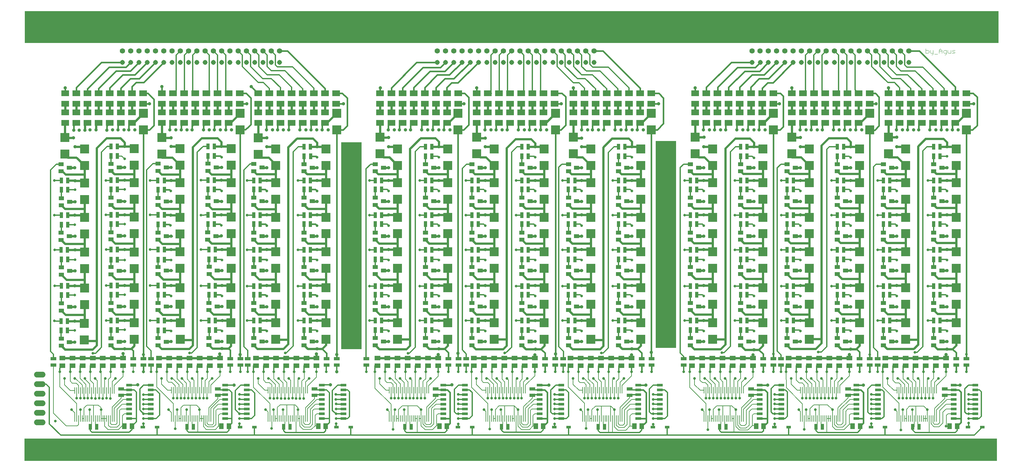
<source format=gtl>
G75*
G70*
%OFA0B0*%
%FSLAX24Y24*%
%IPPOS*%
%LPD*%
%AMOC8*
5,1,8,0,0,1.08239X$1,22.5*
%
%ADD10R,10.1954X0.2322*%
%ADD11R,10.2101X0.3344*%
%ADD12R,0.2150X2.1695*%
%ADD13C,0.0040*%
%ADD14R,0.0079X0.0689*%
%ADD15R,0.0600X0.0256*%
%ADD16R,0.0350X0.0591*%
%ADD17R,0.0945X0.0945*%
%ADD18R,0.0551X0.0394*%
%ADD19R,0.0787X0.0630*%
%ADD20R,0.0630X0.0512*%
%ADD21R,0.0591X0.0350*%
%ADD22R,0.0512X0.0630*%
%ADD23R,0.0472X0.0276*%
%ADD24C,0.0554*%
%ADD25C,0.0515*%
%ADD26C,0.0600*%
%ADD27C,0.0120*%
%ADD28C,0.0278*%
%ADD29C,0.0079*%
%ADD30C,0.0240*%
%ADD31C,0.0160*%
%ADD32C,0.0357*%
%ADD33C,0.0100*%
%ADD34C,0.0317*%
%ADD35OC8,0.1581*%
D10*
X051101Y007757D03*
D11*
X051220Y052017D03*
D12*
X067377Y029245D03*
X034409Y029119D03*
D13*
X094616Y049277D02*
X094847Y049277D01*
X094923Y049354D01*
X094923Y049507D01*
X094847Y049584D01*
X094616Y049584D01*
X094616Y049737D02*
X094616Y049277D01*
X095077Y049354D02*
X095077Y049584D01*
X095077Y049354D02*
X095153Y049277D01*
X095384Y049277D01*
X095384Y049200D02*
X095307Y049123D01*
X095230Y049123D01*
X095384Y049200D02*
X095384Y049584D01*
X095537Y049200D02*
X095844Y049200D01*
X095998Y049277D02*
X095998Y049584D01*
X096151Y049737D01*
X096304Y049584D01*
X096304Y049277D01*
X096458Y049354D02*
X096535Y049277D01*
X096765Y049277D01*
X096765Y049200D02*
X096765Y049584D01*
X096535Y049584D01*
X096458Y049507D01*
X096458Y049354D01*
X096304Y049507D02*
X095998Y049507D01*
X096611Y049123D02*
X096688Y049123D01*
X096765Y049200D01*
X096918Y049354D02*
X096995Y049277D01*
X097225Y049277D01*
X097225Y049584D01*
X097379Y049507D02*
X097455Y049584D01*
X097686Y049584D01*
X097609Y049430D02*
X097455Y049430D01*
X097379Y049507D01*
X097379Y049277D02*
X097609Y049277D01*
X097686Y049354D01*
X097609Y049430D01*
X096918Y049354D02*
X096918Y049584D01*
D14*
X095749Y013979D03*
X095749Y013979D03*
X095552Y013979D03*
X095552Y013979D03*
X095355Y013979D03*
X095355Y013979D03*
X095158Y013979D03*
X095158Y013979D03*
X094961Y013979D03*
X094961Y013979D03*
X094764Y013979D03*
X094764Y013979D03*
X094568Y013979D03*
X094568Y013979D03*
X094371Y013979D03*
X094371Y013979D03*
X094174Y013979D03*
X094174Y013979D03*
X093977Y013979D03*
X093977Y013979D03*
X093780Y013979D03*
X093780Y013979D03*
X093583Y013979D03*
X093583Y013979D03*
X093387Y013979D03*
X093387Y013979D03*
X093190Y013979D03*
X093190Y013979D03*
X092993Y013979D03*
X092993Y013979D03*
X092796Y013979D03*
X092796Y013979D03*
X092599Y013979D03*
X092599Y013979D03*
X092402Y013979D03*
X092402Y013979D03*
X092205Y013979D03*
X092205Y013979D03*
X092009Y013979D03*
X092009Y013979D03*
X091812Y013979D03*
X091812Y013979D03*
X091615Y013979D03*
X091615Y013979D03*
X091615Y011026D03*
X091615Y011026D03*
X091812Y011026D03*
X091812Y011026D03*
X092009Y011026D03*
X092009Y011026D03*
X092205Y011026D03*
X092205Y011026D03*
X092402Y011026D03*
X092402Y011026D03*
X092599Y011026D03*
X092599Y011026D03*
X092796Y011026D03*
X092796Y011026D03*
X092993Y011026D03*
X092993Y011026D03*
X093190Y011026D03*
X093190Y011026D03*
X093387Y011026D03*
X093387Y011026D03*
X093583Y011026D03*
X093583Y011026D03*
X093780Y011026D03*
X093780Y011026D03*
X093977Y011026D03*
X093977Y011026D03*
X094174Y011026D03*
X094174Y011026D03*
X094371Y011026D03*
X094371Y011026D03*
X094568Y011026D03*
X094568Y011026D03*
X094764Y011026D03*
X094764Y011026D03*
X094961Y011026D03*
X094961Y011026D03*
X095158Y011026D03*
X095158Y011026D03*
X095355Y011026D03*
X095355Y011026D03*
X095552Y011026D03*
X095552Y011026D03*
X095749Y011026D03*
X095749Y011026D03*
X085614Y011026D03*
X085614Y011026D03*
X085418Y011026D03*
X085418Y011026D03*
X085221Y011026D03*
X085221Y011026D03*
X085024Y011026D03*
X085024Y011026D03*
X084827Y011026D03*
X084827Y011026D03*
X084630Y011026D03*
X084630Y011026D03*
X084433Y011026D03*
X084433Y011026D03*
X084236Y011026D03*
X084236Y011026D03*
X084040Y011026D03*
X084040Y011026D03*
X083843Y011026D03*
X083843Y011026D03*
X083646Y011026D03*
X083646Y011026D03*
X083449Y011026D03*
X083449Y011026D03*
X083252Y011026D03*
X083252Y011026D03*
X083055Y011026D03*
X083055Y011026D03*
X082858Y011026D03*
X082858Y011026D03*
X082662Y011026D03*
X082662Y011026D03*
X082465Y011026D03*
X082465Y011026D03*
X082268Y011026D03*
X082268Y011026D03*
X082071Y011026D03*
X082071Y011026D03*
X081874Y011026D03*
X081874Y011026D03*
X081677Y011026D03*
X081677Y011026D03*
X081480Y011026D03*
X081480Y011026D03*
X081480Y013979D03*
X081480Y013979D03*
X081677Y013979D03*
X081677Y013979D03*
X081874Y013979D03*
X081874Y013979D03*
X082071Y013979D03*
X082071Y013979D03*
X082268Y013979D03*
X082268Y013979D03*
X082465Y013979D03*
X082465Y013979D03*
X082662Y013979D03*
X082662Y013979D03*
X082858Y013979D03*
X082858Y013979D03*
X083055Y013979D03*
X083055Y013979D03*
X083252Y013979D03*
X083252Y013979D03*
X083449Y013979D03*
X083449Y013979D03*
X083646Y013979D03*
X083646Y013979D03*
X083843Y013979D03*
X083843Y013979D03*
X084040Y013979D03*
X084040Y013979D03*
X084236Y013979D03*
X084236Y013979D03*
X084433Y013979D03*
X084433Y013979D03*
X084630Y013979D03*
X084630Y013979D03*
X084827Y013979D03*
X084827Y013979D03*
X085024Y013979D03*
X085024Y013979D03*
X085221Y013979D03*
X085221Y013979D03*
X085418Y013979D03*
X085418Y013979D03*
X085614Y013979D03*
X085614Y013979D03*
X075495Y013979D03*
X075495Y013979D03*
X075298Y013979D03*
X075298Y013979D03*
X075101Y013979D03*
X075101Y013979D03*
X074904Y013979D03*
X074904Y013979D03*
X074707Y013979D03*
X074707Y013979D03*
X074511Y013979D03*
X074511Y013979D03*
X074314Y013979D03*
X074314Y013979D03*
X074117Y013979D03*
X074117Y013979D03*
X073920Y013979D03*
X073920Y013979D03*
X073723Y013979D03*
X073723Y013979D03*
X073526Y013979D03*
X073526Y013979D03*
X073329Y013979D03*
X073329Y013979D03*
X073133Y013979D03*
X073133Y013979D03*
X072936Y013979D03*
X072936Y013979D03*
X072739Y013979D03*
X072739Y013979D03*
X072542Y013979D03*
X072542Y013979D03*
X072345Y013979D03*
X072345Y013979D03*
X072148Y013979D03*
X072148Y013979D03*
X071951Y013979D03*
X071951Y013979D03*
X071755Y013979D03*
X071755Y013979D03*
X071558Y013979D03*
X071558Y013979D03*
X071361Y013979D03*
X071361Y013979D03*
X071361Y011026D03*
X071361Y011026D03*
X071558Y011026D03*
X071558Y011026D03*
X071755Y011026D03*
X071755Y011026D03*
X071951Y011026D03*
X071951Y011026D03*
X072148Y011026D03*
X072148Y011026D03*
X072345Y011026D03*
X072345Y011026D03*
X072542Y011026D03*
X072542Y011026D03*
X072739Y011026D03*
X072739Y011026D03*
X072936Y011026D03*
X072936Y011026D03*
X073133Y011026D03*
X073133Y011026D03*
X073329Y011026D03*
X073329Y011026D03*
X073526Y011026D03*
X073526Y011026D03*
X073723Y011026D03*
X073723Y011026D03*
X073920Y011026D03*
X073920Y011026D03*
X074117Y011026D03*
X074117Y011026D03*
X074314Y011026D03*
X074314Y011026D03*
X074511Y011026D03*
X074511Y011026D03*
X074707Y011026D03*
X074707Y011026D03*
X074904Y011026D03*
X074904Y011026D03*
X075101Y011026D03*
X075101Y011026D03*
X075298Y011026D03*
X075298Y011026D03*
X075495Y011026D03*
X075495Y011026D03*
X062759Y011026D03*
X062759Y011026D03*
X062562Y011026D03*
X062562Y011026D03*
X062365Y011026D03*
X062365Y011026D03*
X062168Y011026D03*
X062168Y011026D03*
X061971Y011026D03*
X061971Y011026D03*
X061775Y011026D03*
X061775Y011026D03*
X061578Y011026D03*
X061578Y011026D03*
X061381Y011026D03*
X061381Y011026D03*
X061184Y011026D03*
X061184Y011026D03*
X060987Y011026D03*
X060987Y011026D03*
X060790Y011026D03*
X060790Y011026D03*
X060594Y011026D03*
X060594Y011026D03*
X060397Y011026D03*
X060397Y011026D03*
X060200Y011026D03*
X060200Y011026D03*
X060003Y011026D03*
X060003Y011026D03*
X059806Y011026D03*
X059806Y011026D03*
X059609Y011026D03*
X059609Y011026D03*
X059412Y011026D03*
X059412Y011026D03*
X059216Y011026D03*
X059216Y011026D03*
X059019Y011026D03*
X059019Y011026D03*
X058822Y011026D03*
X058822Y011026D03*
X058625Y011026D03*
X058625Y011026D03*
X058625Y013979D03*
X058625Y013979D03*
X058822Y013979D03*
X058822Y013979D03*
X059019Y013979D03*
X059019Y013979D03*
X059216Y013979D03*
X059216Y013979D03*
X059412Y013979D03*
X059412Y013979D03*
X059609Y013979D03*
X059609Y013979D03*
X059806Y013979D03*
X059806Y013979D03*
X060003Y013979D03*
X060003Y013979D03*
X060200Y013979D03*
X060200Y013979D03*
X060397Y013979D03*
X060397Y013979D03*
X060594Y013979D03*
X060594Y013979D03*
X060790Y013979D03*
X060790Y013979D03*
X060987Y013979D03*
X060987Y013979D03*
X061184Y013979D03*
X061184Y013979D03*
X061381Y013979D03*
X061381Y013979D03*
X061578Y013979D03*
X061578Y013979D03*
X061775Y013979D03*
X061775Y013979D03*
X061971Y013979D03*
X061971Y013979D03*
X062168Y013979D03*
X062168Y013979D03*
X062365Y013979D03*
X062365Y013979D03*
X062562Y013979D03*
X062562Y013979D03*
X062759Y013979D03*
X062759Y013979D03*
X052646Y013979D03*
X052646Y013979D03*
X052449Y013979D03*
X052449Y013979D03*
X052253Y013979D03*
X052253Y013979D03*
X052056Y013979D03*
X052056Y013979D03*
X051859Y013979D03*
X051859Y013979D03*
X051662Y013979D03*
X051662Y013979D03*
X051465Y013979D03*
X051465Y013979D03*
X051268Y013979D03*
X051268Y013979D03*
X051071Y013979D03*
X051071Y013979D03*
X050875Y013979D03*
X050875Y013979D03*
X050678Y013979D03*
X050678Y013979D03*
X050481Y013979D03*
X050481Y013979D03*
X050284Y013979D03*
X050284Y013979D03*
X050087Y013979D03*
X050087Y013979D03*
X049890Y013979D03*
X049890Y013979D03*
X049693Y013979D03*
X049693Y013979D03*
X049497Y013979D03*
X049497Y013979D03*
X049300Y013979D03*
X049300Y013979D03*
X049103Y013979D03*
X049103Y013979D03*
X048906Y013979D03*
X048906Y013979D03*
X048709Y013979D03*
X048709Y013979D03*
X048512Y013979D03*
X048512Y013979D03*
X048512Y011026D03*
X048512Y011026D03*
X048709Y011026D03*
X048709Y011026D03*
X048906Y011026D03*
X048906Y011026D03*
X049103Y011026D03*
X049103Y011026D03*
X049300Y011026D03*
X049300Y011026D03*
X049497Y011026D03*
X049497Y011026D03*
X049693Y011026D03*
X049693Y011026D03*
X049890Y011026D03*
X049890Y011026D03*
X050087Y011026D03*
X050087Y011026D03*
X050284Y011026D03*
X050284Y011026D03*
X050481Y011026D03*
X050481Y011026D03*
X050678Y011026D03*
X050678Y011026D03*
X050875Y011026D03*
X050875Y011026D03*
X051071Y011026D03*
X051071Y011026D03*
X051268Y011026D03*
X051268Y011026D03*
X051465Y011026D03*
X051465Y011026D03*
X051662Y011026D03*
X051662Y011026D03*
X051859Y011026D03*
X051859Y011026D03*
X052056Y011026D03*
X052056Y011026D03*
X052253Y011026D03*
X052253Y011026D03*
X052449Y011026D03*
X052449Y011026D03*
X052646Y011026D03*
X052646Y011026D03*
X042496Y011026D03*
X042496Y011026D03*
X042300Y011026D03*
X042300Y011026D03*
X042103Y011026D03*
X042103Y011026D03*
X041906Y011026D03*
X041906Y011026D03*
X041709Y011026D03*
X041709Y011026D03*
X041512Y011026D03*
X041512Y011026D03*
X041315Y011026D03*
X041315Y011026D03*
X041118Y011026D03*
X041118Y011026D03*
X040922Y011026D03*
X040922Y011026D03*
X040725Y011026D03*
X040725Y011026D03*
X040528Y011026D03*
X040528Y011026D03*
X040331Y011026D03*
X040331Y011026D03*
X040134Y011026D03*
X040134Y011026D03*
X039937Y011026D03*
X039937Y011026D03*
X039741Y011026D03*
X039741Y011026D03*
X039544Y011026D03*
X039544Y011026D03*
X039347Y011026D03*
X039347Y011026D03*
X039150Y011026D03*
X039150Y011026D03*
X038953Y011026D03*
X038953Y011026D03*
X038756Y011026D03*
X038756Y011026D03*
X038559Y011026D03*
X038559Y011026D03*
X038363Y011026D03*
X038363Y011026D03*
X038363Y013979D03*
X038363Y013979D03*
X038559Y013979D03*
X038559Y013979D03*
X038756Y013979D03*
X038756Y013979D03*
X038953Y013979D03*
X038953Y013979D03*
X039150Y013979D03*
X039150Y013979D03*
X039347Y013979D03*
X039347Y013979D03*
X039544Y013979D03*
X039544Y013979D03*
X039741Y013979D03*
X039741Y013979D03*
X039937Y013979D03*
X039937Y013979D03*
X040134Y013979D03*
X040134Y013979D03*
X040331Y013979D03*
X040331Y013979D03*
X040528Y013979D03*
X040528Y013979D03*
X040725Y013979D03*
X040725Y013979D03*
X040922Y013979D03*
X040922Y013979D03*
X041118Y013979D03*
X041118Y013979D03*
X041315Y013979D03*
X041315Y013979D03*
X041512Y013979D03*
X041512Y013979D03*
X041709Y013979D03*
X041709Y013979D03*
X041906Y013979D03*
X041906Y013979D03*
X042103Y013979D03*
X042103Y013979D03*
X042300Y013979D03*
X042300Y013979D03*
X042496Y013979D03*
X042496Y013979D03*
X029797Y013979D03*
X029797Y013979D03*
X029600Y013979D03*
X029600Y013979D03*
X029403Y013979D03*
X029403Y013979D03*
X029206Y013979D03*
X029206Y013979D03*
X029010Y013979D03*
X029010Y013979D03*
X028813Y013979D03*
X028813Y013979D03*
X028616Y013979D03*
X028616Y013979D03*
X028419Y013979D03*
X028419Y013979D03*
X028222Y013979D03*
X028222Y013979D03*
X028025Y013979D03*
X028025Y013979D03*
X027829Y013979D03*
X027829Y013979D03*
X027632Y013979D03*
X027632Y013979D03*
X027435Y013979D03*
X027435Y013979D03*
X027238Y013979D03*
X027238Y013979D03*
X027041Y013979D03*
X027041Y013979D03*
X026844Y013979D03*
X026844Y013979D03*
X026647Y013979D03*
X026647Y013979D03*
X026451Y013979D03*
X026451Y013979D03*
X026254Y013979D03*
X026254Y013979D03*
X026057Y013979D03*
X026057Y013979D03*
X025860Y013979D03*
X025860Y013979D03*
X025663Y013979D03*
X025663Y013979D03*
X025663Y011026D03*
X025663Y011026D03*
X025860Y011026D03*
X025860Y011026D03*
X026057Y011026D03*
X026057Y011026D03*
X026254Y011026D03*
X026254Y011026D03*
X026451Y011026D03*
X026451Y011026D03*
X026647Y011026D03*
X026647Y011026D03*
X026844Y011026D03*
X026844Y011026D03*
X027041Y011026D03*
X027041Y011026D03*
X027238Y011026D03*
X027238Y011026D03*
X027435Y011026D03*
X027435Y011026D03*
X027632Y011026D03*
X027632Y011026D03*
X027829Y011026D03*
X027829Y011026D03*
X028025Y011026D03*
X028025Y011026D03*
X028222Y011026D03*
X028222Y011026D03*
X028419Y011026D03*
X028419Y011026D03*
X028616Y011026D03*
X028616Y011026D03*
X028813Y011026D03*
X028813Y011026D03*
X029010Y011026D03*
X029010Y011026D03*
X029206Y011026D03*
X029206Y011026D03*
X029403Y011026D03*
X029403Y011026D03*
X029600Y011026D03*
X029600Y011026D03*
X029797Y011026D03*
X029797Y011026D03*
X019676Y011029D03*
X019676Y011029D03*
X019480Y011029D03*
X019480Y011029D03*
X019283Y011029D03*
X019283Y011029D03*
X019086Y011029D03*
X019086Y011029D03*
X018889Y011029D03*
X018889Y011029D03*
X018692Y011029D03*
X018692Y011029D03*
X018495Y011029D03*
X018495Y011029D03*
X018299Y011029D03*
X018299Y011029D03*
X018102Y011029D03*
X018102Y011029D03*
X017905Y011029D03*
X017905Y011029D03*
X017708Y011029D03*
X017708Y011029D03*
X017511Y011029D03*
X017511Y011029D03*
X017314Y011029D03*
X017314Y011029D03*
X017117Y011029D03*
X017117Y011029D03*
X016921Y011029D03*
X016921Y011029D03*
X016724Y011029D03*
X016724Y011029D03*
X016527Y011029D03*
X016527Y011029D03*
X016330Y011029D03*
X016330Y011029D03*
X016133Y011029D03*
X016133Y011029D03*
X015936Y011029D03*
X015936Y011029D03*
X015739Y011029D03*
X015739Y011029D03*
X015543Y011029D03*
X015543Y011029D03*
X015543Y013982D03*
X015543Y013982D03*
X015739Y013982D03*
X015739Y013982D03*
X015936Y013982D03*
X015936Y013982D03*
X016133Y013982D03*
X016133Y013982D03*
X016330Y013982D03*
X016330Y013982D03*
X016527Y013982D03*
X016527Y013982D03*
X016724Y013982D03*
X016724Y013982D03*
X016921Y013982D03*
X016921Y013982D03*
X017117Y013982D03*
X017117Y013982D03*
X017314Y013982D03*
X017314Y013982D03*
X017511Y013982D03*
X017511Y013982D03*
X017708Y013982D03*
X017708Y013982D03*
X017905Y013982D03*
X017905Y013982D03*
X018102Y013982D03*
X018102Y013982D03*
X018299Y013982D03*
X018299Y013982D03*
X018495Y013982D03*
X018495Y013982D03*
X018692Y013982D03*
X018692Y013982D03*
X018889Y013982D03*
X018889Y013982D03*
X019086Y013982D03*
X019086Y013982D03*
X019283Y013982D03*
X019283Y013982D03*
X019480Y013982D03*
X019480Y013982D03*
X019676Y013982D03*
X019676Y013982D03*
X009536Y013965D03*
X009536Y013965D03*
X009339Y013965D03*
X009339Y013965D03*
X009142Y013965D03*
X009142Y013965D03*
X008945Y013965D03*
X008945Y013965D03*
X008748Y013965D03*
X008748Y013965D03*
X008551Y013965D03*
X008551Y013965D03*
X008355Y013965D03*
X008355Y013965D03*
X008158Y013965D03*
X008158Y013965D03*
X007961Y013965D03*
X007961Y013965D03*
X007764Y013965D03*
X007764Y013965D03*
X007567Y013965D03*
X007567Y013965D03*
X007370Y013965D03*
X007370Y013965D03*
X007173Y013965D03*
X007173Y013965D03*
X006977Y013965D03*
X006977Y013965D03*
X006780Y013965D03*
X006780Y013965D03*
X006583Y013965D03*
X006583Y013965D03*
X006386Y013965D03*
X006386Y013965D03*
X006189Y013965D03*
X006189Y013965D03*
X005992Y013965D03*
X005992Y013965D03*
X005796Y013965D03*
X005796Y013965D03*
X005599Y013965D03*
X005599Y013965D03*
X005402Y013965D03*
X005402Y013965D03*
X005402Y011012D03*
X005402Y011012D03*
X005599Y011012D03*
X005599Y011012D03*
X005796Y011012D03*
X005796Y011012D03*
X005992Y011012D03*
X005992Y011012D03*
X006189Y011012D03*
X006189Y011012D03*
X006386Y011012D03*
X006386Y011012D03*
X006583Y011012D03*
X006583Y011012D03*
X006780Y011012D03*
X006780Y011012D03*
X006977Y011012D03*
X006977Y011012D03*
X007173Y011012D03*
X007173Y011012D03*
X007370Y011012D03*
X007370Y011012D03*
X007567Y011012D03*
X007567Y011012D03*
X007764Y011012D03*
X007764Y011012D03*
X007961Y011012D03*
X007961Y011012D03*
X008158Y011012D03*
X008158Y011012D03*
X008355Y011012D03*
X008355Y011012D03*
X008551Y011012D03*
X008551Y011012D03*
X008748Y011012D03*
X008748Y011012D03*
X008945Y011012D03*
X008945Y011012D03*
X009142Y011012D03*
X009142Y011012D03*
X009339Y011012D03*
X009339Y011012D03*
X009536Y011012D03*
X009536Y011012D03*
D15*
X011091Y011026D03*
X011091Y011026D03*
X011091Y011526D03*
X011091Y011526D03*
X011091Y012026D03*
X011091Y012026D03*
X011091Y012526D03*
X011091Y012526D03*
X011091Y013026D03*
X011091Y013026D03*
X011091Y013526D03*
X011091Y013526D03*
X011091Y014026D03*
X011091Y014026D03*
X011091Y014526D03*
X011091Y014526D03*
X013355Y014526D03*
X013355Y014526D03*
X013355Y014026D03*
X013355Y014026D03*
X013355Y013526D03*
X013355Y013526D03*
X013355Y013026D03*
X013355Y013026D03*
X013355Y012526D03*
X013355Y012526D03*
X013355Y012026D03*
X013355Y012026D03*
X013355Y011526D03*
X013355Y011526D03*
X013355Y011026D03*
X013355Y011026D03*
X021171Y011026D03*
X021171Y011026D03*
X021171Y011526D03*
X021171Y011526D03*
X021171Y012026D03*
X021171Y012026D03*
X021171Y012526D03*
X021171Y012526D03*
X021171Y013026D03*
X021171Y013026D03*
X021171Y013526D03*
X021171Y013526D03*
X021171Y014026D03*
X021171Y014026D03*
X021171Y014526D03*
X021171Y014526D03*
X023435Y014526D03*
X023435Y014526D03*
X023435Y014026D03*
X023435Y014026D03*
X023435Y013526D03*
X023435Y013526D03*
X023435Y013026D03*
X023435Y013026D03*
X023435Y012526D03*
X023435Y012526D03*
X023435Y012026D03*
X023435Y012026D03*
X023435Y011526D03*
X023435Y011526D03*
X023435Y011026D03*
X023435Y011026D03*
X031314Y011026D03*
X031314Y011026D03*
X031314Y011526D03*
X031314Y011526D03*
X031314Y012026D03*
X031314Y012026D03*
X031314Y012526D03*
X031314Y012526D03*
X031314Y013026D03*
X031314Y013026D03*
X031314Y013526D03*
X031314Y013526D03*
X031314Y014026D03*
X031314Y014026D03*
X031314Y014526D03*
X031314Y014526D03*
X033578Y014526D03*
X033578Y014526D03*
X033578Y014026D03*
X033578Y014026D03*
X033578Y013526D03*
X033578Y013526D03*
X033578Y013026D03*
X033578Y013026D03*
X033578Y012526D03*
X033578Y012526D03*
X033578Y012026D03*
X033578Y012026D03*
X033578Y011526D03*
X033578Y011526D03*
X033578Y011026D03*
X033578Y011026D03*
X044028Y011026D03*
X044028Y011026D03*
X044028Y011526D03*
X044028Y011526D03*
X044028Y012026D03*
X044028Y012026D03*
X044028Y012526D03*
X044028Y012526D03*
X044028Y013026D03*
X044028Y013026D03*
X044028Y013526D03*
X044028Y013526D03*
X044028Y014026D03*
X044028Y014026D03*
X044028Y014526D03*
X044028Y014526D03*
X046292Y014526D03*
X046292Y014526D03*
X046292Y014026D03*
X046292Y014026D03*
X046292Y013526D03*
X046292Y013526D03*
X046292Y013026D03*
X046292Y013026D03*
X046292Y012526D03*
X046292Y012526D03*
X046292Y012026D03*
X046292Y012026D03*
X046292Y011526D03*
X046292Y011526D03*
X046292Y011026D03*
X046292Y011026D03*
X054129Y011026D03*
X054129Y011026D03*
X054129Y011526D03*
X054129Y011526D03*
X054129Y012026D03*
X054129Y012026D03*
X054129Y012526D03*
X054129Y012526D03*
X054129Y013026D03*
X054129Y013026D03*
X054129Y013526D03*
X054129Y013526D03*
X054129Y014026D03*
X054129Y014026D03*
X054129Y014526D03*
X054129Y014526D03*
X056393Y014526D03*
X056393Y014526D03*
X056393Y014026D03*
X056393Y014026D03*
X056393Y013526D03*
X056393Y013526D03*
X056393Y013026D03*
X056393Y013026D03*
X056393Y012526D03*
X056393Y012526D03*
X056393Y012026D03*
X056393Y012026D03*
X056393Y011526D03*
X056393Y011526D03*
X056393Y011026D03*
X056393Y011026D03*
X064461Y011026D03*
X064461Y011026D03*
X064461Y011526D03*
X064461Y011526D03*
X064461Y012026D03*
X064461Y012026D03*
X064461Y012526D03*
X064461Y012526D03*
X064461Y013026D03*
X064461Y013026D03*
X064461Y013526D03*
X064461Y013526D03*
X064461Y014026D03*
X064461Y014026D03*
X064461Y014526D03*
X064461Y014526D03*
X066725Y014526D03*
X066725Y014526D03*
X066725Y014026D03*
X066725Y014026D03*
X066725Y013526D03*
X066725Y013526D03*
X066725Y013026D03*
X066725Y013026D03*
X066725Y012526D03*
X066725Y012526D03*
X066725Y012026D03*
X066725Y012026D03*
X066725Y011526D03*
X066725Y011526D03*
X066725Y011026D03*
X066725Y011026D03*
X077215Y011026D03*
X077215Y011026D03*
X077215Y011526D03*
X077215Y011526D03*
X077215Y012026D03*
X077215Y012026D03*
X077215Y012526D03*
X077215Y012526D03*
X077215Y013026D03*
X077215Y013026D03*
X077215Y013526D03*
X077215Y013526D03*
X077215Y014026D03*
X077215Y014026D03*
X077215Y014526D03*
X077215Y014526D03*
X079479Y014526D03*
X079479Y014526D03*
X079479Y014026D03*
X079479Y014026D03*
X079479Y013526D03*
X079479Y013526D03*
X079479Y013026D03*
X079479Y013026D03*
X079479Y012526D03*
X079479Y012526D03*
X079479Y012026D03*
X079479Y012026D03*
X079479Y011526D03*
X079479Y011526D03*
X079479Y011026D03*
X079479Y011026D03*
X087337Y011026D03*
X087337Y011026D03*
X087337Y011526D03*
X087337Y011526D03*
X087337Y012026D03*
X087337Y012026D03*
X087337Y012526D03*
X087337Y012526D03*
X087337Y013026D03*
X087337Y013026D03*
X087337Y013526D03*
X087337Y013526D03*
X087337Y014026D03*
X087337Y014026D03*
X087337Y014526D03*
X087337Y014526D03*
X089601Y014526D03*
X089601Y014526D03*
X089601Y014026D03*
X089601Y014026D03*
X089601Y013526D03*
X089601Y013526D03*
X089601Y013026D03*
X089601Y013026D03*
X089601Y012526D03*
X089601Y012526D03*
X089601Y012026D03*
X089601Y012026D03*
X089601Y011526D03*
X089601Y011526D03*
X089601Y011026D03*
X089601Y011026D03*
X097524Y011026D03*
X097524Y011026D03*
X097524Y011526D03*
X097524Y011526D03*
X097524Y012026D03*
X097524Y012026D03*
X097524Y012526D03*
X097524Y012526D03*
X097524Y013026D03*
X097524Y013026D03*
X097524Y013526D03*
X097524Y013526D03*
X097524Y014026D03*
X097524Y014026D03*
X097524Y014526D03*
X097524Y014526D03*
X099788Y014526D03*
X099788Y014526D03*
X099788Y014026D03*
X099788Y014026D03*
X099788Y013526D03*
X099788Y013526D03*
X099788Y013026D03*
X099788Y013026D03*
X099788Y012526D03*
X099788Y012526D03*
X099788Y012026D03*
X099788Y012026D03*
X099788Y011526D03*
X099788Y011526D03*
X099788Y011026D03*
X099788Y011026D03*
D16*
X093919Y010142D03*
X093919Y010142D03*
X093249Y010142D03*
X093249Y010142D03*
X083782Y010142D03*
X083782Y010142D03*
X083113Y010142D03*
X083113Y010142D03*
X073665Y010142D03*
X073665Y010142D03*
X072996Y010142D03*
X072996Y010142D03*
X060930Y010142D03*
X060930Y010142D03*
X060260Y010142D03*
X060260Y010142D03*
X050818Y010142D03*
X050818Y010142D03*
X050148Y010142D03*
X050148Y010142D03*
X040664Y010142D03*
X040664Y010142D03*
X039995Y010142D03*
X039995Y010142D03*
X027959Y010142D03*
X027959Y010142D03*
X027290Y010142D03*
X027290Y010142D03*
X017845Y010142D03*
X017845Y010142D03*
X017176Y010142D03*
X017176Y010142D03*
X007702Y010142D03*
X007702Y010142D03*
X007033Y010142D03*
X007033Y010142D03*
X009197Y020273D03*
X009197Y020273D03*
X009866Y020273D03*
X009866Y020273D03*
X009864Y021278D03*
X009864Y021278D03*
X009195Y021278D03*
X009195Y021278D03*
X009213Y024000D03*
X009213Y024000D03*
X009882Y024000D03*
X009882Y024000D03*
X009882Y024941D03*
X009882Y024941D03*
X009213Y024941D03*
X009213Y024941D03*
X004661Y024910D03*
X004661Y024910D03*
X003991Y024910D03*
X003991Y024910D03*
X003998Y023947D03*
X003998Y023947D03*
X004667Y023947D03*
X004667Y023947D03*
X004653Y021231D03*
X004653Y021231D03*
X003983Y021231D03*
X003983Y021231D03*
X003984Y020242D03*
X003984Y020242D03*
X004653Y020242D03*
X004653Y020242D03*
X014147Y020253D03*
X014147Y020253D03*
X014817Y020253D03*
X014817Y020253D03*
X014810Y021280D03*
X014810Y021280D03*
X014141Y021280D03*
X014141Y021280D03*
X014147Y023991D03*
X014147Y023991D03*
X014817Y023991D03*
X014817Y023991D03*
X014810Y024947D03*
X014810Y024947D03*
X014141Y024947D03*
X014141Y024947D03*
X014142Y027648D03*
X014142Y027648D03*
X014811Y027648D03*
X014811Y027648D03*
X014805Y028711D03*
X014805Y028711D03*
X014136Y028711D03*
X014136Y028711D03*
X014132Y031353D03*
X014132Y031353D03*
X014801Y031353D03*
X014801Y031353D03*
X014801Y032339D03*
X014801Y032339D03*
X014132Y032339D03*
X014132Y032339D03*
X014123Y035001D03*
X014123Y035001D03*
X014792Y035001D03*
X014792Y035001D03*
X014789Y035956D03*
X014789Y035956D03*
X014119Y035956D03*
X014119Y035956D03*
X009882Y035979D03*
X009882Y035979D03*
X009213Y035979D03*
X009213Y035979D03*
X009211Y035006D03*
X009211Y035006D03*
X009880Y035006D03*
X009880Y035006D03*
X009871Y032345D03*
X009871Y032345D03*
X009202Y032345D03*
X009202Y032345D03*
X009206Y031371D03*
X009206Y031371D03*
X009876Y031371D03*
X009876Y031371D03*
X009868Y028702D03*
X009868Y028702D03*
X009198Y028702D03*
X009198Y028702D03*
X009198Y027655D03*
X009198Y027655D03*
X009868Y027655D03*
X009868Y027655D03*
X004658Y027669D03*
X004658Y027669D03*
X003988Y027669D03*
X003988Y027669D03*
X003982Y028674D03*
X003982Y028674D03*
X004652Y028674D03*
X004652Y028674D03*
X004656Y031325D03*
X004656Y031325D03*
X003987Y031325D03*
X003987Y031325D03*
X003989Y032309D03*
X003989Y032309D03*
X004658Y032309D03*
X004658Y032309D03*
X004663Y034991D03*
X004663Y034991D03*
X003994Y034991D03*
X003994Y034991D03*
X003993Y035942D03*
X003993Y035942D03*
X004663Y035942D03*
X004663Y035942D03*
X009214Y038534D03*
X009214Y038534D03*
X009883Y038534D03*
X009883Y038534D03*
X009881Y039521D03*
X009881Y039521D03*
X009211Y039521D03*
X009211Y039521D03*
X019367Y039527D03*
X019367Y039527D03*
X020037Y039527D03*
X020037Y039527D03*
X020049Y038509D03*
X020049Y038509D03*
X019380Y038509D03*
X019380Y038509D03*
X019370Y035969D03*
X019370Y035969D03*
X020040Y035969D03*
X020040Y035969D03*
X020046Y035012D03*
X020046Y035012D03*
X019377Y035012D03*
X019377Y035012D03*
X019358Y032337D03*
X019358Y032337D03*
X020028Y032337D03*
X020028Y032337D03*
X020031Y031384D03*
X020031Y031384D03*
X019362Y031384D03*
X019362Y031384D03*
X019461Y028703D03*
X019461Y028703D03*
X020131Y028703D03*
X020131Y028703D03*
X020130Y027673D03*
X020130Y027673D03*
X019461Y027673D03*
X019461Y027673D03*
X024158Y027670D03*
X024158Y027670D03*
X024827Y027670D03*
X024827Y027670D03*
X024827Y028700D03*
X024827Y028700D03*
X024158Y028700D03*
X024158Y028700D03*
X024158Y031381D03*
X024158Y031381D03*
X024827Y031381D03*
X024827Y031381D03*
X024827Y032334D03*
X024827Y032334D03*
X024158Y032334D03*
X024158Y032334D03*
X024158Y035009D03*
X024158Y035009D03*
X024827Y035009D03*
X024827Y035009D03*
X024827Y035966D03*
X024827Y035966D03*
X024158Y035966D03*
X024158Y035966D03*
X029425Y035966D03*
X029425Y035966D03*
X030094Y035966D03*
X030094Y035966D03*
X030094Y035009D03*
X030094Y035009D03*
X029425Y035009D03*
X029425Y035009D03*
X029425Y032334D03*
X029425Y032334D03*
X030094Y032334D03*
X030094Y032334D03*
X030094Y031381D03*
X030094Y031381D03*
X029425Y031381D03*
X029425Y031381D03*
X029425Y028700D03*
X029425Y028700D03*
X030094Y028700D03*
X030094Y028700D03*
X030094Y027670D03*
X030094Y027670D03*
X029425Y027670D03*
X029425Y027670D03*
X029425Y024900D03*
X029425Y024900D03*
X030094Y024900D03*
X030094Y024900D03*
X030094Y023988D03*
X030094Y023988D03*
X029425Y023988D03*
X029425Y023988D03*
X029425Y021277D03*
X029425Y021277D03*
X030094Y021277D03*
X030094Y021277D03*
X030094Y020280D03*
X030094Y020280D03*
X029425Y020280D03*
X029425Y020280D03*
X024827Y020280D03*
X024827Y020280D03*
X024158Y020280D03*
X024158Y020280D03*
X024158Y021277D03*
X024158Y021277D03*
X024827Y021277D03*
X024827Y021277D03*
X024827Y023988D03*
X024827Y023988D03*
X024158Y023988D03*
X024158Y023988D03*
X024158Y024900D03*
X024158Y024900D03*
X024827Y024900D03*
X024827Y024900D03*
X020143Y024903D03*
X020143Y024903D03*
X019474Y024903D03*
X019474Y024903D03*
X019465Y023991D03*
X019465Y023991D03*
X020134Y023991D03*
X020134Y023991D03*
X020143Y021280D03*
X020143Y021280D03*
X019474Y021280D03*
X019474Y021280D03*
X019487Y020282D03*
X019487Y020282D03*
X020157Y020282D03*
X020157Y020282D03*
X036912Y020280D03*
X036912Y020280D03*
X037581Y020280D03*
X037581Y020280D03*
X037581Y021277D03*
X037581Y021277D03*
X036912Y021277D03*
X036912Y021277D03*
X036912Y023988D03*
X036912Y023988D03*
X037581Y023988D03*
X037581Y023988D03*
X037581Y024900D03*
X037581Y024900D03*
X036912Y024900D03*
X036912Y024900D03*
X042169Y024900D03*
X042169Y024900D03*
X042838Y024900D03*
X042838Y024900D03*
X042838Y023988D03*
X042838Y023988D03*
X042169Y023988D03*
X042169Y023988D03*
X042169Y021277D03*
X042169Y021277D03*
X042838Y021277D03*
X042838Y021277D03*
X042838Y020280D03*
X042838Y020280D03*
X042169Y020280D03*
X042169Y020280D03*
X047021Y020280D03*
X047021Y020280D03*
X047690Y020280D03*
X047690Y020280D03*
X047690Y021277D03*
X047690Y021277D03*
X047021Y021277D03*
X047021Y021277D03*
X047021Y023988D03*
X047021Y023988D03*
X047690Y023988D03*
X047690Y023988D03*
X047690Y024900D03*
X047690Y024900D03*
X047021Y024900D03*
X047021Y024900D03*
X052277Y024900D03*
X052277Y024900D03*
X052946Y024900D03*
X052946Y024900D03*
X052946Y023988D03*
X052946Y023988D03*
X052277Y023988D03*
X052277Y023988D03*
X052277Y021277D03*
X052277Y021277D03*
X052946Y021277D03*
X052946Y021277D03*
X052946Y020280D03*
X052946Y020280D03*
X052277Y020280D03*
X052277Y020280D03*
X057151Y020280D03*
X057151Y020280D03*
X057821Y020280D03*
X057821Y020280D03*
X057821Y021277D03*
X057821Y021277D03*
X057151Y021277D03*
X057151Y021277D03*
X057151Y023988D03*
X057151Y023988D03*
X057821Y023988D03*
X057821Y023988D03*
X057821Y024900D03*
X057821Y024900D03*
X057151Y024900D03*
X057151Y024900D03*
X062408Y024900D03*
X062408Y024900D03*
X063077Y024900D03*
X063077Y024900D03*
X063077Y023988D03*
X063077Y023988D03*
X062408Y023988D03*
X062408Y023988D03*
X062408Y021277D03*
X062408Y021277D03*
X063077Y021277D03*
X063077Y021277D03*
X063077Y020280D03*
X063077Y020280D03*
X062408Y020280D03*
X062408Y020280D03*
X069945Y020280D03*
X069945Y020280D03*
X070614Y020280D03*
X070614Y020280D03*
X070614Y021277D03*
X070614Y021277D03*
X069945Y021277D03*
X069945Y021277D03*
X069945Y023988D03*
X069945Y023988D03*
X070614Y023988D03*
X070614Y023988D03*
X070614Y024900D03*
X070614Y024900D03*
X069945Y024900D03*
X069945Y024900D03*
X069945Y027670D03*
X069945Y027670D03*
X070614Y027670D03*
X070614Y027670D03*
X070614Y028700D03*
X070614Y028700D03*
X069945Y028700D03*
X069945Y028700D03*
X069945Y031381D03*
X069945Y031381D03*
X070614Y031381D03*
X070614Y031381D03*
X070614Y032334D03*
X070614Y032334D03*
X069945Y032334D03*
X069945Y032334D03*
X069945Y035009D03*
X069945Y035009D03*
X070614Y035009D03*
X070614Y035009D03*
X070614Y035966D03*
X070614Y035966D03*
X069945Y035966D03*
X069945Y035966D03*
X075199Y035966D03*
X075199Y035966D03*
X075869Y035966D03*
X075869Y035966D03*
X075869Y035009D03*
X075869Y035009D03*
X075199Y035009D03*
X075199Y035009D03*
X075199Y032334D03*
X075199Y032334D03*
X075869Y032334D03*
X075869Y032334D03*
X075869Y031381D03*
X075869Y031381D03*
X075199Y031381D03*
X075199Y031381D03*
X080069Y031381D03*
X080069Y031381D03*
X080739Y031381D03*
X080739Y031381D03*
X080739Y032334D03*
X080739Y032334D03*
X080069Y032334D03*
X080069Y032334D03*
X080069Y035009D03*
X080069Y035009D03*
X080739Y035009D03*
X080739Y035009D03*
X080739Y035966D03*
X080739Y035966D03*
X080069Y035966D03*
X080069Y035966D03*
X075869Y038500D03*
X075869Y038500D03*
X075199Y038500D03*
X075199Y038500D03*
X075199Y039495D03*
X075199Y039495D03*
X075869Y039495D03*
X075869Y039495D03*
X085338Y039495D03*
X085338Y039495D03*
X086007Y039495D03*
X086007Y039495D03*
X086007Y038500D03*
X086007Y038500D03*
X085338Y038500D03*
X085338Y038500D03*
X085338Y035966D03*
X085338Y035966D03*
X086007Y035966D03*
X086007Y035966D03*
X086007Y035009D03*
X086007Y035009D03*
X085338Y035009D03*
X085338Y035009D03*
X085338Y032334D03*
X085338Y032334D03*
X086007Y032334D03*
X086007Y032334D03*
X086007Y031381D03*
X086007Y031381D03*
X085338Y031381D03*
X085338Y031381D03*
X090177Y031381D03*
X090177Y031381D03*
X090847Y031381D03*
X090847Y031381D03*
X090847Y032334D03*
X090847Y032334D03*
X090177Y032334D03*
X090177Y032334D03*
X090177Y035009D03*
X090177Y035009D03*
X090847Y035009D03*
X090847Y035009D03*
X090847Y035966D03*
X090847Y035966D03*
X090177Y035966D03*
X090177Y035966D03*
X095446Y035966D03*
X095446Y035966D03*
X096115Y035966D03*
X096115Y035966D03*
X096115Y035009D03*
X096115Y035009D03*
X095446Y035009D03*
X095446Y035009D03*
X095446Y032334D03*
X095446Y032334D03*
X096115Y032334D03*
X096115Y032334D03*
X096115Y031381D03*
X096115Y031381D03*
X095446Y031381D03*
X095446Y031381D03*
X095446Y028700D03*
X095446Y028700D03*
X096115Y028700D03*
X096115Y028700D03*
X096115Y027670D03*
X096115Y027670D03*
X095446Y027670D03*
X095446Y027670D03*
X090847Y027670D03*
X090847Y027670D03*
X090177Y027670D03*
X090177Y027670D03*
X090177Y028700D03*
X090177Y028700D03*
X090847Y028700D03*
X090847Y028700D03*
X086007Y028700D03*
X086007Y028700D03*
X085338Y028700D03*
X085338Y028700D03*
X085338Y027670D03*
X085338Y027670D03*
X086007Y027670D03*
X086007Y027670D03*
X080739Y027670D03*
X080739Y027670D03*
X080069Y027670D03*
X080069Y027670D03*
X080069Y028700D03*
X080069Y028700D03*
X080739Y028700D03*
X080739Y028700D03*
X075869Y028700D03*
X075869Y028700D03*
X075199Y028700D03*
X075199Y028700D03*
X075199Y027670D03*
X075199Y027670D03*
X075869Y027670D03*
X075869Y027670D03*
X075869Y024900D03*
X075869Y024900D03*
X075199Y024900D03*
X075199Y024900D03*
X075199Y023988D03*
X075199Y023988D03*
X075869Y023988D03*
X075869Y023988D03*
X075869Y021277D03*
X075869Y021277D03*
X075199Y021277D03*
X075199Y021277D03*
X075199Y020280D03*
X075199Y020280D03*
X075869Y020280D03*
X075869Y020280D03*
X080069Y020280D03*
X080069Y020280D03*
X080739Y020280D03*
X080739Y020280D03*
X080739Y021277D03*
X080739Y021277D03*
X080069Y021277D03*
X080069Y021277D03*
X080069Y023988D03*
X080069Y023988D03*
X080739Y023988D03*
X080739Y023988D03*
X080739Y024900D03*
X080739Y024900D03*
X080069Y024900D03*
X080069Y024900D03*
X085338Y024900D03*
X085338Y024900D03*
X086007Y024900D03*
X086007Y024900D03*
X086007Y023988D03*
X086007Y023988D03*
X085338Y023988D03*
X085338Y023988D03*
X085338Y021277D03*
X085338Y021277D03*
X086007Y021277D03*
X086007Y021277D03*
X086007Y020280D03*
X086007Y020280D03*
X085338Y020280D03*
X085338Y020280D03*
X090177Y020280D03*
X090177Y020280D03*
X090847Y020280D03*
X090847Y020280D03*
X090847Y021277D03*
X090847Y021277D03*
X090177Y021277D03*
X090177Y021277D03*
X090177Y023988D03*
X090177Y023988D03*
X090847Y023988D03*
X090847Y023988D03*
X090847Y024900D03*
X090847Y024900D03*
X090177Y024900D03*
X090177Y024900D03*
X095446Y024900D03*
X095446Y024900D03*
X096115Y024900D03*
X096115Y024900D03*
X096115Y023988D03*
X096115Y023988D03*
X095446Y023988D03*
X095446Y023988D03*
X095446Y021277D03*
X095446Y021277D03*
X096115Y021277D03*
X096115Y021277D03*
X096115Y020280D03*
X096115Y020280D03*
X095446Y020280D03*
X095446Y020280D03*
X063077Y027670D03*
X063077Y027670D03*
X062408Y027670D03*
X062408Y027670D03*
X062408Y028700D03*
X062408Y028700D03*
X063077Y028700D03*
X063077Y028700D03*
X063077Y031381D03*
X063077Y031381D03*
X062408Y031381D03*
X062408Y031381D03*
X062408Y032334D03*
X062408Y032334D03*
X063077Y032334D03*
X063077Y032334D03*
X063077Y035009D03*
X063077Y035009D03*
X062408Y035009D03*
X062408Y035009D03*
X062408Y035966D03*
X062408Y035966D03*
X063077Y035966D03*
X063077Y035966D03*
X063077Y038500D03*
X063077Y038500D03*
X062408Y038500D03*
X062408Y038500D03*
X062408Y039495D03*
X062408Y039495D03*
X063077Y039495D03*
X063077Y039495D03*
X057821Y035966D03*
X057821Y035966D03*
X057151Y035966D03*
X057151Y035966D03*
X057151Y035009D03*
X057151Y035009D03*
X057821Y035009D03*
X057821Y035009D03*
X057821Y032334D03*
X057821Y032334D03*
X057151Y032334D03*
X057151Y032334D03*
X057151Y031381D03*
X057151Y031381D03*
X057821Y031381D03*
X057821Y031381D03*
X052946Y031381D03*
X052946Y031381D03*
X052277Y031381D03*
X052277Y031381D03*
X052277Y032334D03*
X052277Y032334D03*
X052946Y032334D03*
X052946Y032334D03*
X052946Y035009D03*
X052946Y035009D03*
X052277Y035009D03*
X052277Y035009D03*
X052277Y035966D03*
X052277Y035966D03*
X052946Y035966D03*
X052946Y035966D03*
X052946Y038500D03*
X052946Y038500D03*
X052277Y038500D03*
X052277Y038500D03*
X052277Y039495D03*
X052277Y039495D03*
X052946Y039495D03*
X052946Y039495D03*
X047690Y035966D03*
X047690Y035966D03*
X047021Y035966D03*
X047021Y035966D03*
X047021Y035009D03*
X047021Y035009D03*
X047690Y035009D03*
X047690Y035009D03*
X047690Y032334D03*
X047690Y032334D03*
X047021Y032334D03*
X047021Y032334D03*
X047021Y031381D03*
X047021Y031381D03*
X047690Y031381D03*
X047690Y031381D03*
X042838Y031381D03*
X042838Y031381D03*
X042169Y031381D03*
X042169Y031381D03*
X042169Y032334D03*
X042169Y032334D03*
X042838Y032334D03*
X042838Y032334D03*
X042838Y035009D03*
X042838Y035009D03*
X042169Y035009D03*
X042169Y035009D03*
X042169Y035966D03*
X042169Y035966D03*
X042838Y035966D03*
X042838Y035966D03*
X042838Y038500D03*
X042838Y038500D03*
X042169Y038500D03*
X042169Y038500D03*
X042169Y039495D03*
X042169Y039495D03*
X042838Y039495D03*
X042838Y039495D03*
X037581Y035966D03*
X037581Y035966D03*
X036912Y035966D03*
X036912Y035966D03*
X036912Y035009D03*
X036912Y035009D03*
X037581Y035009D03*
X037581Y035009D03*
X037581Y032334D03*
X037581Y032334D03*
X036912Y032334D03*
X036912Y032334D03*
X036912Y031381D03*
X036912Y031381D03*
X037581Y031381D03*
X037581Y031381D03*
X037581Y028700D03*
X037581Y028700D03*
X036912Y028700D03*
X036912Y028700D03*
X036912Y027670D03*
X036912Y027670D03*
X037581Y027670D03*
X037581Y027670D03*
X042169Y027670D03*
X042169Y027670D03*
X042838Y027670D03*
X042838Y027670D03*
X042838Y028700D03*
X042838Y028700D03*
X042169Y028700D03*
X042169Y028700D03*
X047021Y028700D03*
X047021Y028700D03*
X047690Y028700D03*
X047690Y028700D03*
X047690Y027670D03*
X047690Y027670D03*
X047021Y027670D03*
X047021Y027670D03*
X052277Y027670D03*
X052277Y027670D03*
X052946Y027670D03*
X052946Y027670D03*
X052946Y028700D03*
X052946Y028700D03*
X052277Y028700D03*
X052277Y028700D03*
X057151Y028700D03*
X057151Y028700D03*
X057821Y028700D03*
X057821Y028700D03*
X057821Y027670D03*
X057821Y027670D03*
X057151Y027670D03*
X057151Y027670D03*
X030121Y038500D03*
X030121Y038500D03*
X029452Y038500D03*
X029452Y038500D03*
X029425Y039495D03*
X029425Y039495D03*
X030094Y039495D03*
X030094Y039495D03*
X095446Y039495D03*
X095446Y039495D03*
X096115Y039495D03*
X096115Y039495D03*
X096115Y038500D03*
X096115Y038500D03*
X095446Y038500D03*
X095446Y038500D03*
D17*
X097789Y039258D03*
X097789Y039258D03*
X097789Y037526D03*
X097789Y037526D03*
X097789Y035732D03*
X097789Y035732D03*
X097789Y033999D03*
X097789Y033999D03*
X097789Y032101D03*
X097789Y032101D03*
X097789Y030369D03*
X097789Y030369D03*
X097789Y028486D03*
X097789Y028486D03*
X097789Y026754D03*
X097789Y026754D03*
X097789Y024702D03*
X097789Y024702D03*
X097789Y022970D03*
X097789Y022970D03*
X097789Y021043D03*
X097789Y021043D03*
X097789Y019311D03*
X097789Y019311D03*
X092518Y019311D03*
X092518Y019311D03*
X092518Y021043D03*
X092518Y021043D03*
X092518Y022970D03*
X092518Y022970D03*
X092518Y024702D03*
X092518Y024702D03*
X092518Y026754D03*
X092518Y026754D03*
X092518Y028486D03*
X092518Y028486D03*
X092518Y030369D03*
X092518Y030369D03*
X092518Y032101D03*
X092518Y032101D03*
X092518Y033999D03*
X092518Y033999D03*
X092518Y035732D03*
X092518Y035732D03*
X092518Y037526D03*
X092518Y037526D03*
X090693Y038748D03*
X090693Y038748D03*
X092518Y039258D03*
X092518Y039258D03*
X090693Y040480D03*
X090693Y040480D03*
X088741Y041257D03*
X088741Y041257D03*
X088741Y042989D03*
X088741Y042989D03*
X087679Y039258D03*
X087679Y039258D03*
X087679Y037526D03*
X087679Y037526D03*
X087679Y035732D03*
X087679Y035732D03*
X087679Y033999D03*
X087679Y033999D03*
X087679Y032101D03*
X087679Y032101D03*
X087679Y030369D03*
X087679Y030369D03*
X087679Y028486D03*
X087679Y028486D03*
X087679Y026754D03*
X087679Y026754D03*
X087679Y024702D03*
X087679Y024702D03*
X087679Y022970D03*
X087679Y022970D03*
X087679Y021043D03*
X087679Y021043D03*
X087679Y019311D03*
X087679Y019311D03*
X082408Y019311D03*
X082408Y019311D03*
X082408Y021043D03*
X082408Y021043D03*
X082408Y022970D03*
X082408Y022970D03*
X082408Y024702D03*
X082408Y024702D03*
X082408Y026754D03*
X082408Y026754D03*
X082408Y028486D03*
X082408Y028486D03*
X082408Y030369D03*
X082408Y030369D03*
X082408Y032101D03*
X082408Y032101D03*
X082408Y033999D03*
X082408Y033999D03*
X082408Y035732D03*
X082408Y035732D03*
X082408Y037526D03*
X082408Y037526D03*
X080575Y038748D03*
X080575Y038748D03*
X082408Y039258D03*
X082408Y039258D03*
X080575Y040480D03*
X080575Y040480D03*
X078624Y041257D03*
X078624Y041257D03*
X078624Y042989D03*
X078624Y042989D03*
X077541Y039258D03*
X077541Y039258D03*
X077541Y037526D03*
X077541Y037526D03*
X077541Y035732D03*
X077541Y035732D03*
X077541Y033999D03*
X077541Y033999D03*
X077541Y032101D03*
X077541Y032101D03*
X077541Y030369D03*
X077541Y030369D03*
X077541Y028486D03*
X077541Y028486D03*
X077541Y026754D03*
X077541Y026754D03*
X077541Y024702D03*
X077541Y024702D03*
X077541Y022970D03*
X077541Y022970D03*
X077541Y021043D03*
X077541Y021043D03*
X077541Y019311D03*
X077541Y019311D03*
X072285Y019311D03*
X072285Y019311D03*
X072285Y021043D03*
X072285Y021043D03*
X072285Y022970D03*
X072285Y022970D03*
X072285Y024702D03*
X072285Y024702D03*
X072285Y026754D03*
X072285Y026754D03*
X072285Y028486D03*
X072285Y028486D03*
X072285Y030369D03*
X072285Y030369D03*
X072285Y032101D03*
X072285Y032101D03*
X072285Y033999D03*
X072285Y033999D03*
X072285Y035732D03*
X072285Y035732D03*
X072270Y037526D03*
X072270Y037526D03*
X070450Y038748D03*
X070450Y038748D03*
X072270Y039258D03*
X072270Y039258D03*
X070450Y040480D03*
X070450Y040480D03*
X065849Y041257D03*
X065849Y041257D03*
X065849Y042989D03*
X065849Y042989D03*
X064749Y039258D03*
X064749Y039258D03*
X064749Y037526D03*
X064749Y037526D03*
X064749Y035732D03*
X064749Y035732D03*
X064749Y033999D03*
X064749Y033999D03*
X064749Y032101D03*
X064749Y032101D03*
X064749Y030369D03*
X064749Y030369D03*
X064749Y028486D03*
X064749Y028486D03*
X064749Y026754D03*
X064749Y026754D03*
X064749Y024702D03*
X064749Y024702D03*
X064749Y022970D03*
X064749Y022970D03*
X064749Y021043D03*
X064749Y021043D03*
X064749Y019311D03*
X064749Y019311D03*
X059492Y019311D03*
X059492Y019311D03*
X059492Y021043D03*
X059492Y021043D03*
X059492Y022970D03*
X059492Y022970D03*
X059492Y024702D03*
X059492Y024702D03*
X059492Y026754D03*
X059492Y026754D03*
X059492Y028486D03*
X059492Y028486D03*
X059492Y030369D03*
X059492Y030369D03*
X059492Y032101D03*
X059492Y032101D03*
X059492Y033999D03*
X059492Y033999D03*
X059492Y035732D03*
X059492Y035732D03*
X059492Y037526D03*
X059492Y037526D03*
X057665Y038748D03*
X057665Y038748D03*
X059492Y039258D03*
X059492Y039258D03*
X057665Y040480D03*
X057665Y040480D03*
X055795Y041257D03*
X055795Y041257D03*
X055795Y042989D03*
X055795Y042989D03*
X054618Y039258D03*
X054618Y039258D03*
X054618Y037526D03*
X054618Y037526D03*
X054618Y035732D03*
X054618Y035732D03*
X054618Y033999D03*
X054618Y033999D03*
X054618Y032101D03*
X054618Y032101D03*
X054618Y030369D03*
X054618Y030369D03*
X054618Y028486D03*
X054618Y028486D03*
X054618Y026754D03*
X054618Y026754D03*
X054618Y024702D03*
X054618Y024702D03*
X054618Y022970D03*
X054618Y022970D03*
X054618Y021043D03*
X054618Y021043D03*
X054618Y019311D03*
X054618Y019311D03*
X049362Y019311D03*
X049362Y019311D03*
X049362Y021043D03*
X049362Y021043D03*
X049362Y022970D03*
X049362Y022970D03*
X049362Y024702D03*
X049362Y024702D03*
X049362Y026754D03*
X049362Y026754D03*
X049362Y028486D03*
X049362Y028486D03*
X049362Y030369D03*
X049362Y030369D03*
X049362Y032101D03*
X049362Y032101D03*
X049362Y033999D03*
X049362Y033999D03*
X049362Y035732D03*
X049362Y035732D03*
X049362Y037526D03*
X049362Y037526D03*
X047539Y038748D03*
X047539Y038748D03*
X049362Y039258D03*
X049362Y039258D03*
X047539Y040480D03*
X047539Y040480D03*
X045578Y041257D03*
X045578Y041257D03*
X045578Y042989D03*
X045578Y042989D03*
X044509Y039258D03*
X044509Y039258D03*
X044509Y037526D03*
X044509Y037526D03*
X044509Y035732D03*
X044509Y035732D03*
X044509Y033999D03*
X044509Y033999D03*
X044509Y032101D03*
X044509Y032101D03*
X044509Y030369D03*
X044509Y030369D03*
X044509Y028486D03*
X044509Y028486D03*
X044509Y026754D03*
X044509Y026754D03*
X044509Y024702D03*
X044509Y024702D03*
X044509Y022970D03*
X044509Y022970D03*
X044509Y021043D03*
X044509Y021043D03*
X044509Y019311D03*
X044509Y019311D03*
X039248Y019311D03*
X039248Y019311D03*
X039248Y021043D03*
X039248Y021043D03*
X039248Y022970D03*
X039248Y022970D03*
X039248Y024702D03*
X039248Y024702D03*
X039248Y026754D03*
X039248Y026754D03*
X039248Y028486D03*
X039248Y028486D03*
X039248Y030369D03*
X039248Y030369D03*
X039248Y032101D03*
X039248Y032101D03*
X039248Y033999D03*
X039248Y033999D03*
X039248Y035732D03*
X039248Y035732D03*
X039253Y037526D03*
X039253Y037526D03*
X037420Y038748D03*
X037420Y038748D03*
X039253Y039258D03*
X039253Y039258D03*
X037420Y040480D03*
X037420Y040480D03*
X032861Y041257D03*
X032861Y041257D03*
X032861Y042989D03*
X032861Y042989D03*
X031734Y039258D03*
X031734Y039258D03*
X031734Y037526D03*
X031734Y037526D03*
X031734Y035732D03*
X031734Y035732D03*
X031734Y033999D03*
X031734Y033999D03*
X031734Y032101D03*
X031734Y032101D03*
X031734Y030369D03*
X031734Y030369D03*
X031734Y028486D03*
X031734Y028486D03*
X031734Y026754D03*
X031734Y026754D03*
X031734Y024702D03*
X031734Y024702D03*
X031734Y022970D03*
X031734Y022970D03*
X031734Y021043D03*
X031734Y021043D03*
X031734Y019311D03*
X031734Y019311D03*
X026473Y019311D03*
X026473Y019311D03*
X026473Y021043D03*
X026473Y021043D03*
X026473Y022970D03*
X026473Y022970D03*
X026473Y024702D03*
X026473Y024702D03*
X026473Y026754D03*
X026473Y026754D03*
X026473Y028486D03*
X026473Y028486D03*
X026473Y030369D03*
X026473Y030369D03*
X026473Y032101D03*
X026473Y032101D03*
X026473Y033999D03*
X026473Y033999D03*
X026473Y035732D03*
X026473Y035732D03*
X026473Y037526D03*
X026473Y037526D03*
X024637Y038699D03*
X024637Y038699D03*
X026473Y039258D03*
X026473Y039258D03*
X024637Y040431D03*
X024637Y040431D03*
X022748Y041264D03*
X022748Y041264D03*
X022748Y042996D03*
X022748Y042996D03*
X021795Y039295D03*
X021795Y039295D03*
X021795Y037563D03*
X021795Y037563D03*
X021789Y035734D03*
X021789Y035734D03*
X021789Y034002D03*
X021789Y034002D03*
X021789Y032104D03*
X021789Y032104D03*
X021789Y030372D03*
X021789Y030372D03*
X021789Y028489D03*
X021789Y028489D03*
X021789Y026757D03*
X021789Y026757D03*
X021784Y024705D03*
X021784Y024705D03*
X021784Y022973D03*
X021784Y022973D03*
X021780Y021046D03*
X021780Y021046D03*
X021780Y019314D03*
X021780Y019314D03*
X016455Y019309D03*
X016455Y019309D03*
X016455Y021041D03*
X016455Y021041D03*
X016448Y022982D03*
X016448Y022982D03*
X016448Y024714D03*
X016448Y024714D03*
X016448Y026744D03*
X016448Y026744D03*
X016448Y028477D03*
X016448Y028477D03*
X016426Y030363D03*
X016426Y030363D03*
X016426Y032095D03*
X016426Y032095D03*
X016428Y033992D03*
X016428Y033992D03*
X016428Y035724D03*
X016428Y035724D03*
X016424Y037562D03*
X016424Y037562D03*
X014529Y038709D03*
X014529Y038709D03*
X016424Y039294D03*
X016424Y039294D03*
X014529Y040441D03*
X014529Y040441D03*
X012594Y041262D03*
X012594Y041262D03*
X012594Y042994D03*
X012594Y042994D03*
X011644Y039287D03*
X011644Y039287D03*
X011644Y037555D03*
X011644Y037555D03*
X011647Y035734D03*
X011647Y035734D03*
X011647Y034001D03*
X011647Y034001D03*
X011642Y032112D03*
X011642Y032112D03*
X011642Y030380D03*
X011642Y030380D03*
X011645Y028465D03*
X011645Y028465D03*
X011645Y026733D03*
X011645Y026733D03*
X011648Y024711D03*
X011648Y024711D03*
X011648Y022979D03*
X011648Y022979D03*
X011639Y021040D03*
X011639Y021040D03*
X011639Y019308D03*
X011639Y019308D03*
X006420Y019263D03*
X006420Y019263D03*
X006420Y020995D03*
X006420Y020995D03*
X006425Y022941D03*
X006425Y022941D03*
X006425Y024673D03*
X006425Y024673D03*
X006428Y026705D03*
X006428Y026705D03*
X006428Y028438D03*
X006428Y028438D03*
X006428Y030340D03*
X006428Y030340D03*
X006428Y032073D03*
X006428Y032073D03*
X006432Y033962D03*
X006432Y033962D03*
X006432Y035694D03*
X006432Y035694D03*
X006429Y037515D03*
X006429Y037515D03*
X004384Y038717D03*
X004384Y038717D03*
X006429Y039247D03*
X006429Y039247D03*
X004384Y040449D03*
X004384Y040449D03*
X098867Y041257D03*
X098867Y041257D03*
X098867Y042989D03*
X098867Y042989D03*
D18*
X095449Y037666D03*
X095449Y037666D03*
X095449Y036918D03*
X095449Y036918D03*
X096315Y037292D03*
X096315Y037292D03*
X095449Y034144D03*
X095449Y034144D03*
X095449Y033396D03*
X095449Y033396D03*
X096315Y033770D03*
X096315Y033770D03*
X095449Y030500D03*
X095449Y030500D03*
X096315Y030126D03*
X096315Y030126D03*
X095449Y029752D03*
X095449Y029752D03*
X091045Y030126D03*
X091045Y030126D03*
X090178Y029752D03*
X090178Y029752D03*
X090178Y030500D03*
X090178Y030500D03*
X086202Y030126D03*
X086202Y030126D03*
X085336Y029752D03*
X085336Y029752D03*
X085336Y030500D03*
X085336Y030500D03*
X080932Y030126D03*
X080932Y030126D03*
X080066Y029752D03*
X080066Y029752D03*
X080066Y030500D03*
X080066Y030500D03*
X076065Y030126D03*
X076065Y030126D03*
X075199Y029752D03*
X075199Y029752D03*
X075199Y030500D03*
X075199Y030500D03*
X070813Y030126D03*
X070813Y030126D03*
X069947Y029752D03*
X069947Y029752D03*
X069947Y030500D03*
X069947Y030500D03*
X069947Y033396D03*
X069947Y033396D03*
X069947Y034144D03*
X069947Y034144D03*
X070813Y033770D03*
X070813Y033770D03*
X075199Y033396D03*
X075199Y033396D03*
X075199Y034144D03*
X075199Y034144D03*
X076065Y033770D03*
X076065Y033770D03*
X080066Y033396D03*
X080066Y033396D03*
X080066Y034144D03*
X080066Y034144D03*
X080932Y033770D03*
X080932Y033770D03*
X085336Y033396D03*
X085336Y033396D03*
X085336Y034144D03*
X085336Y034144D03*
X086202Y033770D03*
X086202Y033770D03*
X090178Y033396D03*
X090178Y033396D03*
X090178Y034144D03*
X090178Y034144D03*
X091045Y033770D03*
X091045Y033770D03*
X090178Y036918D03*
X090178Y036918D03*
X090178Y037666D03*
X090178Y037666D03*
X091045Y037292D03*
X091045Y037292D03*
X086202Y037292D03*
X086202Y037292D03*
X085336Y036918D03*
X085336Y036918D03*
X085336Y037666D03*
X085336Y037666D03*
X080932Y037292D03*
X080932Y037292D03*
X080066Y036918D03*
X080066Y036918D03*
X080066Y037666D03*
X080066Y037666D03*
X076065Y037292D03*
X076065Y037292D03*
X075199Y036918D03*
X075199Y036918D03*
X075199Y037666D03*
X075199Y037666D03*
X070813Y037292D03*
X070813Y037292D03*
X069947Y036918D03*
X069947Y036918D03*
X069947Y037666D03*
X069947Y037666D03*
X063274Y037292D03*
X063274Y037292D03*
X062408Y036918D03*
X062408Y036918D03*
X062408Y037666D03*
X062408Y037666D03*
X058020Y037292D03*
X058020Y037292D03*
X057154Y036918D03*
X057154Y036918D03*
X057154Y037666D03*
X057154Y037666D03*
X053144Y037292D03*
X053144Y037292D03*
X052277Y036918D03*
X052277Y036918D03*
X052277Y037666D03*
X052277Y037666D03*
X047887Y037292D03*
X047887Y037292D03*
X047021Y036918D03*
X047021Y036918D03*
X047021Y037666D03*
X047021Y037666D03*
X043034Y037292D03*
X043034Y037292D03*
X042167Y036918D03*
X042167Y036918D03*
X042167Y037666D03*
X042167Y037666D03*
X037779Y037292D03*
X037779Y037292D03*
X036913Y036918D03*
X036913Y036918D03*
X036913Y037666D03*
X036913Y037666D03*
X036913Y034144D03*
X036913Y034144D03*
X036913Y033396D03*
X036913Y033396D03*
X037779Y033770D03*
X037779Y033770D03*
X042167Y033396D03*
X042167Y033396D03*
X042167Y034144D03*
X042167Y034144D03*
X043034Y033770D03*
X043034Y033770D03*
X047021Y033396D03*
X047021Y033396D03*
X047021Y034144D03*
X047021Y034144D03*
X047887Y033770D03*
X047887Y033770D03*
X052277Y033396D03*
X052277Y033396D03*
X052277Y034144D03*
X052277Y034144D03*
X053144Y033770D03*
X053144Y033770D03*
X057154Y033396D03*
X057154Y033396D03*
X057154Y034144D03*
X057154Y034144D03*
X058020Y033770D03*
X058020Y033770D03*
X062408Y033396D03*
X062408Y033396D03*
X062408Y034144D03*
X062408Y034144D03*
X063274Y033770D03*
X063274Y033770D03*
X062408Y030500D03*
X062408Y030500D03*
X063274Y030126D03*
X063274Y030126D03*
X062408Y029752D03*
X062408Y029752D03*
X058020Y030126D03*
X058020Y030126D03*
X057154Y029752D03*
X057154Y029752D03*
X057154Y030500D03*
X057154Y030500D03*
X053144Y030126D03*
X053144Y030126D03*
X052277Y029752D03*
X052277Y029752D03*
X052277Y030500D03*
X052277Y030500D03*
X047887Y030126D03*
X047887Y030126D03*
X047021Y029752D03*
X047021Y029752D03*
X047021Y030500D03*
X047021Y030500D03*
X043034Y030126D03*
X043034Y030126D03*
X042167Y029752D03*
X042167Y029752D03*
X042167Y030500D03*
X042167Y030500D03*
X037779Y030126D03*
X037779Y030126D03*
X036913Y029752D03*
X036913Y029752D03*
X036913Y030500D03*
X036913Y030500D03*
X030317Y030126D03*
X030317Y030126D03*
X029451Y029752D03*
X029451Y029752D03*
X029451Y030500D03*
X029451Y030500D03*
X025025Y030126D03*
X025025Y030126D03*
X024159Y029752D03*
X024159Y029752D03*
X024159Y030500D03*
X024159Y030500D03*
X020206Y030129D03*
X020206Y030129D03*
X019340Y029755D03*
X019340Y029755D03*
X019340Y030503D03*
X019340Y030503D03*
X014999Y030124D03*
X014999Y030124D03*
X014133Y029750D03*
X014133Y029750D03*
X014133Y030498D03*
X014133Y030498D03*
X010076Y030149D03*
X010076Y030149D03*
X009209Y029775D03*
X009209Y029775D03*
X009209Y030523D03*
X009209Y030523D03*
X004851Y030106D03*
X004851Y030106D03*
X003985Y029732D03*
X003985Y029732D03*
X003985Y030480D03*
X003985Y030480D03*
X003992Y033353D03*
X003992Y033353D03*
X003992Y034101D03*
X003992Y034101D03*
X004858Y033727D03*
X004858Y033727D03*
X009210Y033395D03*
X009210Y033395D03*
X009210Y034143D03*
X009210Y034143D03*
X010076Y033769D03*
X010076Y033769D03*
X014122Y034129D03*
X014122Y034129D03*
X014122Y033381D03*
X014122Y033381D03*
X014988Y033755D03*
X014988Y033755D03*
X019382Y033399D03*
X019382Y033399D03*
X019382Y034147D03*
X019382Y034147D03*
X020248Y033773D03*
X020248Y033773D03*
X024159Y034144D03*
X024159Y034144D03*
X024159Y033396D03*
X024159Y033396D03*
X025025Y033770D03*
X025025Y033770D03*
X029451Y033396D03*
X029451Y033396D03*
X029451Y034144D03*
X029451Y034144D03*
X030317Y033770D03*
X030317Y033770D03*
X029451Y036918D03*
X029451Y036918D03*
X029451Y037666D03*
X029451Y037666D03*
X030317Y037292D03*
X030317Y037292D03*
X025025Y037308D03*
X025025Y037308D03*
X024159Y037682D03*
X024159Y037682D03*
X024159Y036934D03*
X024159Y036934D03*
X020247Y037328D03*
X020247Y037328D03*
X019381Y036954D03*
X019381Y036954D03*
X019381Y037702D03*
X019381Y037702D03*
X014996Y037333D03*
X014996Y037333D03*
X014130Y036959D03*
X014130Y036959D03*
X014130Y037707D03*
X014130Y037707D03*
X010084Y037319D03*
X010084Y037319D03*
X009218Y036945D03*
X009218Y036945D03*
X009218Y037693D03*
X009218Y037693D03*
X004829Y037277D03*
X004829Y037277D03*
X003963Y036903D03*
X003963Y036903D03*
X003963Y037651D03*
X003963Y037651D03*
X003991Y026846D03*
X003991Y026846D03*
X003991Y026098D03*
X003991Y026098D03*
X004857Y026472D03*
X004857Y026472D03*
X009197Y026123D03*
X009197Y026123D03*
X009197Y026871D03*
X009197Y026871D03*
X010063Y026497D03*
X010063Y026497D03*
X014140Y026136D03*
X014140Y026136D03*
X014140Y026884D03*
X014140Y026884D03*
X015006Y026510D03*
X015006Y026510D03*
X019487Y026154D03*
X019487Y026154D03*
X019487Y026902D03*
X019487Y026902D03*
X020353Y026528D03*
X020353Y026528D03*
X024159Y026899D03*
X024159Y026899D03*
X024159Y026151D03*
X024159Y026151D03*
X025025Y026525D03*
X025025Y026525D03*
X029451Y026899D03*
X029451Y026899D03*
X029451Y026151D03*
X029451Y026151D03*
X030317Y026525D03*
X030317Y026525D03*
X029451Y023126D03*
X029451Y023126D03*
X030317Y022752D03*
X030317Y022752D03*
X029451Y022378D03*
X029451Y022378D03*
X025025Y022752D03*
X025025Y022752D03*
X024159Y023126D03*
X024159Y023126D03*
X024159Y022378D03*
X024159Y022378D03*
X020351Y022755D03*
X020351Y022755D03*
X019485Y023129D03*
X019485Y023129D03*
X019485Y022381D03*
X019485Y022381D03*
X015011Y022743D03*
X015011Y022743D03*
X014145Y023117D03*
X014145Y023117D03*
X014145Y022369D03*
X014145Y022369D03*
X010075Y022758D03*
X010075Y022758D03*
X009209Y023132D03*
X009209Y023132D03*
X009209Y022384D03*
X009209Y022384D03*
X004867Y022705D03*
X004867Y022705D03*
X004001Y023079D03*
X004001Y023079D03*
X004001Y022331D03*
X004001Y022331D03*
X003987Y019400D03*
X003987Y019400D03*
X003987Y018652D03*
X003987Y018652D03*
X004853Y019026D03*
X004853Y019026D03*
X009201Y018678D03*
X009201Y018678D03*
X009201Y019426D03*
X009201Y019426D03*
X010067Y019052D03*
X010067Y019052D03*
X014147Y018694D03*
X014147Y018694D03*
X014147Y019442D03*
X014147Y019442D03*
X015014Y019068D03*
X015014Y019068D03*
X019476Y018703D03*
X019476Y018703D03*
X019476Y019451D03*
X019476Y019451D03*
X020342Y019077D03*
X020342Y019077D03*
X024159Y019449D03*
X024159Y019449D03*
X024159Y018700D03*
X024159Y018700D03*
X025025Y019075D03*
X025025Y019075D03*
X029451Y019449D03*
X029451Y019449D03*
X029451Y018700D03*
X029451Y018700D03*
X030317Y019075D03*
X030317Y019075D03*
X036913Y019449D03*
X036913Y019449D03*
X036913Y018700D03*
X036913Y018700D03*
X037779Y019075D03*
X037779Y019075D03*
X042167Y019449D03*
X042167Y019449D03*
X042167Y018700D03*
X042167Y018700D03*
X043034Y019075D03*
X043034Y019075D03*
X047021Y019449D03*
X047021Y019449D03*
X047021Y018700D03*
X047021Y018700D03*
X047887Y019075D03*
X047887Y019075D03*
X052277Y019449D03*
X052277Y019449D03*
X052277Y018700D03*
X052277Y018700D03*
X053144Y019075D03*
X053144Y019075D03*
X057154Y019449D03*
X057154Y019449D03*
X057154Y018700D03*
X057154Y018700D03*
X058020Y019075D03*
X058020Y019075D03*
X062408Y019449D03*
X062408Y019449D03*
X062408Y018700D03*
X062408Y018700D03*
X063274Y019075D03*
X063274Y019075D03*
X062408Y022378D03*
X062408Y022378D03*
X063274Y022752D03*
X063274Y022752D03*
X062408Y023126D03*
X062408Y023126D03*
X058020Y022752D03*
X058020Y022752D03*
X057154Y023126D03*
X057154Y023126D03*
X057154Y022378D03*
X057154Y022378D03*
X053144Y022752D03*
X053144Y022752D03*
X052277Y023126D03*
X052277Y023126D03*
X052277Y022378D03*
X052277Y022378D03*
X047887Y022752D03*
X047887Y022752D03*
X047021Y023126D03*
X047021Y023126D03*
X047021Y022378D03*
X047021Y022378D03*
X043034Y022752D03*
X043034Y022752D03*
X042167Y023126D03*
X042167Y023126D03*
X042167Y022378D03*
X042167Y022378D03*
X037779Y022752D03*
X037779Y022752D03*
X036913Y023126D03*
X036913Y023126D03*
X036913Y022378D03*
X036913Y022378D03*
X036913Y026151D03*
X036913Y026151D03*
X036913Y026899D03*
X036913Y026899D03*
X037779Y026525D03*
X037779Y026525D03*
X042167Y026899D03*
X042167Y026899D03*
X042167Y026151D03*
X042167Y026151D03*
X043034Y026525D03*
X043034Y026525D03*
X047021Y026899D03*
X047021Y026899D03*
X047021Y026151D03*
X047021Y026151D03*
X047887Y026525D03*
X047887Y026525D03*
X052277Y026899D03*
X052277Y026899D03*
X052277Y026151D03*
X052277Y026151D03*
X053144Y026525D03*
X053144Y026525D03*
X057154Y026899D03*
X057154Y026899D03*
X057154Y026151D03*
X057154Y026151D03*
X058020Y026525D03*
X058020Y026525D03*
X062408Y026899D03*
X062408Y026899D03*
X062408Y026151D03*
X062408Y026151D03*
X063274Y026525D03*
X063274Y026525D03*
X069947Y026899D03*
X069947Y026899D03*
X069947Y026151D03*
X069947Y026151D03*
X070813Y026525D03*
X070813Y026525D03*
X075199Y026899D03*
X075199Y026899D03*
X075199Y026151D03*
X075199Y026151D03*
X076065Y026525D03*
X076065Y026525D03*
X080066Y026899D03*
X080066Y026899D03*
X080066Y026151D03*
X080066Y026151D03*
X080932Y026525D03*
X080932Y026525D03*
X085336Y026899D03*
X085336Y026899D03*
X085336Y026151D03*
X085336Y026151D03*
X086202Y026525D03*
X086202Y026525D03*
X090178Y026899D03*
X090178Y026899D03*
X090178Y026151D03*
X090178Y026151D03*
X091045Y026525D03*
X091045Y026525D03*
X095449Y026899D03*
X095449Y026899D03*
X095449Y026151D03*
X095449Y026151D03*
X096315Y026525D03*
X096315Y026525D03*
X095449Y023126D03*
X095449Y023126D03*
X096315Y022752D03*
X096315Y022752D03*
X095449Y022378D03*
X095449Y022378D03*
X091045Y022752D03*
X091045Y022752D03*
X090178Y023126D03*
X090178Y023126D03*
X090178Y022378D03*
X090178Y022378D03*
X086202Y022752D03*
X086202Y022752D03*
X085336Y023126D03*
X085336Y023126D03*
X085336Y022378D03*
X085336Y022378D03*
X080932Y022752D03*
X080932Y022752D03*
X080066Y023126D03*
X080066Y023126D03*
X080066Y022378D03*
X080066Y022378D03*
X076065Y022752D03*
X076065Y022752D03*
X075199Y023126D03*
X075199Y023126D03*
X075199Y022378D03*
X075199Y022378D03*
X070813Y022752D03*
X070813Y022752D03*
X069947Y023126D03*
X069947Y023126D03*
X069947Y022378D03*
X069947Y022378D03*
X069947Y019449D03*
X069947Y019449D03*
X069947Y018700D03*
X069947Y018700D03*
X070813Y019075D03*
X070813Y019075D03*
X075199Y019449D03*
X075199Y019449D03*
X075199Y018700D03*
X075199Y018700D03*
X076065Y019075D03*
X076065Y019075D03*
X080066Y019449D03*
X080066Y019449D03*
X080066Y018700D03*
X080066Y018700D03*
X080932Y019075D03*
X080932Y019075D03*
X085336Y019449D03*
X085336Y019449D03*
X085336Y018700D03*
X085336Y018700D03*
X086202Y019075D03*
X086202Y019075D03*
X090178Y019449D03*
X090178Y019449D03*
X090178Y018700D03*
X090178Y018700D03*
X091045Y019075D03*
X091045Y019075D03*
X095449Y019449D03*
X095449Y019449D03*
X095449Y018700D03*
X095449Y018700D03*
X096315Y019075D03*
X096315Y019075D03*
D19*
X096531Y041978D03*
X096531Y041978D03*
X095363Y041978D03*
X095363Y041978D03*
X094195Y041978D03*
X094195Y041978D03*
X093028Y041978D03*
X093028Y041978D03*
X091861Y041978D03*
X091861Y041978D03*
X090693Y041978D03*
X090693Y041978D03*
X090693Y043080D03*
X090693Y043080D03*
X090693Y043988D03*
X090693Y043988D03*
X091861Y043988D03*
X091861Y043988D03*
X091861Y043080D03*
X091861Y043080D03*
X093028Y043080D03*
X093028Y043080D03*
X093028Y043988D03*
X093028Y043988D03*
X094195Y043988D03*
X094195Y043988D03*
X094195Y043080D03*
X094195Y043080D03*
X095363Y043080D03*
X095363Y043080D03*
X095363Y043988D03*
X095363Y043988D03*
X096531Y043988D03*
X096531Y043988D03*
X096531Y043080D03*
X096531Y043080D03*
X097699Y043080D03*
X097699Y043080D03*
X097699Y043988D03*
X097699Y043988D03*
X098867Y043988D03*
X098867Y043988D03*
X098867Y045090D03*
X098867Y045090D03*
X097699Y045090D03*
X097699Y045090D03*
X096531Y045090D03*
X096531Y045090D03*
X095363Y045090D03*
X095363Y045090D03*
X094195Y045090D03*
X094195Y045090D03*
X093028Y045090D03*
X093028Y045090D03*
X091861Y045090D03*
X091861Y045090D03*
X090693Y045090D03*
X090693Y045090D03*
X088743Y045090D03*
X088743Y045090D03*
X087575Y045090D03*
X087575Y045090D03*
X086407Y045090D03*
X086407Y045090D03*
X085241Y045090D03*
X085241Y045090D03*
X084075Y045090D03*
X084075Y045090D03*
X082908Y045090D03*
X082908Y045090D03*
X081741Y045090D03*
X081741Y045090D03*
X080575Y045090D03*
X080575Y045090D03*
X080575Y043988D03*
X080575Y043988D03*
X080575Y043080D03*
X080575Y043080D03*
X081741Y043080D03*
X081741Y043080D03*
X081741Y043988D03*
X081741Y043988D03*
X082908Y043988D03*
X082908Y043988D03*
X082908Y043080D03*
X082908Y043080D03*
X084075Y043080D03*
X084075Y043080D03*
X084075Y043988D03*
X084075Y043988D03*
X085241Y043988D03*
X085241Y043988D03*
X085241Y043080D03*
X085241Y043080D03*
X086407Y043080D03*
X086407Y043080D03*
X086407Y043988D03*
X086407Y043988D03*
X087575Y043988D03*
X087575Y043988D03*
X087575Y043080D03*
X087575Y043080D03*
X088743Y043988D03*
X088743Y043988D03*
X087575Y041978D03*
X087575Y041978D03*
X086407Y041978D03*
X086407Y041978D03*
X085241Y041978D03*
X085241Y041978D03*
X084075Y041978D03*
X084075Y041978D03*
X082908Y041978D03*
X082908Y041978D03*
X081741Y041978D03*
X081741Y041978D03*
X080575Y041978D03*
X080575Y041978D03*
X078625Y043988D03*
X078625Y043988D03*
X077457Y043988D03*
X077457Y043988D03*
X077457Y043080D03*
X077457Y043080D03*
X076288Y043080D03*
X076288Y043080D03*
X076288Y043988D03*
X076288Y043988D03*
X075119Y043988D03*
X075119Y043988D03*
X075119Y043080D03*
X075119Y043080D03*
X073951Y043080D03*
X073951Y043080D03*
X073951Y043988D03*
X073951Y043988D03*
X072783Y043988D03*
X072783Y043988D03*
X072783Y043080D03*
X072783Y043080D03*
X071617Y043080D03*
X071617Y043080D03*
X071617Y043988D03*
X071617Y043988D03*
X070450Y043988D03*
X070450Y043988D03*
X070450Y043080D03*
X070450Y043080D03*
X070450Y041978D03*
X070450Y041978D03*
X071617Y041978D03*
X071617Y041978D03*
X072783Y041978D03*
X072783Y041978D03*
X073951Y041978D03*
X073951Y041978D03*
X075119Y041978D03*
X075119Y041978D03*
X076288Y041978D03*
X076288Y041978D03*
X077457Y041978D03*
X077457Y041978D03*
X077457Y045090D03*
X077457Y045090D03*
X078625Y045090D03*
X078625Y045090D03*
X076288Y045090D03*
X076288Y045090D03*
X075119Y045090D03*
X075119Y045090D03*
X073951Y045090D03*
X073951Y045090D03*
X072783Y045090D03*
X072783Y045090D03*
X071617Y045090D03*
X071617Y045090D03*
X070450Y045090D03*
X070450Y045090D03*
X065842Y045090D03*
X065842Y045090D03*
X064675Y045090D03*
X064675Y045090D03*
X063506Y045090D03*
X063506Y045090D03*
X062338Y045090D03*
X062338Y045090D03*
X061170Y045090D03*
X061170Y045090D03*
X060002Y045090D03*
X060002Y045090D03*
X058835Y045090D03*
X058835Y045090D03*
X057668Y045090D03*
X057668Y045090D03*
X057668Y043988D03*
X057668Y043988D03*
X057668Y043080D03*
X057668Y043080D03*
X058835Y043080D03*
X058835Y043080D03*
X058835Y043988D03*
X058835Y043988D03*
X060002Y043988D03*
X060002Y043988D03*
X060002Y043080D03*
X060002Y043080D03*
X061170Y043080D03*
X061170Y043080D03*
X061170Y043988D03*
X061170Y043988D03*
X062338Y043988D03*
X062338Y043988D03*
X062338Y043080D03*
X062338Y043080D03*
X063506Y043080D03*
X063506Y043080D03*
X063506Y043988D03*
X063506Y043988D03*
X064675Y043988D03*
X064675Y043988D03*
X064675Y043080D03*
X064675Y043080D03*
X065842Y043988D03*
X065842Y043988D03*
X064675Y041978D03*
X064675Y041978D03*
X063506Y041978D03*
X063506Y041978D03*
X062338Y041978D03*
X062338Y041978D03*
X061170Y041978D03*
X061170Y041978D03*
X060002Y041978D03*
X060002Y041978D03*
X058835Y041978D03*
X058835Y041978D03*
X057668Y041978D03*
X057668Y041978D03*
X055716Y043988D03*
X055716Y043988D03*
X054549Y043988D03*
X054549Y043988D03*
X054549Y043080D03*
X054549Y043080D03*
X053382Y043080D03*
X053382Y043080D03*
X053382Y043988D03*
X053382Y043988D03*
X052215Y043988D03*
X052215Y043988D03*
X052215Y043080D03*
X052215Y043080D03*
X051047Y043080D03*
X051047Y043080D03*
X051047Y043988D03*
X051047Y043988D03*
X049879Y043988D03*
X049879Y043988D03*
X049879Y043080D03*
X049879Y043080D03*
X048712Y043080D03*
X048712Y043080D03*
X048712Y043988D03*
X048712Y043988D03*
X047544Y043988D03*
X047544Y043988D03*
X047544Y043080D03*
X047544Y043080D03*
X047544Y041978D03*
X047544Y041978D03*
X048712Y041978D03*
X048712Y041978D03*
X049879Y041978D03*
X049879Y041978D03*
X051047Y041978D03*
X051047Y041978D03*
X052215Y041978D03*
X052215Y041978D03*
X053382Y041978D03*
X053382Y041978D03*
X054549Y041978D03*
X054549Y041978D03*
X054549Y045090D03*
X054549Y045090D03*
X053382Y045090D03*
X053382Y045090D03*
X052215Y045090D03*
X052215Y045090D03*
X051047Y045090D03*
X051047Y045090D03*
X049879Y045090D03*
X049879Y045090D03*
X048712Y045090D03*
X048712Y045090D03*
X047544Y045090D03*
X047544Y045090D03*
X045592Y045090D03*
X045592Y045090D03*
X044424Y045090D03*
X044424Y045090D03*
X043257Y045090D03*
X043257Y045090D03*
X042090Y045090D03*
X042090Y045090D03*
X040922Y045090D03*
X040922Y045090D03*
X039756Y045090D03*
X039756Y045090D03*
X038588Y045090D03*
X038588Y045090D03*
X037420Y045090D03*
X037420Y045090D03*
X037420Y043988D03*
X037420Y043988D03*
X037420Y043080D03*
X037420Y043080D03*
X038588Y043080D03*
X038588Y043080D03*
X038588Y043988D03*
X038588Y043988D03*
X039756Y043988D03*
X039756Y043988D03*
X039756Y043080D03*
X039756Y043080D03*
X040922Y043080D03*
X040922Y043080D03*
X040922Y043988D03*
X040922Y043988D03*
X042090Y043988D03*
X042090Y043988D03*
X042090Y043080D03*
X042090Y043080D03*
X043257Y043080D03*
X043257Y043080D03*
X043257Y043988D03*
X043257Y043988D03*
X044424Y043988D03*
X044424Y043988D03*
X044424Y043080D03*
X044424Y043080D03*
X045592Y043988D03*
X045592Y043988D03*
X044424Y041978D03*
X044424Y041978D03*
X043257Y041978D03*
X043257Y041978D03*
X042090Y041978D03*
X042090Y041978D03*
X040922Y041978D03*
X040922Y041978D03*
X039756Y041978D03*
X039756Y041978D03*
X038588Y041978D03*
X038588Y041978D03*
X037420Y041978D03*
X037420Y041978D03*
X032812Y043988D03*
X032812Y043988D03*
X031645Y043988D03*
X031645Y043988D03*
X031645Y043080D03*
X031645Y043080D03*
X030477Y043080D03*
X030477Y043080D03*
X030477Y043988D03*
X030477Y043988D03*
X029310Y043988D03*
X029310Y043988D03*
X029310Y043080D03*
X029310Y043080D03*
X028142Y043080D03*
X028142Y043080D03*
X028142Y043988D03*
X028142Y043988D03*
X026973Y043988D03*
X026973Y043988D03*
X026973Y043080D03*
X026973Y043080D03*
X025805Y043080D03*
X025805Y043080D03*
X025805Y043988D03*
X025805Y043988D03*
X024637Y043988D03*
X024637Y043988D03*
X024637Y043080D03*
X024637Y043080D03*
X024637Y041978D03*
X024637Y041978D03*
X025805Y041978D03*
X025805Y041978D03*
X026973Y041978D03*
X026973Y041978D03*
X028142Y041978D03*
X028142Y041978D03*
X029310Y041978D03*
X029310Y041978D03*
X030477Y041978D03*
X030477Y041978D03*
X031645Y041978D03*
X031645Y041978D03*
X031645Y045090D03*
X031645Y045090D03*
X032812Y045090D03*
X032812Y045090D03*
X030477Y045090D03*
X030477Y045090D03*
X029310Y045090D03*
X029310Y045090D03*
X028142Y045090D03*
X028142Y045090D03*
X026973Y045090D03*
X026973Y045090D03*
X025805Y045090D03*
X025805Y045090D03*
X024637Y045090D03*
X024637Y045090D03*
X022702Y045093D03*
X022702Y045093D03*
X021532Y045093D03*
X021532Y045093D03*
X020365Y045093D03*
X020365Y045093D03*
X019197Y045093D03*
X019197Y045093D03*
X018030Y045093D03*
X018030Y045093D03*
X016861Y045093D03*
X016861Y045093D03*
X015692Y045093D03*
X015692Y045093D03*
X014524Y045093D03*
X014524Y045093D03*
X014524Y043991D03*
X014524Y043991D03*
X014524Y043083D03*
X014524Y043083D03*
X015692Y043083D03*
X015692Y043083D03*
X015692Y043991D03*
X015692Y043991D03*
X016861Y043991D03*
X016861Y043991D03*
X016861Y043083D03*
X016861Y043083D03*
X018030Y043083D03*
X018030Y043083D03*
X018030Y043991D03*
X018030Y043991D03*
X019197Y043991D03*
X019197Y043991D03*
X019197Y043083D03*
X019197Y043083D03*
X020365Y043083D03*
X020365Y043083D03*
X020365Y043991D03*
X020365Y043991D03*
X021532Y043991D03*
X021532Y043991D03*
X021532Y043083D03*
X021532Y043083D03*
X022702Y043991D03*
X022702Y043991D03*
X021532Y041981D03*
X021532Y041981D03*
X020365Y041981D03*
X020365Y041981D03*
X019197Y041981D03*
X019197Y041981D03*
X018030Y041981D03*
X018030Y041981D03*
X016861Y041981D03*
X016861Y041981D03*
X015692Y041981D03*
X015692Y041981D03*
X014524Y041981D03*
X014524Y041981D03*
X012572Y043984D03*
X012572Y043984D03*
X011403Y043987D03*
X011403Y043987D03*
X011406Y043082D03*
X011406Y043082D03*
X010239Y043085D03*
X010239Y043085D03*
X010236Y043989D03*
X010236Y043989D03*
X009069Y043988D03*
X009069Y043988D03*
X009071Y043083D03*
X009071Y043083D03*
X007901Y043085D03*
X007901Y043085D03*
X007900Y043989D03*
X007900Y043989D03*
X006730Y043989D03*
X006730Y043989D03*
X006733Y043083D03*
X006733Y043083D03*
X006733Y041981D03*
X006733Y041981D03*
X007901Y041983D03*
X007901Y041983D03*
X009071Y041980D03*
X009071Y041980D03*
X010239Y041982D03*
X010239Y041982D03*
X011406Y041980D03*
X011406Y041980D03*
X011403Y045089D03*
X011403Y045089D03*
X010236Y045091D03*
X010236Y045091D03*
X009069Y045091D03*
X009069Y045091D03*
X007900Y045092D03*
X007900Y045092D03*
X006730Y045092D03*
X006730Y045092D03*
X005563Y045089D03*
X005563Y045089D03*
X004396Y045086D03*
X004396Y045086D03*
X004396Y043984D03*
X004396Y043984D03*
X004396Y043086D03*
X004396Y043086D03*
X005565Y043086D03*
X005565Y043086D03*
X005563Y043986D03*
X005563Y043986D03*
X005565Y041983D03*
X005565Y041983D03*
X004396Y041984D03*
X004396Y041984D03*
X012572Y045086D03*
X012572Y045086D03*
X055716Y045090D03*
X055716Y045090D03*
X097699Y041978D03*
X097699Y041978D03*
D20*
X096741Y017344D03*
X096741Y017344D03*
X095678Y017344D03*
X095678Y017344D03*
X094615Y017344D03*
X094615Y017344D03*
X093552Y017344D03*
X093552Y017344D03*
X092489Y017344D03*
X092489Y017344D03*
X091426Y017344D03*
X091426Y017344D03*
X090363Y017344D03*
X090363Y017344D03*
X090363Y016557D03*
X090363Y016557D03*
X091426Y016557D03*
X091426Y016557D03*
X092489Y016557D03*
X092489Y016557D03*
X093552Y016557D03*
X093552Y016557D03*
X094615Y016557D03*
X094615Y016557D03*
X095678Y016557D03*
X095678Y016557D03*
X096741Y016557D03*
X096741Y016557D03*
X086615Y016557D03*
X086615Y016557D03*
X085552Y016557D03*
X085552Y016557D03*
X084489Y016557D03*
X084489Y016557D03*
X083426Y016557D03*
X083426Y016557D03*
X082363Y016557D03*
X082363Y016557D03*
X081300Y016557D03*
X081300Y016557D03*
X080237Y016557D03*
X080237Y016557D03*
X080237Y017344D03*
X080237Y017344D03*
X081300Y017344D03*
X081300Y017344D03*
X082363Y017344D03*
X082363Y017344D03*
X083426Y017344D03*
X083426Y017344D03*
X084489Y017344D03*
X084489Y017344D03*
X085552Y017344D03*
X085552Y017344D03*
X086615Y017344D03*
X086615Y017344D03*
X076498Y017344D03*
X076498Y017344D03*
X075435Y017344D03*
X075435Y017344D03*
X074372Y017344D03*
X074372Y017344D03*
X073309Y017344D03*
X073309Y017344D03*
X072246Y017344D03*
X072246Y017344D03*
X071183Y017344D03*
X071183Y017344D03*
X070120Y017344D03*
X070120Y017344D03*
X070120Y016557D03*
X070120Y016557D03*
X071183Y016557D03*
X071183Y016557D03*
X072246Y016557D03*
X072246Y016557D03*
X073309Y016557D03*
X073309Y016557D03*
X074372Y016557D03*
X074372Y016557D03*
X075435Y016557D03*
X075435Y016557D03*
X076498Y016557D03*
X076498Y016557D03*
X063760Y016557D03*
X063760Y016557D03*
X062697Y016557D03*
X062697Y016557D03*
X061634Y016557D03*
X061634Y016557D03*
X060571Y016557D03*
X060571Y016557D03*
X059508Y016557D03*
X059508Y016557D03*
X058445Y016557D03*
X058445Y016557D03*
X057382Y016557D03*
X057382Y016557D03*
X057382Y017344D03*
X057382Y017344D03*
X058445Y017344D03*
X058445Y017344D03*
X059508Y017344D03*
X059508Y017344D03*
X060571Y017344D03*
X060571Y017344D03*
X061634Y017344D03*
X061634Y017344D03*
X062697Y017344D03*
X062697Y017344D03*
X063760Y017344D03*
X063760Y017344D03*
X053631Y017344D03*
X053631Y017344D03*
X052568Y017344D03*
X052568Y017344D03*
X051505Y017344D03*
X051505Y017344D03*
X050442Y017344D03*
X050442Y017344D03*
X049379Y017344D03*
X049379Y017344D03*
X048316Y017344D03*
X048316Y017344D03*
X047253Y017344D03*
X047253Y017344D03*
X047253Y016557D03*
X047253Y016557D03*
X048316Y016557D03*
X048316Y016557D03*
X049379Y016557D03*
X049379Y016557D03*
X050442Y016557D03*
X050442Y016557D03*
X051505Y016557D03*
X051505Y016557D03*
X052568Y016557D03*
X052568Y016557D03*
X053631Y016557D03*
X053631Y016557D03*
X043501Y016557D03*
X043501Y016557D03*
X042438Y016557D03*
X042438Y016557D03*
X041375Y016557D03*
X041375Y016557D03*
X040312Y016557D03*
X040312Y016557D03*
X039249Y016557D03*
X039249Y016557D03*
X038186Y016557D03*
X038186Y016557D03*
X037123Y016557D03*
X037123Y016557D03*
X037123Y017344D03*
X037123Y017344D03*
X038186Y017344D03*
X038186Y017344D03*
X039249Y017344D03*
X039249Y017344D03*
X040312Y017344D03*
X040312Y017344D03*
X041375Y017344D03*
X041375Y017344D03*
X042438Y017344D03*
X042438Y017344D03*
X043501Y017344D03*
X043501Y017344D03*
X030729Y017344D03*
X030729Y017344D03*
X029705Y017344D03*
X029705Y017344D03*
X028643Y017344D03*
X028643Y017344D03*
X027580Y017344D03*
X027580Y017344D03*
X026517Y017344D03*
X026517Y017344D03*
X025454Y017344D03*
X025454Y017344D03*
X024391Y017344D03*
X024391Y017344D03*
X024391Y016557D03*
X024391Y016557D03*
X025454Y016557D03*
X025454Y016557D03*
X026517Y016557D03*
X026517Y016557D03*
X027580Y016557D03*
X027580Y016557D03*
X028643Y016557D03*
X028643Y016557D03*
X029705Y016557D03*
X029705Y016557D03*
X030729Y016557D03*
X030729Y016557D03*
X020631Y016560D03*
X020631Y016560D03*
X019568Y016560D03*
X019568Y016560D03*
X018505Y016560D03*
X018505Y016560D03*
X017442Y016560D03*
X017442Y016560D03*
X016379Y016560D03*
X016379Y016560D03*
X015316Y016560D03*
X015316Y016560D03*
X014253Y016560D03*
X014253Y016560D03*
X014253Y017347D03*
X014253Y017347D03*
X015316Y017347D03*
X015316Y017347D03*
X016379Y017347D03*
X016379Y017347D03*
X017442Y017347D03*
X017442Y017347D03*
X018505Y017347D03*
X018505Y017347D03*
X019568Y017347D03*
X019568Y017347D03*
X020631Y017347D03*
X020631Y017347D03*
X010478Y017341D03*
X010478Y017341D03*
X009415Y017341D03*
X009415Y017341D03*
X008352Y017341D03*
X008352Y017341D03*
X007289Y017341D03*
X007289Y017341D03*
X006226Y017341D03*
X006226Y017341D03*
X005163Y017341D03*
X005163Y017341D03*
X004100Y017341D03*
X004100Y017341D03*
X004100Y016553D03*
X004100Y016553D03*
X005163Y016553D03*
X005163Y016553D03*
X006226Y016553D03*
X006226Y016553D03*
X007289Y016553D03*
X007289Y016553D03*
X008352Y016553D03*
X008352Y016553D03*
X009415Y016553D03*
X009415Y016553D03*
X010478Y016553D03*
X010478Y016553D03*
D21*
X011541Y016612D03*
X011541Y016612D03*
X012604Y016612D03*
X012604Y016612D03*
X013403Y016618D03*
X013403Y016618D03*
X013403Y017287D03*
X013403Y017287D03*
X012604Y017282D03*
X012604Y017282D03*
X011541Y017282D03*
X011541Y017282D03*
X010270Y014107D03*
X010270Y014107D03*
X010270Y013438D03*
X010270Y013438D03*
X003161Y016616D03*
X003161Y016616D03*
X003161Y017285D03*
X003161Y017285D03*
X020410Y014107D03*
X020410Y014107D03*
X020410Y013438D03*
X020410Y013438D03*
X021694Y016619D03*
X021694Y016619D03*
X022757Y016619D03*
X022757Y016619D03*
X023548Y016614D03*
X023548Y016614D03*
X023548Y017284D03*
X023548Y017284D03*
X022757Y017288D03*
X022757Y017288D03*
X021694Y017288D03*
X021694Y017288D03*
X030540Y014107D03*
X030540Y014107D03*
X030540Y013438D03*
X030540Y013438D03*
X031792Y016616D03*
X031792Y016616D03*
X032855Y016616D03*
X032855Y016616D03*
X032855Y017285D03*
X032855Y017285D03*
X031792Y017285D03*
X031792Y017285D03*
X035968Y017285D03*
X035968Y017285D03*
X035968Y016616D03*
X035968Y016616D03*
X043238Y014107D03*
X043238Y014107D03*
X043238Y013438D03*
X043238Y013438D03*
X044564Y016616D03*
X044564Y016616D03*
X045627Y016616D03*
X045627Y016616D03*
X046450Y016616D03*
X046450Y016616D03*
X046450Y017285D03*
X046450Y017285D03*
X045627Y017285D03*
X045627Y017285D03*
X044564Y017285D03*
X044564Y017285D03*
X053367Y014107D03*
X053367Y014107D03*
X053367Y013438D03*
X053367Y013438D03*
X054694Y016616D03*
X054694Y016616D03*
X055757Y016616D03*
X055757Y016616D03*
X056594Y016616D03*
X056594Y016616D03*
X056594Y017285D03*
X056594Y017285D03*
X055757Y017285D03*
X055757Y017285D03*
X054694Y017285D03*
X054694Y017285D03*
X063580Y014107D03*
X063580Y014107D03*
X063580Y013438D03*
X063580Y013438D03*
X064823Y016616D03*
X064823Y016616D03*
X065886Y016616D03*
X065886Y016616D03*
X065886Y017285D03*
X065886Y017285D03*
X064823Y017285D03*
X064823Y017285D03*
X069221Y017285D03*
X069221Y017285D03*
X069221Y016616D03*
X069221Y016616D03*
X076312Y014107D03*
X076312Y014107D03*
X076312Y013438D03*
X076312Y013438D03*
X077561Y016616D03*
X077561Y016616D03*
X078624Y016616D03*
X078624Y016616D03*
X079446Y016616D03*
X079446Y016616D03*
X079446Y017285D03*
X079446Y017285D03*
X078624Y017285D03*
X078624Y017285D03*
X077561Y017285D03*
X077561Y017285D03*
X086464Y014107D03*
X086464Y014107D03*
X086464Y013438D03*
X086464Y013438D03*
X087678Y016616D03*
X087678Y016616D03*
X088741Y016616D03*
X088741Y016616D03*
X089567Y016616D03*
X089567Y016616D03*
X089567Y017285D03*
X089567Y017285D03*
X088741Y017285D03*
X088741Y017285D03*
X087678Y017285D03*
X087678Y017285D03*
X096591Y014107D03*
X096591Y014107D03*
X096591Y013438D03*
X096591Y013438D03*
X097804Y016616D03*
X097804Y016616D03*
X098867Y016616D03*
X098867Y016616D03*
X098867Y017285D03*
X098867Y017285D03*
X097804Y017285D03*
X097804Y017285D03*
D22*
X097899Y010202D03*
X097899Y010202D03*
X097111Y010202D03*
X097111Y010202D03*
X087736Y010202D03*
X087736Y010202D03*
X086948Y010202D03*
X086948Y010202D03*
X077612Y010202D03*
X077612Y010202D03*
X076825Y010202D03*
X076825Y010202D03*
X064849Y010202D03*
X064849Y010202D03*
X064062Y010202D03*
X064062Y010202D03*
X054514Y010202D03*
X054514Y010202D03*
X053727Y010202D03*
X053727Y010202D03*
X044416Y010202D03*
X044416Y010202D03*
X043629Y010202D03*
X043629Y010202D03*
X031708Y010202D03*
X031708Y010202D03*
X030921Y010202D03*
X030921Y010202D03*
X021565Y010202D03*
X021565Y010202D03*
X020778Y010202D03*
X020778Y010202D03*
X011389Y010202D03*
X011389Y010202D03*
X010602Y010202D03*
X010602Y010202D03*
D23*
X012535Y010127D03*
X012535Y010127D03*
X014031Y010127D03*
X014031Y010127D03*
X022726Y010127D03*
X022726Y010127D03*
X024222Y010127D03*
X024222Y010127D03*
X032843Y010127D03*
X032843Y010127D03*
X034340Y010127D03*
X034340Y010127D03*
X045561Y010122D03*
X045561Y010122D03*
X047057Y010122D03*
X047057Y010122D03*
X055659Y010131D03*
X055659Y010131D03*
X057155Y010131D03*
X057155Y010131D03*
X065994Y010127D03*
X065994Y010127D03*
X067490Y010127D03*
X067490Y010127D03*
X078725Y010122D03*
X078725Y010122D03*
X080221Y010122D03*
X080221Y010122D03*
X088856Y010122D03*
X088856Y010122D03*
X090352Y010122D03*
X090352Y010122D03*
X099040Y010124D03*
X099040Y010124D03*
X100536Y010124D03*
X100536Y010124D03*
D24*
X092844Y049508D03*
X091978Y049508D03*
X091112Y049508D03*
X090245Y049508D03*
X089379Y049508D03*
X088513Y049508D03*
X087647Y049508D03*
X086781Y049508D03*
X085915Y049508D03*
X085049Y049508D03*
X084182Y049508D03*
X083316Y049508D03*
X082450Y049508D03*
X081584Y049508D03*
X080718Y049508D03*
X079852Y049508D03*
X078986Y049508D03*
X078119Y049508D03*
X077253Y049508D03*
X076387Y049508D03*
X059851Y049508D03*
X058985Y049508D03*
X058119Y049508D03*
X057253Y049508D03*
X056387Y049508D03*
X055521Y049508D03*
X054655Y049508D03*
X053788Y049508D03*
X052922Y049508D03*
X052056Y049508D03*
X051190Y049508D03*
X050324Y049508D03*
X049458Y049508D03*
X048592Y049508D03*
X047725Y049508D03*
X046859Y049508D03*
X045993Y049508D03*
X045127Y049508D03*
X044261Y049508D03*
X043395Y049508D03*
X026859Y049508D03*
X025993Y049508D03*
X025127Y049508D03*
X024260Y049508D03*
X023394Y049508D03*
X022528Y049508D03*
X021662Y049508D03*
X020796Y049508D03*
X019930Y049508D03*
X019064Y049508D03*
X018198Y049508D03*
X017331Y049508D03*
X016465Y049508D03*
X015599Y049508D03*
X014733Y049508D03*
X013867Y049508D03*
X013001Y049508D03*
X012135Y049508D03*
X011268Y049508D03*
X010402Y049508D03*
D25*
X010403Y048326D03*
X011269Y048326D03*
X012135Y048326D03*
X013001Y048326D03*
X013867Y048326D03*
X014733Y048326D03*
X015600Y048326D03*
X016466Y048326D03*
X017332Y048326D03*
X018198Y048326D03*
X019064Y048326D03*
X019930Y048326D03*
X020796Y048326D03*
X021663Y048326D03*
X022529Y048326D03*
X023395Y048326D03*
X024261Y048326D03*
X025127Y048326D03*
X025993Y048326D03*
X026859Y048326D03*
X043395Y048326D03*
X044261Y048326D03*
X045127Y048326D03*
X045994Y048326D03*
X046860Y048326D03*
X047726Y048326D03*
X048592Y048326D03*
X049458Y048326D03*
X050324Y048326D03*
X051190Y048326D03*
X052057Y048326D03*
X052923Y048326D03*
X053789Y048326D03*
X054655Y048326D03*
X055521Y048326D03*
X056387Y048326D03*
X057253Y048326D03*
X058120Y048326D03*
X058986Y048326D03*
X059852Y048326D03*
X076388Y048326D03*
X077254Y048326D03*
X078120Y048326D03*
X078986Y048326D03*
X079852Y048326D03*
X080718Y048326D03*
X081584Y048326D03*
X082451Y048326D03*
X083317Y048326D03*
X084183Y048326D03*
X085049Y048326D03*
X085915Y048326D03*
X086781Y048326D03*
X087647Y048326D03*
X088514Y048326D03*
X089380Y048326D03*
X090246Y048326D03*
X091112Y048326D03*
X091978Y048326D03*
X092844Y048326D03*
D26*
X002023Y015634D02*
X001423Y015634D01*
X001423Y014634D02*
X002023Y014634D01*
X002023Y013634D02*
X001423Y013634D01*
X001423Y012634D02*
X002023Y012634D01*
X002023Y011634D02*
X001423Y011634D01*
X001423Y010634D02*
X002023Y010634D01*
D27*
X002748Y010456D02*
X002748Y014301D01*
X002415Y014634D01*
X001723Y014634D01*
X003848Y015910D02*
X003845Y016298D01*
X004100Y016553D01*
X004934Y016553D02*
X004934Y015910D01*
X004934Y016553D02*
X004970Y016553D01*
X005969Y016553D02*
X005969Y015926D01*
X007039Y015906D02*
X007039Y016536D01*
X007037Y016538D01*
X007273Y016538D01*
X007289Y016553D01*
X008105Y016553D02*
X008105Y015913D01*
X008105Y016553D02*
X008352Y016553D01*
X009161Y016553D02*
X009161Y015909D01*
X009161Y016553D02*
X009415Y016553D01*
X007592Y017851D02*
X008218Y018476D01*
X008218Y038932D01*
X008807Y039521D01*
X009211Y039521D01*
X009214Y038534D02*
X009214Y037697D01*
X009218Y037693D01*
X009213Y035979D02*
X009201Y035967D01*
X008669Y035967D01*
X009211Y035006D02*
X009211Y034144D01*
X009210Y034143D01*
X009880Y035006D02*
X010623Y035006D01*
X010649Y035013D01*
X013304Y035956D02*
X014119Y035956D01*
X014123Y035001D02*
X014123Y034130D01*
X014122Y034129D01*
X014132Y032339D02*
X013304Y032339D01*
X014132Y031353D02*
X014132Y030500D01*
X014133Y030498D01*
X014136Y028711D02*
X013304Y028711D01*
X014142Y027648D02*
X014142Y026887D01*
X014140Y026884D01*
X014141Y024947D02*
X013304Y024947D01*
X014147Y023991D02*
X014147Y023119D01*
X014145Y023117D01*
X014141Y021280D02*
X013304Y021280D01*
X014147Y020253D02*
X014147Y019442D01*
X014147Y019442D01*
X012931Y018579D02*
X013403Y018107D01*
X013403Y017287D01*
X013403Y016618D02*
X013412Y016609D01*
X013412Y015913D01*
X013998Y015913D02*
X013998Y016560D01*
X014253Y016560D01*
X015066Y016560D02*
X015066Y015913D01*
X015066Y016560D02*
X015316Y016560D01*
X016126Y016560D02*
X016126Y015913D01*
X016126Y016560D02*
X016379Y016560D01*
X017194Y016560D02*
X017194Y015913D01*
X017194Y016560D02*
X017442Y016560D01*
X018250Y016560D02*
X018250Y015913D01*
X018250Y016560D02*
X018505Y016560D01*
X019312Y016560D02*
X019312Y015913D01*
X019312Y016560D02*
X019568Y016560D01*
X021691Y016616D02*
X021691Y015913D01*
X021691Y016616D02*
X021694Y016619D01*
X022757Y016619D02*
X022762Y016614D01*
X022762Y015913D01*
X023553Y015913D02*
X023553Y016609D01*
X023548Y016614D01*
X024143Y016557D02*
X024143Y015913D01*
X024143Y016557D02*
X024391Y016557D01*
X025203Y016557D02*
X025203Y015913D01*
X025203Y016557D02*
X025454Y016557D01*
X026267Y016557D02*
X026267Y015913D01*
X026267Y016557D02*
X026517Y016557D01*
X027324Y016557D02*
X027324Y015913D01*
X027324Y016557D02*
X027580Y016557D01*
X028389Y016557D02*
X028389Y015913D01*
X028389Y016557D02*
X028643Y016557D01*
X029452Y016557D02*
X029452Y015913D01*
X029452Y016557D02*
X029705Y016557D01*
X031784Y016608D02*
X031784Y015913D01*
X031784Y016608D02*
X031792Y016616D01*
X032855Y016616D02*
X032855Y016026D01*
X032861Y015913D01*
X032961Y014526D02*
X032389Y013954D01*
X032389Y011851D01*
X032789Y011519D01*
X033571Y011519D01*
X033578Y011526D01*
X033578Y011026D02*
X034007Y011026D01*
X034214Y011233D01*
X034214Y013814D01*
X034001Y014026D01*
X033578Y014026D01*
X033578Y013526D02*
X032782Y013526D01*
X032782Y013540D01*
X032781Y013024D02*
X033576Y013024D01*
X033578Y013026D01*
X033578Y012526D02*
X032797Y012526D01*
X032787Y012536D01*
X032789Y012027D02*
X033578Y012027D01*
X033578Y012026D01*
X033578Y011026D02*
X033581Y011024D01*
X032787Y011024D01*
X032787Y010480D02*
X032787Y010127D01*
X032843Y010127D01*
X032679Y010127D01*
X032098Y010593D02*
X031708Y010202D01*
X031708Y009743D01*
X031533Y009568D01*
X028570Y009568D01*
X027473Y009568D01*
X027290Y009751D01*
X027290Y010142D01*
X024222Y010127D02*
X024222Y009315D01*
X024190Y009283D01*
X034340Y009283D01*
X034340Y010127D01*
X034340Y009283D02*
X047057Y009283D01*
X047057Y010122D01*
X047057Y009283D02*
X057155Y009283D01*
X057155Y010131D01*
X057155Y009283D02*
X067490Y009283D01*
X067490Y010127D01*
X067490Y009283D02*
X080221Y009283D01*
X080221Y010122D01*
X080221Y009283D02*
X090348Y009283D01*
X090352Y009287D01*
X090352Y010122D01*
X090348Y009283D02*
X099695Y009283D01*
X100536Y010124D01*
X100205Y011026D02*
X099788Y011026D01*
X099096Y011026D01*
X099094Y011024D01*
X099096Y010536D02*
X099096Y010179D01*
X099040Y010124D01*
X097899Y010202D02*
X097899Y009764D01*
X097702Y009567D01*
X094904Y009567D01*
X093511Y009567D01*
X093249Y009829D01*
X093249Y010142D01*
X090224Y011229D02*
X090020Y011025D01*
X089603Y011025D01*
X089601Y011026D01*
X088909Y011026D01*
X088907Y011024D01*
X088907Y011519D02*
X088704Y011519D01*
X088522Y011701D01*
X088522Y014117D01*
X088932Y014526D01*
X089601Y014526D01*
X089601Y014026D02*
X090033Y014026D01*
X090224Y013835D01*
X090224Y011229D01*
X089601Y011526D02*
X088914Y011526D01*
X088907Y011519D01*
X088907Y012026D02*
X088907Y012027D01*
X088907Y012026D02*
X089601Y012026D01*
X089601Y012526D02*
X088916Y012526D01*
X088907Y012536D01*
X088907Y013024D02*
X088909Y013026D01*
X089601Y013026D01*
X089601Y013526D02*
X088921Y013526D01*
X088907Y013540D01*
X087337Y013526D02*
X086552Y013526D01*
X086464Y013438D01*
X086545Y014026D02*
X086464Y014107D01*
X086545Y014026D02*
X087337Y014026D01*
X086615Y015913D02*
X086615Y016024D01*
X086615Y016557D01*
X085552Y016557D02*
X085298Y016557D01*
X085298Y015913D01*
X084489Y016557D02*
X084239Y016557D01*
X084239Y015913D01*
X083426Y016557D02*
X083177Y016557D01*
X083170Y016550D01*
X083170Y016051D01*
X083191Y015913D01*
X082363Y016557D02*
X082110Y016557D01*
X082110Y015913D01*
X081300Y016557D02*
X081046Y016557D01*
X081046Y015913D01*
X080237Y016557D02*
X079985Y016557D01*
X079985Y015913D01*
X079447Y015913D02*
X079447Y016615D01*
X079446Y016616D01*
X079446Y017285D02*
X079444Y017288D01*
X079444Y017687D01*
X079032Y018099D01*
X079032Y037273D01*
X079425Y037666D01*
X080066Y037666D01*
X080069Y035966D02*
X079457Y035966D01*
X080066Y035009D02*
X080066Y034144D01*
X080069Y035009D02*
X080066Y035009D01*
X080739Y035009D02*
X081321Y035009D01*
X081465Y034865D01*
X084729Y035966D02*
X085338Y035966D01*
X085338Y035009D02*
X085336Y035009D01*
X085336Y034144D01*
X086007Y035009D02*
X086592Y035009D01*
X086736Y034865D01*
X089569Y035966D02*
X090177Y035966D01*
X090178Y035009D02*
X090178Y034144D01*
X090177Y035009D02*
X090178Y035009D01*
X090847Y035009D02*
X091431Y035009D01*
X091575Y034865D01*
X094835Y035966D02*
X095446Y035966D01*
X095446Y035009D02*
X095449Y035009D01*
X095449Y034144D01*
X096115Y035009D02*
X096703Y035009D01*
X096847Y034865D01*
X095446Y032334D02*
X094835Y032334D01*
X095446Y031381D02*
X095449Y031381D01*
X095449Y030500D01*
X096115Y031381D02*
X096701Y031381D01*
X096847Y031235D01*
X095446Y028700D02*
X094835Y028700D01*
X095446Y027670D02*
X095449Y027670D01*
X095449Y026899D01*
X096115Y027670D02*
X096797Y027670D01*
X096847Y027620D01*
X095446Y024900D02*
X094835Y024900D01*
X095446Y023988D02*
X095449Y023988D01*
X095449Y023126D01*
X096115Y023988D02*
X096695Y023988D01*
X096847Y023836D01*
X095446Y021277D02*
X094835Y021277D01*
X095446Y020280D02*
X095446Y019451D01*
X095449Y019449D01*
X094302Y018546D02*
X093719Y017963D01*
X093480Y017963D01*
X094302Y018546D02*
X094302Y039059D01*
X094738Y039495D01*
X095446Y039495D01*
X095446Y038500D02*
X095449Y038500D01*
X095449Y037666D01*
X096115Y038500D02*
X096833Y038500D01*
X096847Y038486D01*
X090178Y037666D02*
X089394Y037666D01*
X089123Y037396D01*
X089123Y018466D01*
X089571Y018019D01*
X089571Y017289D01*
X089567Y017285D01*
X089567Y016616D02*
X089572Y016610D01*
X089572Y015913D01*
X090110Y015913D02*
X090110Y016557D01*
X090363Y016557D01*
X091171Y016557D02*
X091171Y015913D01*
X091171Y016557D02*
X091426Y016557D01*
X092238Y016557D02*
X092238Y015913D01*
X092238Y016557D02*
X092489Y016557D01*
X093299Y016557D02*
X093299Y015913D01*
X093299Y016557D02*
X093552Y016557D01*
X094362Y016557D02*
X094362Y015913D01*
X094362Y016557D02*
X094615Y016557D01*
X095426Y016557D02*
X095426Y015913D01*
X095426Y016557D02*
X095678Y016557D01*
X096741Y016557D02*
X096743Y016555D01*
X096743Y015913D01*
X098712Y014146D02*
X099092Y014526D01*
X099788Y014526D01*
X099788Y014026D02*
X100223Y014026D01*
X100422Y013827D01*
X100422Y011243D01*
X100205Y011026D01*
X099788Y011526D02*
X099101Y011526D01*
X099094Y011519D01*
X098891Y011519D01*
X098712Y011698D01*
X098712Y014146D01*
X099094Y013540D02*
X099108Y013526D01*
X099788Y013526D01*
X099788Y013026D02*
X099096Y013026D01*
X099094Y013024D01*
X099094Y012536D02*
X099103Y012526D01*
X099788Y012526D01*
X099788Y012026D02*
X099094Y012026D01*
X099094Y012027D01*
X097524Y013526D02*
X096679Y013526D01*
X096591Y013438D01*
X096672Y014026D02*
X096591Y014107D01*
X096672Y014026D02*
X097524Y014026D01*
X097111Y010202D02*
X096758Y010202D01*
X096752Y010208D01*
X088908Y010174D02*
X088856Y010122D01*
X088908Y010174D02*
X088908Y010471D01*
X087736Y010202D02*
X087736Y009841D01*
X087462Y009567D01*
X084137Y009567D01*
X083307Y009567D01*
X083115Y009759D01*
X083115Y010139D01*
X083113Y010142D01*
X080095Y011245D02*
X079878Y011028D01*
X079480Y011028D01*
X079479Y011026D01*
X078786Y011026D01*
X078784Y011024D01*
X078784Y011519D02*
X078584Y011519D01*
X078400Y011703D01*
X078400Y014144D01*
X078783Y014526D01*
X079479Y014526D01*
X079479Y014026D02*
X079875Y014026D01*
X080095Y013806D01*
X080095Y011245D01*
X079479Y011526D02*
X078791Y011526D01*
X078784Y011519D01*
X078784Y012026D02*
X078784Y012027D01*
X078784Y012026D02*
X079479Y012026D01*
X079479Y012526D02*
X078793Y012526D01*
X078784Y012536D01*
X078784Y013024D02*
X078786Y013026D01*
X079479Y013026D01*
X079479Y013526D02*
X078798Y013526D01*
X078784Y013540D01*
X077215Y013526D02*
X076400Y013526D01*
X076312Y013438D01*
X076393Y014026D02*
X076312Y014107D01*
X076393Y014026D02*
X077215Y014026D01*
X076500Y015913D02*
X076500Y016555D01*
X076498Y016557D01*
X075435Y016557D02*
X075181Y016557D01*
X075181Y015913D01*
X074372Y016557D02*
X074119Y016557D01*
X074119Y015913D01*
X073309Y016557D02*
X073056Y016557D01*
X073056Y015913D01*
X072246Y016557D02*
X071991Y016557D01*
X071991Y015913D01*
X071183Y016557D02*
X070929Y016557D01*
X070929Y015913D01*
X070120Y016557D02*
X069869Y016557D01*
X069869Y015913D01*
X069227Y015913D02*
X069227Y016609D01*
X069221Y016616D01*
X069221Y017285D02*
X069221Y017531D01*
X069223Y017533D01*
X068886Y017870D01*
X068886Y037317D01*
X069235Y037666D01*
X069947Y037666D01*
X069945Y035966D02*
X069337Y035966D01*
X069945Y035009D02*
X069947Y035009D01*
X069947Y034144D01*
X070614Y035009D02*
X071198Y035009D01*
X071342Y034865D01*
X074588Y035966D02*
X075199Y035966D01*
X075199Y035009D02*
X075199Y034144D01*
X075199Y035009D02*
X075199Y035009D01*
X075869Y035009D02*
X076455Y035009D01*
X076598Y034865D01*
X075199Y032334D02*
X074588Y032334D01*
X075199Y031381D02*
X075199Y030500D01*
X075199Y031381D02*
X075199Y031381D01*
X075869Y031381D02*
X076422Y031381D01*
X076598Y031204D01*
X079457Y032334D02*
X080069Y032334D01*
X080069Y031381D02*
X080066Y031381D01*
X080066Y030500D01*
X080739Y031381D02*
X081319Y031381D01*
X081465Y031235D01*
X084729Y032334D02*
X085338Y032334D01*
X085338Y031381D02*
X085336Y031381D01*
X085336Y030500D01*
X086007Y031381D02*
X086590Y031381D01*
X086736Y031235D01*
X089569Y032334D02*
X090177Y032334D01*
X090178Y031381D02*
X090178Y030500D01*
X090177Y031381D02*
X090178Y031381D01*
X090847Y031381D02*
X091429Y031381D01*
X091575Y031235D01*
X090177Y028700D02*
X089569Y028700D01*
X090177Y027670D02*
X090178Y027670D01*
X090178Y026899D01*
X090847Y027670D02*
X091525Y027670D01*
X091575Y027620D01*
X086736Y027620D02*
X086686Y027670D01*
X086007Y027670D01*
X085338Y027670D02*
X085336Y027670D01*
X085336Y026899D01*
X085338Y028700D02*
X084729Y028700D01*
X081465Y027620D02*
X081415Y027670D01*
X080739Y027670D01*
X080069Y027670D02*
X080066Y027670D01*
X080066Y026899D01*
X080069Y028700D02*
X079457Y028700D01*
X076598Y027620D02*
X076549Y027670D01*
X075869Y027670D01*
X075199Y027670D02*
X075199Y027670D01*
X075199Y026899D01*
X075199Y028700D02*
X074588Y028700D01*
X071342Y027620D02*
X071292Y027670D01*
X070614Y027670D01*
X069947Y027670D02*
X069947Y026899D01*
X069945Y027670D02*
X069947Y027670D01*
X069945Y028700D02*
X069337Y028700D01*
X069947Y030500D02*
X069947Y031381D01*
X069945Y031381D01*
X070614Y031381D02*
X071196Y031381D01*
X071342Y031235D01*
X069945Y032334D02*
X069337Y032334D01*
X063805Y031235D02*
X063659Y031381D01*
X063077Y031381D01*
X062408Y031381D02*
X062408Y031381D01*
X062408Y030500D01*
X062408Y032334D02*
X061795Y032334D01*
X062408Y034144D02*
X062408Y035009D01*
X062408Y035009D01*
X063077Y035009D02*
X063650Y035009D01*
X063805Y034855D01*
X062408Y035966D02*
X061795Y035966D01*
X062408Y037666D02*
X062408Y037666D01*
X062408Y038500D01*
X063077Y038500D02*
X063697Y038500D01*
X063805Y038392D01*
X062408Y039495D02*
X061942Y039495D01*
X061335Y038887D01*
X061335Y018430D01*
X060793Y017889D01*
X060587Y017889D01*
X062408Y019449D02*
X062408Y020280D01*
X062408Y020280D01*
X063077Y020280D02*
X063702Y020280D01*
X063805Y020177D01*
X062408Y021277D02*
X061795Y021277D01*
X062408Y023126D02*
X062408Y023988D01*
X062408Y023988D01*
X063077Y023988D02*
X063653Y023988D01*
X063805Y023836D01*
X062408Y024900D02*
X061795Y024900D01*
X062408Y026899D02*
X062408Y027670D01*
X062408Y027670D01*
X063077Y027670D02*
X063755Y027670D01*
X063805Y027620D01*
X062408Y028700D02*
X061795Y028700D01*
X058546Y027620D02*
X058496Y027670D01*
X057821Y027670D01*
X057154Y027667D02*
X057154Y026899D01*
X057154Y027667D02*
X057151Y027670D01*
X057151Y028700D02*
X056541Y028700D01*
X053679Y027620D02*
X053629Y027670D01*
X052946Y027670D01*
X052277Y027670D02*
X052277Y026899D01*
X052277Y027670D02*
X052277Y027670D01*
X052277Y028700D02*
X051667Y028700D01*
X048426Y027620D02*
X048376Y027670D01*
X047690Y027670D01*
X047021Y027670D02*
X047021Y027670D01*
X047021Y026899D01*
X047021Y028700D02*
X046405Y028700D01*
X043570Y027620D02*
X043520Y027670D01*
X042838Y027670D01*
X042169Y027670D02*
X042167Y027668D01*
X042167Y026899D01*
X042169Y028700D02*
X041554Y028700D01*
X038312Y027620D02*
X038262Y027670D01*
X037581Y027670D01*
X036913Y027669D02*
X036913Y026899D01*
X036913Y027669D02*
X036912Y027670D01*
X036912Y028700D02*
X036312Y028700D01*
X036913Y030500D02*
X036913Y031380D01*
X036912Y031381D01*
X037581Y031381D02*
X038166Y031381D01*
X038312Y031235D01*
X036912Y032334D02*
X036312Y032334D01*
X036913Y034144D02*
X036913Y035008D01*
X036912Y035009D01*
X037581Y035009D02*
X038158Y035009D01*
X038312Y034855D01*
X036912Y035966D02*
X036312Y035966D01*
X035943Y037179D02*
X035943Y017285D01*
X035968Y017285D01*
X035968Y016616D02*
X035968Y016041D01*
X035968Y015913D01*
X036867Y015913D02*
X036867Y016557D01*
X037123Y016557D01*
X037934Y016557D02*
X037934Y015913D01*
X037934Y016557D02*
X038186Y016557D01*
X038992Y016557D02*
X038992Y015913D01*
X038992Y016557D02*
X039249Y016557D01*
X040056Y016557D02*
X040056Y015913D01*
X040056Y016557D02*
X040312Y016557D01*
X041119Y016557D02*
X041119Y015913D01*
X041119Y016557D02*
X041375Y016557D01*
X042189Y016557D02*
X042189Y015913D01*
X042189Y016557D02*
X042438Y016557D01*
X043501Y016557D02*
X043501Y016036D01*
X043498Y015913D01*
X045188Y014076D02*
X045638Y014526D01*
X046292Y014526D01*
X046292Y014026D02*
X046776Y014026D01*
X047060Y013743D01*
X047060Y011322D01*
X046764Y011027D01*
X046088Y011027D01*
X046085Y011024D01*
X046290Y011024D01*
X046292Y011026D01*
X045600Y011026D01*
X045598Y011024D01*
X045598Y011519D02*
X045393Y011519D01*
X045188Y011724D01*
X045188Y014076D01*
X045598Y013540D02*
X045612Y013526D01*
X046292Y013526D01*
X046292Y013026D02*
X045600Y013026D01*
X045598Y013024D01*
X045598Y012536D02*
X045607Y012526D01*
X046292Y012526D01*
X046292Y012026D02*
X045598Y012026D01*
X045598Y012027D01*
X045605Y011526D02*
X045598Y011519D01*
X045605Y011526D02*
X046292Y011526D01*
X045606Y010456D02*
X045606Y010167D01*
X045561Y010122D01*
X044416Y010202D02*
X044416Y009785D01*
X044421Y009781D01*
X044188Y009548D01*
X041330Y009548D01*
X040180Y009548D01*
X039995Y009733D01*
X039995Y010142D01*
X033607Y010997D02*
X033581Y011024D01*
X032098Y011010D02*
X032098Y010593D01*
X032098Y011010D02*
X032082Y011026D01*
X031314Y011026D01*
X032098Y011010D02*
X032098Y013733D01*
X031805Y014026D01*
X031314Y014026D01*
X030621Y014026D01*
X030540Y014107D01*
X030628Y013526D02*
X030540Y013438D01*
X030628Y013526D02*
X031314Y013526D01*
X031314Y014526D02*
X031326Y014537D01*
X032205Y014537D01*
X032961Y014526D02*
X033578Y014526D01*
X028297Y018608D02*
X027558Y017870D01*
X027465Y017870D01*
X028297Y018608D02*
X028297Y038939D01*
X028853Y039495D01*
X029425Y039495D01*
X024159Y037682D02*
X023771Y037682D01*
X023143Y037055D01*
X023143Y018556D01*
X023548Y018152D01*
X023548Y017284D01*
X019476Y019451D02*
X019487Y019587D01*
X019487Y020282D01*
X020157Y020282D02*
X020737Y020282D01*
X020840Y020180D01*
X019474Y021280D02*
X018638Y021280D01*
X019485Y023129D02*
X019465Y023228D01*
X019465Y023991D01*
X019474Y024903D02*
X018638Y024903D01*
X019487Y026902D02*
X019461Y026927D01*
X019461Y027673D01*
X020130Y027673D02*
X020790Y027673D01*
X020840Y027623D01*
X019461Y028703D02*
X018638Y028703D01*
X019340Y030503D02*
X019362Y030525D01*
X019362Y031384D01*
X019358Y032337D02*
X019350Y032345D01*
X019342Y032337D01*
X018638Y032334D01*
X019382Y034147D02*
X019377Y034152D01*
X019377Y035012D01*
X019370Y035969D02*
X019351Y035988D01*
X019332Y035969D01*
X018638Y035969D01*
X019381Y037702D02*
X019380Y037703D01*
X019380Y038509D01*
X019367Y039527D02*
X018855Y039527D01*
X018244Y038916D01*
X018244Y018437D01*
X017679Y017873D01*
X017424Y017873D01*
X012931Y018579D02*
X012931Y037049D01*
X013589Y037707D01*
X014130Y037707D01*
X005440Y034978D02*
X005427Y034991D01*
X004663Y034991D01*
X003994Y034991D02*
X003994Y034103D01*
X003992Y034101D01*
X003989Y032309D02*
X003292Y032309D01*
X003281Y032319D01*
X003987Y031325D02*
X003987Y030482D01*
X003985Y030480D01*
X004672Y031309D02*
X005391Y031309D01*
X004672Y031309D02*
X004656Y031325D01*
X008669Y032365D02*
X009182Y032365D01*
X009202Y032345D01*
X009206Y031371D02*
X009206Y030526D01*
X009209Y030523D01*
X009876Y031371D02*
X010642Y031371D01*
X010649Y031375D01*
X009171Y028730D02*
X008690Y028730D01*
X009171Y028730D02*
X009198Y028702D01*
X009198Y027655D02*
X009198Y026873D01*
X009197Y026871D01*
X009890Y027633D02*
X010649Y027633D01*
X009890Y027633D02*
X009868Y027655D01*
X005429Y027646D02*
X004681Y027646D01*
X004658Y027669D01*
X003988Y027669D02*
X003988Y026849D01*
X003991Y026846D01*
X003982Y028674D02*
X003962Y028694D01*
X003305Y028694D01*
X003306Y024922D02*
X003318Y024910D01*
X003991Y024910D01*
X003998Y023947D02*
X003998Y023082D01*
X004001Y023079D01*
X004667Y023947D02*
X004674Y023954D01*
X005414Y023954D01*
X008703Y024942D02*
X009212Y024942D01*
X009213Y024941D01*
X009213Y024000D02*
X009213Y023136D01*
X009209Y023132D01*
X009885Y023997D02*
X010649Y023997D01*
X009885Y023997D02*
X009882Y024000D01*
X009195Y021278D02*
X008717Y021278D01*
X009195Y021278D02*
X009195Y021278D01*
X009197Y020273D02*
X009197Y019431D01*
X009201Y019426D01*
X009866Y020273D02*
X009902Y020309D01*
X010649Y020309D01*
X007592Y017851D02*
X007302Y017851D01*
X003987Y019400D02*
X003984Y019404D01*
X003984Y020242D01*
X004653Y020242D02*
X005398Y020242D01*
X005399Y020242D01*
X003983Y021231D02*
X003306Y021231D01*
X003280Y021237D01*
X002862Y018041D02*
X003158Y017745D01*
X003158Y017288D01*
X003161Y017285D01*
X002862Y018041D02*
X002862Y037045D01*
X003468Y037651D01*
X003963Y037651D01*
X003993Y035942D02*
X003287Y035942D01*
X003286Y035941D01*
X009069Y045091D02*
X009088Y045110D01*
X010236Y045091D02*
X010242Y045097D01*
X015692Y045093D02*
X016030Y045093D01*
X016030Y049073D01*
X016465Y049508D01*
X016901Y049077D02*
X016901Y045093D01*
X017765Y045093D02*
X017765Y049075D01*
X018198Y049508D01*
X019064Y049508D02*
X019495Y049076D01*
X019495Y045093D01*
X020363Y045093D02*
X020363Y049074D01*
X019930Y049508D01*
X020796Y049508D02*
X021230Y049074D01*
X021230Y045093D01*
X022961Y047894D02*
X024633Y046222D01*
X025179Y046222D01*
X025805Y045596D01*
X025805Y045090D01*
X026973Y045090D02*
X026973Y045671D01*
X026014Y046631D01*
X025092Y046631D01*
X023829Y047894D01*
X023829Y049073D01*
X023394Y049508D01*
X022961Y049074D02*
X022528Y049508D01*
X022961Y049074D02*
X022961Y047894D01*
X024695Y047893D02*
X025568Y047020D01*
X026835Y047020D01*
X028142Y045714D01*
X028142Y045090D01*
X029310Y045090D02*
X029310Y045555D01*
X027423Y047442D01*
X026011Y047442D01*
X025562Y047892D01*
X025562Y049072D01*
X025127Y049508D01*
X024695Y049073D02*
X024695Y047893D01*
X026426Y048061D02*
X026645Y047842D01*
X028242Y047842D01*
X030477Y045607D01*
X030477Y045090D01*
X026426Y048061D02*
X026426Y049074D01*
X025993Y049508D01*
X024695Y049073D02*
X024260Y049508D01*
X017331Y049508D02*
X016901Y049077D01*
X035943Y037179D02*
X036430Y037666D01*
X036913Y037666D01*
X041090Y038992D02*
X041593Y039495D01*
X042169Y039495D01*
X042169Y038500D02*
X042169Y037668D01*
X042167Y037666D01*
X042838Y038500D02*
X043462Y038500D01*
X043570Y038392D01*
X046021Y037210D02*
X046021Y018222D01*
X046447Y017796D01*
X046447Y017288D01*
X046450Y017285D01*
X046450Y016616D02*
X046450Y016615D01*
X046450Y015913D01*
X047006Y015913D02*
X047006Y016557D01*
X047253Y016557D01*
X048064Y016557D02*
X048064Y015913D01*
X048064Y016557D02*
X048316Y016557D01*
X049125Y016557D02*
X049125Y015913D01*
X049125Y016557D02*
X049379Y016557D01*
X050187Y016557D02*
X050187Y015913D01*
X050187Y016557D02*
X050442Y016557D01*
X051255Y016557D02*
X051255Y015913D01*
X051255Y016557D02*
X051505Y016557D01*
X052317Y016557D02*
X052317Y015913D01*
X052317Y016557D02*
X052568Y016557D01*
X053631Y016557D02*
X053636Y016552D01*
X053636Y015913D01*
X055316Y014017D02*
X055825Y014526D01*
X056393Y014526D01*
X056393Y014026D02*
X056894Y014026D01*
X057156Y013764D01*
X057156Y011250D01*
X056932Y011026D01*
X056393Y011026D01*
X055700Y011026D01*
X055698Y011024D01*
X055698Y011519D02*
X055469Y011519D01*
X055316Y011672D01*
X055316Y014017D01*
X055698Y013540D02*
X055712Y013526D01*
X056393Y013526D01*
X056393Y013026D02*
X055700Y013026D01*
X055698Y013024D01*
X055698Y012536D02*
X055707Y012526D01*
X056393Y012526D01*
X056393Y012026D02*
X055698Y012026D01*
X055698Y012027D01*
X055705Y011526D02*
X055698Y011519D01*
X055705Y011526D02*
X056393Y011526D01*
X055699Y010448D02*
X055699Y010171D01*
X055659Y010131D01*
X054514Y010202D02*
X054514Y009810D01*
X054276Y009571D01*
X051575Y009571D01*
X050369Y009571D01*
X050147Y009793D01*
X050147Y010141D01*
X050148Y010142D01*
X053367Y013438D02*
X053455Y013526D01*
X054129Y013526D01*
X054129Y014026D02*
X053449Y014026D01*
X053367Y014107D01*
X056607Y015913D02*
X056607Y016603D01*
X056594Y016616D01*
X057127Y016557D02*
X057127Y015913D01*
X057127Y016557D02*
X057382Y016557D01*
X058195Y016557D02*
X058195Y015913D01*
X058195Y016557D02*
X058445Y016557D01*
X059253Y016557D02*
X059253Y015913D01*
X059253Y016557D02*
X059508Y016557D01*
X060318Y016557D02*
X060318Y015913D01*
X060318Y016557D02*
X060571Y016557D01*
X061383Y016557D02*
X061383Y015913D01*
X061383Y016557D02*
X061634Y016557D01*
X062434Y016557D02*
X062434Y015913D01*
X062434Y016557D02*
X062697Y016557D01*
X063760Y016557D02*
X063760Y016033D01*
X063760Y015913D01*
X065622Y014127D02*
X066021Y014526D01*
X066725Y014526D01*
X066725Y014026D02*
X067250Y014026D01*
X067538Y013738D01*
X067538Y011271D01*
X067280Y011013D01*
X066737Y011013D01*
X066725Y011026D01*
X066032Y011026D01*
X066030Y011024D01*
X066030Y011519D02*
X065836Y011519D01*
X065622Y011733D01*
X065622Y014127D01*
X066030Y013540D02*
X066044Y013526D01*
X066725Y013526D01*
X066725Y013026D02*
X066032Y013026D01*
X066030Y013024D01*
X066030Y012536D02*
X066039Y012526D01*
X066725Y012526D01*
X066725Y012026D02*
X066030Y012026D01*
X066030Y012027D01*
X066037Y011526D02*
X066030Y011519D01*
X066037Y011526D02*
X066725Y011526D01*
X066032Y010434D02*
X066032Y010165D01*
X065994Y010127D01*
X064849Y010202D02*
X064849Y009806D01*
X064593Y009550D01*
X061792Y009550D01*
X061316Y009550D01*
X060480Y009550D01*
X060263Y009767D01*
X060263Y010139D01*
X060260Y010142D01*
X063580Y013438D02*
X063668Y013526D01*
X064461Y013526D01*
X064461Y014026D02*
X063661Y014026D01*
X063580Y014107D01*
X056638Y017328D02*
X056594Y017285D01*
X056638Y017328D02*
X056638Y018063D01*
X056151Y018550D01*
X056151Y037342D01*
X056476Y037666D01*
X057154Y037666D01*
X057151Y035966D02*
X056541Y035966D01*
X057151Y035009D02*
X057154Y035006D01*
X057154Y034144D01*
X057821Y035009D02*
X058391Y035009D01*
X058546Y034855D01*
X057151Y032334D02*
X056541Y032334D01*
X057151Y031381D02*
X057154Y031378D01*
X057154Y030500D01*
X057821Y031381D02*
X058400Y031381D01*
X058546Y031235D01*
X053679Y031235D02*
X053533Y031381D01*
X052946Y031381D01*
X052277Y031381D02*
X052277Y030500D01*
X052277Y031381D02*
X052277Y031381D01*
X052277Y032334D02*
X051667Y032334D01*
X052277Y034144D02*
X052277Y035009D01*
X052277Y035009D01*
X052946Y035009D02*
X053524Y035009D01*
X053679Y034855D01*
X052277Y035966D02*
X051667Y035966D01*
X052277Y037666D02*
X052277Y037667D01*
X052277Y038500D01*
X052946Y038500D02*
X053571Y038500D01*
X053679Y038392D01*
X052277Y039495D02*
X051758Y039495D01*
X051195Y038931D01*
X051195Y018488D01*
X050585Y017879D01*
X050457Y017879D01*
X052277Y019449D02*
X052277Y020279D01*
X052277Y020280D01*
X052946Y020280D02*
X053576Y020280D01*
X053679Y020177D01*
X052277Y021277D02*
X051667Y021277D01*
X052277Y023126D02*
X052277Y023987D01*
X052277Y023988D01*
X052946Y023988D02*
X053527Y023988D01*
X053679Y023836D01*
X052277Y024900D02*
X051667Y024900D01*
X048426Y023836D02*
X048274Y023988D01*
X047690Y023988D01*
X047021Y023988D02*
X047021Y023987D01*
X047021Y023126D01*
X047021Y024900D02*
X046405Y024900D01*
X043570Y023836D02*
X043418Y023988D01*
X042838Y023988D01*
X042169Y023988D02*
X042167Y023986D01*
X042167Y023126D01*
X042169Y024900D02*
X041554Y024900D01*
X038312Y023836D02*
X038161Y023988D01*
X037581Y023988D01*
X036913Y023986D02*
X036913Y023126D01*
X036913Y023986D02*
X036912Y023988D01*
X036912Y024900D02*
X036312Y024900D01*
X030794Y027620D02*
X030744Y027670D01*
X030094Y027670D01*
X029425Y028700D02*
X028793Y028700D01*
X024158Y028700D02*
X023466Y028700D01*
X023466Y024900D02*
X024158Y024900D01*
X028793Y024900D02*
X029425Y024900D01*
X029425Y021277D02*
X028793Y021277D01*
X030094Y020280D02*
X030691Y020280D01*
X030794Y020177D01*
X036312Y021277D02*
X036912Y021277D01*
X036912Y020280D02*
X036913Y020278D01*
X036913Y019449D01*
X037581Y020280D02*
X038209Y020280D01*
X038312Y020177D01*
X040463Y017866D02*
X041090Y018493D01*
X041090Y038992D01*
X041554Y035966D02*
X042169Y035966D01*
X042169Y035009D02*
X042167Y035008D01*
X042167Y034144D01*
X042838Y035009D02*
X043415Y035009D01*
X043570Y034855D01*
X046405Y035966D02*
X047021Y035966D01*
X047021Y035009D02*
X047076Y034954D01*
X047076Y034826D01*
X047021Y034770D01*
X047021Y034144D01*
X047690Y035009D02*
X048271Y035009D01*
X048426Y034855D01*
X047021Y032334D02*
X046405Y032334D01*
X047021Y031381D02*
X047021Y031381D01*
X047021Y030500D01*
X047690Y031381D02*
X048280Y031381D01*
X048426Y031235D01*
X043570Y031235D02*
X043424Y031381D01*
X042838Y031381D01*
X042169Y031381D02*
X042167Y031379D01*
X042167Y030500D01*
X042169Y032334D02*
X041554Y032334D01*
X046021Y037210D02*
X046477Y037666D01*
X047021Y037666D01*
X049026Y045090D02*
X049026Y049076D01*
X049458Y049508D01*
X049891Y049075D02*
X049891Y045090D01*
X050757Y045380D02*
X050757Y049075D01*
X051190Y049508D01*
X052056Y049508D02*
X052483Y049080D01*
X052483Y045090D01*
X053357Y045090D02*
X053357Y049072D01*
X052922Y049508D01*
X053788Y049508D02*
X054226Y049069D01*
X054226Y045090D01*
X054549Y045090D01*
X055958Y047890D02*
X057673Y046176D01*
X058279Y046176D01*
X058835Y045620D01*
X058835Y045090D01*
X060002Y045090D02*
X060002Y045539D01*
X058915Y046626D01*
X058087Y046626D01*
X056820Y047893D01*
X056820Y049074D01*
X056387Y049508D01*
X055958Y049070D02*
X055958Y047890D01*
X057687Y047895D02*
X058548Y047034D01*
X059685Y047034D01*
X061170Y045549D01*
X061170Y045090D01*
X062338Y045090D02*
X062338Y045550D01*
X060465Y047424D01*
X059022Y047424D01*
X058553Y047893D01*
X058553Y049073D01*
X058119Y049508D01*
X057687Y049073D02*
X057687Y047895D01*
X057687Y049073D02*
X057253Y049508D01*
X055958Y049070D02*
X055521Y049508D01*
X058985Y049508D02*
X059419Y049073D01*
X059419Y048125D01*
X059720Y047825D01*
X061337Y047825D01*
X063496Y045666D01*
X063496Y045101D01*
X074137Y038957D02*
X074675Y039495D01*
X075199Y039495D01*
X075199Y038500D02*
X075199Y037666D01*
X076418Y038500D02*
X076598Y038319D01*
X076418Y038500D02*
X075869Y038500D01*
X075199Y038500D02*
X075199Y038500D01*
X074137Y038957D02*
X074137Y018576D01*
X073473Y017912D01*
X073248Y017912D01*
X075199Y019449D02*
X075199Y020280D01*
X075199Y020280D01*
X075869Y020280D02*
X076496Y020280D01*
X076598Y020177D01*
X075199Y021277D02*
X074588Y021277D01*
X075199Y023126D02*
X075199Y023988D01*
X075199Y023988D01*
X075869Y023988D02*
X076447Y023988D01*
X076598Y023836D01*
X075199Y024900D02*
X074588Y024900D01*
X071342Y023836D02*
X071190Y023988D01*
X070614Y023988D01*
X069947Y023988D02*
X069947Y023126D01*
X069945Y023988D02*
X069947Y023988D01*
X069945Y024900D02*
X069337Y024900D01*
X069337Y021277D02*
X069945Y021277D01*
X069945Y020280D02*
X069947Y020280D01*
X069947Y019449D01*
X070614Y020280D02*
X071239Y020280D01*
X071342Y020177D01*
X079457Y021277D02*
X080069Y021277D01*
X080069Y020280D02*
X080066Y020280D01*
X080066Y019449D01*
X080739Y020280D02*
X081362Y020280D01*
X081465Y020177D01*
X083673Y017978D02*
X084236Y018541D01*
X084236Y039215D01*
X084515Y039495D01*
X085338Y039495D01*
X085338Y038500D02*
X085336Y038500D01*
X085336Y037666D01*
X086572Y038500D02*
X086736Y038336D01*
X086572Y038500D02*
X086007Y038500D01*
X086349Y045090D02*
X086349Y049073D01*
X085915Y049508D01*
X085484Y049072D02*
X085049Y049508D01*
X085484Y049072D02*
X085484Y045090D01*
X083751Y045090D02*
X083751Y049076D01*
X084182Y049508D01*
X083316Y049508D02*
X082883Y049074D01*
X082883Y045090D01*
X082019Y045090D02*
X082019Y049076D01*
X082450Y049508D01*
X086781Y049508D02*
X087213Y049075D01*
X087213Y045452D01*
X087575Y045090D01*
X088946Y047892D02*
X090637Y046202D01*
X091323Y046202D01*
X091861Y045665D01*
X091861Y045090D01*
X093028Y045090D02*
X093028Y045574D01*
X091977Y046625D01*
X091085Y046625D01*
X089814Y047896D01*
X089814Y049072D01*
X089379Y049508D01*
X088946Y049074D02*
X088946Y047892D01*
X088946Y049074D02*
X088513Y049508D01*
X090245Y049508D02*
X090680Y049073D01*
X090680Y047890D01*
X091535Y047034D01*
X092710Y047034D01*
X094195Y045549D01*
X094195Y045090D01*
X095363Y045090D02*
X095363Y045569D01*
X093508Y047425D01*
X092019Y047425D01*
X091544Y047899D01*
X091544Y049075D01*
X091112Y049508D01*
X091978Y049508D02*
X092413Y049072D01*
X092413Y048047D01*
X092644Y047816D01*
X094313Y047816D01*
X096531Y045598D01*
X096531Y045090D01*
X090177Y024900D02*
X089569Y024900D01*
X090177Y023988D02*
X090178Y023988D01*
X090178Y023126D01*
X090847Y023988D02*
X091423Y023988D01*
X091575Y023836D01*
X090177Y021277D02*
X089569Y021277D01*
X090177Y020280D02*
X090178Y020280D01*
X090178Y019449D01*
X090847Y020280D02*
X091472Y020280D01*
X091575Y020177D01*
X086736Y020177D02*
X086633Y020280D01*
X086007Y020280D01*
X085338Y020280D02*
X085336Y020280D01*
X085336Y019449D01*
X083673Y017978D02*
X083349Y017978D01*
X084729Y021277D02*
X085338Y021277D01*
X085336Y023126D02*
X085336Y023988D01*
X085338Y023988D01*
X086007Y023988D02*
X086584Y023988D01*
X086736Y023836D01*
X085338Y024900D02*
X084729Y024900D01*
X081465Y023836D02*
X081313Y023988D01*
X080739Y023988D01*
X080069Y023988D02*
X080066Y023988D01*
X080066Y023126D01*
X080069Y024900D02*
X079457Y024900D01*
X096115Y020280D02*
X096744Y020280D01*
X096847Y020177D01*
X078779Y010456D02*
X078779Y010177D01*
X078725Y010122D01*
X077612Y010202D02*
X077612Y009733D01*
X077451Y009571D01*
X074534Y009571D01*
X073185Y009571D01*
X072996Y009760D01*
X072996Y010142D01*
X057154Y019449D02*
X057154Y020277D01*
X057151Y020280D01*
X057821Y020280D02*
X058443Y020280D01*
X058546Y020177D01*
X057151Y021277D02*
X056541Y021277D01*
X057154Y023126D02*
X057154Y023985D01*
X057151Y023988D01*
X057821Y023988D02*
X058394Y023988D01*
X058546Y023836D01*
X057151Y024900D02*
X056541Y024900D01*
X048426Y020177D02*
X048323Y020280D01*
X047690Y020280D01*
X047021Y020280D02*
X047021Y020279D01*
X047021Y019449D01*
X043570Y020177D02*
X043467Y020280D01*
X042838Y020280D01*
X042169Y020280D02*
X042167Y020278D01*
X042167Y019449D01*
X040463Y017866D02*
X040325Y017866D01*
X041554Y021277D02*
X042169Y021277D01*
X046405Y021277D02*
X047021Y021277D01*
X044028Y014026D02*
X043320Y014026D01*
X043238Y014107D01*
X043326Y013526D02*
X043238Y013438D01*
X043326Y013526D02*
X044028Y013526D01*
X024271Y013679D02*
X024271Y011359D01*
X023938Y011026D01*
X023435Y011026D01*
X023432Y011024D01*
X022658Y011024D01*
X022723Y011523D02*
X023431Y011523D01*
X023435Y011526D01*
X023435Y012026D02*
X022669Y012026D01*
X022658Y012016D01*
X022244Y011943D02*
X022658Y011529D01*
X022667Y011521D01*
X022678Y011515D01*
X022690Y011512D01*
X022702Y011513D01*
X022713Y011516D01*
X022723Y011522D01*
X022244Y011943D02*
X022244Y013968D01*
X022802Y014526D01*
X023435Y014526D01*
X023435Y014026D02*
X023923Y014026D01*
X024271Y013679D01*
X023435Y013526D02*
X022663Y013526D01*
X022663Y013550D01*
X022661Y013050D02*
X022685Y013026D01*
X023435Y013026D01*
X023432Y012529D02*
X022661Y012529D01*
X023432Y012529D02*
X023435Y012526D01*
X021884Y013760D02*
X021884Y010985D01*
X021843Y011026D01*
X021171Y011026D01*
X021884Y010985D02*
X021884Y010521D01*
X021565Y010202D01*
X021565Y009776D01*
X021361Y009572D01*
X018244Y009572D01*
X017349Y009572D01*
X017174Y009747D01*
X017174Y010140D01*
X017176Y010142D01*
X014302Y011386D02*
X013946Y011030D01*
X013351Y011030D01*
X013355Y011026D01*
X013351Y011030D02*
X012593Y011030D01*
X012602Y011529D02*
X012222Y011910D01*
X012222Y014129D01*
X012619Y014526D01*
X013355Y014526D01*
X013355Y014026D02*
X013891Y014026D01*
X014302Y013615D01*
X014302Y011386D01*
X013355Y011526D02*
X013355Y011529D01*
X012602Y011529D01*
X012596Y012034D02*
X013347Y012034D01*
X013355Y012026D01*
X013355Y012526D02*
X013355Y012529D01*
X012592Y012529D01*
X012594Y013008D02*
X013355Y013008D01*
X013355Y013026D01*
X013355Y013526D02*
X013346Y013535D01*
X012590Y013535D01*
X011857Y013797D02*
X011857Y011014D01*
X011857Y010670D01*
X011389Y010202D01*
X011389Y009865D01*
X011104Y009580D01*
X007189Y009580D01*
X007022Y009747D01*
X007022Y010131D01*
X007033Y010142D01*
X003921Y009283D02*
X002748Y010456D01*
X003921Y009283D02*
X014040Y009283D01*
X014040Y010118D01*
X014031Y010127D01*
X014040Y009283D02*
X024190Y009283D01*
X022726Y010127D02*
X022576Y010127D01*
X022658Y010209D01*
X022658Y010480D01*
X021884Y013760D02*
X021618Y014026D01*
X021171Y014026D01*
X020491Y014026D01*
X020410Y014107D01*
X020498Y013526D02*
X020410Y013438D01*
X020498Y013526D02*
X021171Y013526D01*
X021171Y014526D02*
X021172Y014527D01*
X022120Y014527D01*
X012593Y010480D02*
X012593Y010127D01*
X012535Y010127D01*
X012360Y010127D01*
X011857Y011014D02*
X011856Y011018D01*
X011853Y011021D01*
X011849Y011022D01*
X011522Y011022D01*
X011518Y011026D01*
X011091Y011026D01*
X011091Y013526D02*
X010358Y013526D01*
X010270Y013438D01*
X010351Y014026D02*
X010270Y014107D01*
X010351Y014026D02*
X011091Y014026D01*
X011628Y014026D01*
X011857Y013797D01*
X011985Y014526D02*
X011091Y014526D01*
X011985Y014526D02*
X011995Y014536D01*
X023466Y021277D02*
X024158Y021277D01*
X024158Y032334D02*
X023466Y032334D01*
X028793Y032334D02*
X029425Y032334D01*
X029425Y035966D02*
X028793Y035966D01*
X024158Y035966D02*
X023466Y035966D01*
X049891Y049075D02*
X050324Y049508D01*
X050757Y045380D02*
X050759Y045348D01*
X050764Y045315D01*
X050773Y045284D01*
X050786Y045254D01*
X050801Y045226D01*
X050820Y045199D01*
X050842Y045175D01*
X050866Y045153D01*
X050893Y045134D01*
X050921Y045119D01*
X050951Y045106D01*
X050982Y045097D01*
X051015Y045092D01*
X051047Y045090D01*
D28*
X053679Y038392D03*
X051667Y035966D03*
X053679Y034855D03*
X056541Y035966D03*
X058546Y034855D03*
X061795Y035966D03*
X063805Y034855D03*
X061795Y032334D03*
X063805Y031235D03*
X061795Y028700D03*
X063805Y027620D03*
X061795Y024900D03*
X063805Y023836D03*
X061795Y021277D03*
X063805Y020177D03*
X060587Y017889D03*
X060318Y015913D03*
X060827Y015218D03*
X061383Y015913D03*
X061888Y015218D03*
X062434Y015913D03*
X062956Y015218D03*
X063760Y015913D03*
X064825Y015913D03*
X065884Y015913D03*
X069227Y015913D03*
X069869Y015913D03*
X070378Y015218D03*
X070929Y015913D03*
X071441Y015218D03*
X071991Y015913D03*
X072499Y015218D03*
X073056Y015913D03*
X073565Y015218D03*
X074119Y015913D03*
X074627Y015218D03*
X075181Y015913D03*
X075690Y015218D03*
X076500Y015913D03*
X077560Y015913D03*
X078622Y015913D03*
X079447Y015913D03*
X079985Y015913D03*
X080496Y015218D03*
X081046Y015913D03*
X081553Y015218D03*
X082110Y015913D03*
X082618Y015218D03*
X083191Y015913D03*
X083668Y015218D03*
X084239Y015913D03*
X084751Y015218D03*
X085298Y015913D03*
X085805Y015218D03*
X086615Y015913D03*
X087681Y015913D03*
X088752Y015913D03*
X089572Y015913D03*
X090110Y015913D03*
X090616Y015218D03*
X091171Y015913D03*
X091683Y015218D03*
X092238Y015913D03*
X092749Y015218D03*
X093299Y015913D03*
X093810Y015218D03*
X094362Y015913D03*
X094871Y015218D03*
X095426Y015913D03*
X095935Y015218D03*
X096743Y015913D03*
X097802Y015913D03*
X098865Y015913D03*
X098867Y017767D03*
X096847Y020177D03*
X094835Y021277D03*
X091575Y020177D03*
X089569Y021277D03*
X086736Y020177D03*
X084729Y021277D03*
X081465Y020177D03*
X079457Y021277D03*
X076598Y020177D03*
X074588Y021277D03*
X071342Y020177D03*
X069337Y021277D03*
X071342Y023836D03*
X069337Y024900D03*
X074588Y024900D03*
X076598Y023836D03*
X079457Y024900D03*
X081465Y023836D03*
X084729Y024900D03*
X086736Y023836D03*
X089569Y024900D03*
X091575Y023836D03*
X094835Y024900D03*
X096847Y023836D03*
X096847Y027620D03*
X094835Y028700D03*
X091575Y027620D03*
X089569Y028700D03*
X086736Y027620D03*
X084729Y028700D03*
X081465Y027620D03*
X079457Y028700D03*
X076598Y027620D03*
X074588Y028700D03*
X071342Y027620D03*
X069337Y028700D03*
X071342Y031235D03*
X069337Y032334D03*
X071342Y034865D03*
X069337Y035966D03*
X074588Y035966D03*
X076598Y034865D03*
X079457Y035966D03*
X081465Y034865D03*
X084729Y035966D03*
X086736Y034865D03*
X089569Y035966D03*
X091575Y034865D03*
X094835Y035966D03*
X096847Y034865D03*
X094835Y032334D03*
X096847Y031235D03*
X091575Y031235D03*
X089569Y032334D03*
X086736Y031235D03*
X084729Y032334D03*
X081465Y031235D03*
X079457Y032334D03*
X076598Y031204D03*
X074588Y032334D03*
X076598Y038319D03*
X086736Y038336D03*
X096847Y038486D03*
X063805Y038392D03*
X056541Y032334D03*
X058546Y031235D03*
X053679Y031235D03*
X051667Y032334D03*
X048426Y031235D03*
X046405Y032334D03*
X043570Y031235D03*
X041554Y032334D03*
X038312Y031235D03*
X036312Y032334D03*
X038312Y034855D03*
X036312Y035966D03*
X041554Y035966D03*
X043570Y034855D03*
X046405Y035966D03*
X048426Y034855D03*
X043570Y038392D03*
X030812Y038392D03*
X028793Y035966D03*
X030804Y034855D03*
X028793Y032334D03*
X030794Y031235D03*
X028793Y028700D03*
X030794Y027620D03*
X028793Y024900D03*
X030794Y023836D03*
X028793Y021277D03*
X030794Y020177D03*
X027465Y017870D03*
X027324Y015913D03*
X027833Y015218D03*
X028389Y015913D03*
X028900Y015218D03*
X029452Y015913D03*
X029962Y015218D03*
X030726Y015913D03*
X031784Y015913D03*
X032782Y013540D03*
X032781Y013024D03*
X032787Y012536D03*
X032789Y012027D03*
X032789Y011519D03*
X032787Y011024D03*
X032787Y010480D03*
X028816Y011957D03*
X027237Y011949D03*
X026249Y011952D03*
X025419Y011950D03*
X025855Y013136D03*
X026256Y013133D03*
X026647Y013141D03*
X027040Y013135D03*
X027432Y013134D03*
X027827Y013134D03*
X028228Y013142D03*
X028618Y013128D03*
X029015Y013134D03*
X029405Y013134D03*
X026773Y015218D03*
X026267Y015913D03*
X025705Y015218D03*
X025203Y015913D03*
X024644Y015218D03*
X024143Y015913D03*
X023553Y015913D03*
X022762Y015913D03*
X021691Y015913D03*
X020629Y015913D03*
X019820Y015218D03*
X019312Y015913D03*
X018757Y015218D03*
X018250Y015913D03*
X017696Y015218D03*
X017194Y015913D03*
X016632Y015218D03*
X016126Y015913D03*
X015564Y015218D03*
X015066Y015913D03*
X014503Y015218D03*
X013998Y015913D03*
X013412Y015913D03*
X011534Y015918D03*
X010468Y015929D03*
X009671Y015218D03*
X009161Y015909D03*
X008603Y015218D03*
X008105Y015913D03*
X007547Y015218D03*
X007039Y015906D03*
X006485Y015218D03*
X005969Y015926D03*
X005411Y015218D03*
X004934Y015910D03*
X004351Y015218D03*
X003848Y015910D03*
X007302Y017851D03*
X005399Y020242D03*
X003280Y021237D03*
X005414Y023954D03*
X003306Y024922D03*
X005429Y027646D03*
X003305Y028694D03*
X005391Y031309D03*
X003281Y032319D03*
X005440Y034978D03*
X003286Y035941D03*
X008669Y035967D03*
X010649Y035013D03*
X013304Y035956D03*
X015466Y034857D03*
X018638Y035969D03*
X020789Y034857D03*
X023466Y035966D03*
X025540Y034855D03*
X023466Y032334D03*
X025536Y031235D03*
X020785Y031238D03*
X018638Y032334D03*
X015446Y031238D03*
X013304Y032339D03*
X010649Y031375D03*
X008669Y032365D03*
X008690Y028730D03*
X010649Y027633D03*
X013304Y028711D03*
X015488Y027623D03*
X018638Y028703D03*
X020840Y027623D03*
X023466Y028700D03*
X025536Y027620D03*
X023466Y024900D03*
X025536Y023836D03*
X023466Y021277D03*
X025536Y020177D03*
X020840Y020180D03*
X018638Y021280D03*
X015488Y020180D03*
X013304Y021280D03*
X010649Y020309D03*
X008717Y021278D03*
X010649Y023997D03*
X008703Y024942D03*
X013304Y024947D03*
X015488Y023839D03*
X018638Y024903D03*
X020840Y023839D03*
X017424Y017873D03*
X012590Y013535D03*
X012594Y013008D03*
X012592Y012529D03*
X012596Y012034D03*
X012602Y011529D03*
X012593Y011030D03*
X012593Y010480D03*
X015250Y011951D03*
X016132Y011957D03*
X017121Y011949D03*
X018484Y011957D03*
X018497Y013151D03*
X018888Y013149D03*
X019277Y013152D03*
X018101Y013144D03*
X017705Y013151D03*
X017314Y013152D03*
X016919Y013151D03*
X016523Y013150D03*
X016137Y013150D03*
X015738Y013151D03*
X015936Y009945D03*
X022658Y010480D03*
X022658Y011024D03*
X022658Y011529D03*
X022658Y012016D03*
X022661Y012529D03*
X022661Y013050D03*
X022663Y013550D03*
X026035Y009980D03*
X035968Y015913D03*
X036867Y015913D03*
X037382Y015218D03*
X037934Y015913D03*
X038447Y015218D03*
X038992Y015913D03*
X039506Y015218D03*
X040056Y015913D03*
X040569Y015218D03*
X041119Y015913D03*
X041632Y015218D03*
X042189Y015913D03*
X042695Y015218D03*
X043498Y015913D03*
X044566Y015913D03*
X045615Y015913D03*
X046450Y015913D03*
X047006Y015913D03*
X047517Y015218D03*
X048064Y015913D03*
X048569Y015218D03*
X049125Y015913D03*
X049627Y015218D03*
X050187Y015913D03*
X050699Y015218D03*
X051255Y015913D03*
X051761Y015218D03*
X052317Y015913D03*
X052822Y015218D03*
X053636Y015913D03*
X054694Y015913D03*
X055757Y015913D03*
X056607Y015913D03*
X057127Y015913D03*
X057641Y015218D03*
X058195Y015913D03*
X058705Y015218D03*
X059253Y015913D03*
X059758Y015218D03*
X059608Y013136D03*
X059214Y013136D03*
X058822Y013136D03*
X060006Y013136D03*
X060397Y013136D03*
X060790Y013136D03*
X061186Y013136D03*
X061578Y013136D03*
X061972Y013136D03*
X062365Y013136D03*
X061973Y011949D03*
X060196Y011949D03*
X059215Y011949D03*
X058425Y011956D03*
X059020Y009990D03*
X055699Y010448D03*
X055698Y011024D03*
X055698Y011519D03*
X055698Y012027D03*
X055698Y012536D03*
X055698Y013024D03*
X055698Y013540D03*
X052253Y013136D03*
X051858Y013136D03*
X051464Y013136D03*
X051071Y013136D03*
X050677Y013136D03*
X050288Y013136D03*
X049892Y013136D03*
X049502Y013136D03*
X049104Y013136D03*
X048709Y013136D03*
X048311Y011957D03*
X049103Y011949D03*
X050084Y011949D03*
X051857Y011949D03*
X048904Y009931D03*
X045606Y010456D03*
X045598Y011024D03*
X045598Y011519D03*
X045598Y012027D03*
X045598Y012536D03*
X045598Y013024D03*
X045598Y013540D03*
X042100Y013136D03*
X041710Y013136D03*
X041316Y013136D03*
X040919Y013136D03*
X040527Y013136D03*
X040134Y013136D03*
X039739Y013136D03*
X039344Y013136D03*
X038953Y013136D03*
X038561Y013136D03*
X038161Y011968D03*
X038956Y011949D03*
X039935Y011949D03*
X041710Y011949D03*
X038756Y009889D03*
X040325Y017866D03*
X038312Y020177D03*
X036312Y021277D03*
X038312Y023836D03*
X036312Y024900D03*
X038312Y027620D03*
X036312Y028700D03*
X041554Y028700D03*
X043570Y027620D03*
X046405Y028700D03*
X048426Y027620D03*
X051667Y028700D03*
X053679Y027620D03*
X056541Y028700D03*
X058546Y027620D03*
X056541Y024900D03*
X058546Y023836D03*
X056541Y021277D03*
X058546Y020177D03*
X053679Y020177D03*
X051667Y021277D03*
X048426Y020177D03*
X046405Y021277D03*
X043570Y020177D03*
X041554Y021277D03*
X043570Y023836D03*
X041554Y024900D03*
X046405Y024900D03*
X048426Y023836D03*
X051667Y024900D03*
X053679Y023836D03*
X050457Y017879D03*
X066030Y013540D03*
X066030Y013024D03*
X066030Y012536D03*
X066030Y012027D03*
X066030Y011519D03*
X066030Y011024D03*
X066032Y010434D03*
X071169Y011953D03*
X071951Y011949D03*
X072932Y011949D03*
X074701Y011949D03*
X074708Y013136D03*
X075099Y013136D03*
X074314Y013136D03*
X073918Y013136D03*
X073524Y013136D03*
X073136Y013136D03*
X072739Y013136D03*
X072346Y013136D03*
X071950Y013136D03*
X071554Y013136D03*
X071754Y009853D03*
X078779Y010456D03*
X078784Y011024D03*
X078784Y011519D03*
X078784Y012027D03*
X078784Y012536D03*
X078784Y013024D03*
X078784Y013540D03*
X081678Y013136D03*
X082068Y013136D03*
X082464Y013136D03*
X082857Y013136D03*
X083252Y013136D03*
X083648Y013136D03*
X084040Y013136D03*
X084435Y013136D03*
X084826Y013136D03*
X085220Y013136D03*
X084828Y011949D03*
X083051Y011949D03*
X082072Y011949D03*
X081291Y011956D03*
X081875Y009881D03*
X088908Y010471D03*
X088907Y011024D03*
X088907Y011519D03*
X088907Y012027D03*
X088907Y012536D03*
X088907Y013024D03*
X088907Y013540D03*
X091808Y013136D03*
X092205Y013136D03*
X092601Y013136D03*
X092990Y013136D03*
X093386Y013136D03*
X093780Y013136D03*
X094175Y013136D03*
X094568Y013136D03*
X094961Y013136D03*
X095359Y013136D03*
X094767Y011949D03*
X093189Y011949D03*
X092205Y011949D03*
X091417Y011954D03*
X092010Y009812D03*
X096752Y010208D03*
X099096Y010536D03*
X099094Y011024D03*
X099094Y011519D03*
X099094Y012027D03*
X099094Y012536D03*
X099094Y013024D03*
X099094Y013540D03*
X093480Y017963D03*
X088741Y017703D03*
X083349Y017978D03*
X078624Y017789D03*
X073248Y017912D03*
X020789Y038395D03*
X010649Y038209D03*
X009146Y013130D03*
X008752Y013141D03*
X008352Y013132D03*
X007955Y013138D03*
X007566Y013128D03*
X007170Y013140D03*
X006782Y013138D03*
X006387Y013142D03*
X005992Y013143D03*
X005601Y013140D03*
X005996Y011947D03*
X005085Y011949D03*
X006981Y011949D03*
X008159Y011947D03*
X003386Y010762D03*
D29*
X003165Y011574D02*
X004487Y010252D01*
X005674Y010252D01*
X005796Y010374D01*
X005796Y011012D01*
X005992Y011012D02*
X005992Y011944D01*
X005996Y011947D01*
X006386Y012130D02*
X006386Y011012D01*
X006189Y011012D01*
X005599Y011012D02*
X005599Y012592D01*
X003849Y014342D01*
X003848Y014342D01*
X003848Y015910D01*
X004351Y015218D02*
X004351Y014552D01*
X004937Y013965D01*
X005402Y013965D01*
X005599Y013965D02*
X005599Y013142D01*
X005601Y013140D01*
X005992Y013143D02*
X005992Y013143D01*
X005992Y013965D01*
X005796Y013965D02*
X005796Y014491D01*
X005554Y014732D01*
X005143Y014732D01*
X004932Y014943D01*
X004932Y016026D01*
X004934Y015910D01*
X004970Y016553D02*
X004895Y016553D01*
X004970Y016553D02*
X005163Y016553D01*
X005205Y016553D01*
X005969Y016553D02*
X006226Y016553D01*
X005969Y015926D02*
X005969Y015210D01*
X006583Y014596D01*
X006583Y013965D01*
X006780Y013965D02*
X006780Y013140D01*
X006782Y013138D01*
X007170Y013140D02*
X007173Y013144D01*
X007173Y013965D01*
X006977Y013965D02*
X006977Y014648D01*
X006485Y015139D01*
X006485Y015218D01*
X007039Y015032D02*
X007370Y014701D01*
X007370Y013965D01*
X007566Y013963D02*
X007567Y013965D01*
X007566Y013963D02*
X007566Y013128D01*
X007955Y013138D02*
X007961Y013144D01*
X007961Y013965D01*
X008158Y013965D02*
X008154Y015982D01*
X008105Y015913D01*
X008551Y015285D02*
X008603Y015218D01*
X008551Y015285D02*
X008551Y013965D01*
X008355Y013965D02*
X008355Y013135D01*
X008352Y013132D01*
X008748Y013145D02*
X008748Y013965D01*
X008945Y013965D02*
X008945Y015123D01*
X009172Y015350D01*
X009172Y015898D01*
X009161Y015909D01*
X009671Y015218D02*
X009339Y014886D01*
X009339Y013965D01*
X009536Y013965D02*
X009536Y014489D01*
X010471Y015424D01*
X010471Y016044D01*
X010468Y015929D01*
X010468Y016543D01*
X010478Y016553D01*
X010478Y016057D01*
X010468Y015929D01*
X011534Y015918D02*
X011534Y016606D01*
X011541Y016612D01*
X013998Y015913D02*
X014002Y014321D01*
X015739Y012583D01*
X015739Y011029D01*
X015543Y011029D02*
X015543Y011658D01*
X015250Y011951D01*
X016132Y011957D02*
X016133Y011956D01*
X016133Y011029D01*
X015936Y011029D02*
X015936Y009945D01*
X015936Y009945D01*
X017176Y010142D02*
X017314Y010280D01*
X017314Y011029D01*
X017117Y011029D02*
X017117Y011919D01*
X017121Y011949D01*
X016791Y012432D02*
X016527Y012168D01*
X016527Y011029D01*
X016330Y011029D01*
X017511Y011029D02*
X017511Y012432D01*
X018178Y012432D01*
X018484Y012126D01*
X018484Y011957D01*
X018495Y011957D01*
X018495Y011029D01*
X018692Y011029D01*
X018889Y011029D01*
X018889Y010188D01*
X019220Y009857D01*
X020134Y009857D01*
X020481Y010204D01*
X020776Y010204D01*
X020778Y010202D01*
X020481Y010204D02*
X020481Y011365D01*
X020642Y011526D01*
X021171Y011526D01*
X021171Y012026D02*
X020365Y012026D01*
X020212Y011873D01*
X020212Y010400D01*
X019948Y010136D01*
X019350Y010136D01*
X019086Y010400D01*
X019086Y011029D01*
X019283Y011029D02*
X019283Y010529D01*
X019447Y010364D01*
X019821Y010364D01*
X019965Y010508D01*
X019965Y012054D01*
X020438Y012526D01*
X021171Y012526D01*
X021171Y013026D02*
X020614Y013026D01*
X019676Y012089D01*
X019676Y011029D01*
X019480Y011029D02*
X019480Y012155D01*
X020410Y013085D01*
X020410Y013438D01*
X019676Y013982D02*
X019676Y014517D01*
X020629Y015469D01*
X020629Y015913D01*
X020626Y016555D01*
X020631Y016560D01*
X019312Y015913D02*
X019312Y015226D01*
X019086Y014999D01*
X019086Y013982D01*
X019283Y013982D02*
X019283Y013158D01*
X019277Y013152D01*
X018889Y013150D02*
X018888Y013149D01*
X018889Y013150D02*
X018889Y013982D01*
X018692Y013982D02*
X018692Y015153D01*
X018757Y015218D01*
X019480Y014877D02*
X019820Y015218D01*
X019480Y014877D02*
X019480Y013982D01*
X018495Y013982D02*
X018495Y013153D01*
X018497Y013151D01*
X018102Y013144D02*
X018101Y013144D01*
X018102Y013144D02*
X018102Y013982D01*
X018299Y013982D02*
X018295Y015989D01*
X018250Y015913D01*
X017696Y015218D02*
X017905Y015009D01*
X017905Y013982D01*
X017708Y013982D02*
X017708Y013154D01*
X017705Y013151D01*
X017314Y013152D02*
X017314Y013152D01*
X017314Y013982D01*
X017117Y013982D02*
X017117Y014732D01*
X016632Y015218D01*
X016126Y015186D02*
X016126Y015913D01*
X016126Y015186D02*
X016724Y014589D01*
X016724Y013982D01*
X016921Y013982D02*
X016921Y013153D01*
X016919Y013151D01*
X016527Y013155D02*
X016523Y013150D01*
X016527Y013155D02*
X016527Y013982D01*
X016330Y013982D02*
X016330Y014556D01*
X015668Y015218D01*
X015564Y015218D01*
X015569Y014823D02*
X015249Y014823D01*
X015066Y015006D01*
X015066Y015913D01*
X014503Y015218D02*
X014507Y014625D01*
X015151Y013982D01*
X015543Y013982D01*
X015739Y013982D02*
X015739Y013153D01*
X015738Y013151D01*
X016133Y013154D02*
X016137Y013150D01*
X016133Y013154D02*
X016133Y013982D01*
X015936Y013982D02*
X015936Y014456D01*
X015569Y014823D01*
X017195Y015141D02*
X017195Y015912D01*
X017194Y015913D01*
X017195Y015141D02*
X017511Y014825D01*
X017511Y013982D01*
X017511Y012432D02*
X016791Y012432D01*
X017708Y011029D02*
X017708Y010278D01*
X017845Y010142D01*
X018299Y009627D02*
X018244Y009572D01*
X018299Y009627D02*
X018299Y011029D01*
X024146Y014288D02*
X024143Y015913D01*
X024644Y015218D02*
X024648Y014675D01*
X025344Y013979D01*
X025663Y013979D01*
X025860Y013979D02*
X025860Y013141D01*
X025855Y013136D01*
X026254Y013135D02*
X026256Y013133D01*
X026254Y013135D02*
X026254Y013979D01*
X026451Y013979D02*
X026451Y014569D01*
X025801Y015218D01*
X025705Y015218D01*
X025809Y014797D02*
X025442Y014797D01*
X025202Y015037D01*
X025202Y015911D01*
X025203Y015913D01*
X026267Y015913D02*
X026267Y015197D01*
X026844Y014620D01*
X026844Y013979D01*
X026647Y013979D02*
X026647Y013141D01*
X026647Y013141D01*
X027040Y013135D02*
X027041Y013136D01*
X027041Y013979D01*
X027238Y013979D02*
X027238Y014753D01*
X026773Y015218D01*
X027324Y015086D02*
X027632Y014778D01*
X027632Y013979D01*
X027829Y013979D02*
X027829Y013136D01*
X027827Y013134D01*
X027435Y013137D02*
X027432Y013134D01*
X027435Y013137D02*
X027435Y013979D01*
X028025Y013979D02*
X028025Y015025D01*
X027833Y015218D01*
X027324Y015086D02*
X027324Y015913D01*
X028389Y015913D02*
X028416Y016004D01*
X028419Y013979D01*
X028222Y013979D02*
X028222Y013147D01*
X028228Y013142D01*
X028616Y013130D02*
X028618Y013128D01*
X028616Y013130D02*
X028616Y013979D01*
X028813Y013979D02*
X028813Y015131D01*
X028900Y015218D01*
X029206Y014936D02*
X029463Y015193D01*
X029463Y015902D01*
X029452Y015913D01*
X029962Y015218D02*
X029600Y014857D01*
X029600Y013979D01*
X029403Y013979D02*
X029403Y013136D01*
X029405Y013134D01*
X029015Y013134D02*
X029010Y013139D01*
X029010Y013979D01*
X029206Y013979D02*
X029206Y014936D01*
X029797Y014431D02*
X030726Y015360D01*
X030726Y015913D01*
X030729Y016035D01*
X030729Y016557D01*
X029797Y014431D02*
X029797Y013979D01*
X030540Y013438D02*
X030540Y013098D01*
X029600Y012158D01*
X029600Y011026D01*
X029403Y011026D02*
X029403Y010544D01*
X029569Y010378D01*
X029936Y010378D01*
X030095Y010537D01*
X030095Y011973D01*
X030648Y012526D01*
X031314Y012526D01*
X031314Y012026D02*
X030503Y012026D01*
X030341Y011864D01*
X030341Y010405D01*
X030055Y010119D01*
X029472Y010119D01*
X029206Y010385D01*
X029206Y011026D01*
X029010Y011026D02*
X028813Y011026D01*
X028813Y011957D01*
X028816Y011957D01*
X028816Y012160D01*
X028515Y012462D01*
X028419Y012462D01*
X028419Y011026D01*
X028616Y011026D02*
X028616Y009614D01*
X028570Y009568D01*
X029010Y010211D02*
X029010Y011026D01*
X029797Y011026D02*
X029797Y012040D01*
X030784Y013026D01*
X031314Y013026D01*
X031314Y011526D02*
X030785Y011526D01*
X030597Y011338D01*
X030597Y010258D01*
X030865Y010258D01*
X030921Y010202D01*
X030597Y010258D02*
X030216Y009876D01*
X029345Y009876D01*
X029010Y010211D01*
X027959Y010142D02*
X027829Y010272D01*
X027829Y011026D01*
X027632Y011026D02*
X027632Y012462D01*
X028419Y012462D01*
X027632Y012462D02*
X026939Y012462D01*
X026647Y012170D01*
X026647Y011026D01*
X026451Y011026D01*
X026254Y011026D02*
X026254Y011948D01*
X026253Y011948D02*
X026252Y011950D01*
X026251Y011951D01*
X026249Y011952D01*
X025663Y011705D02*
X025663Y011026D01*
X025860Y011026D02*
X025860Y012574D01*
X024146Y014288D01*
X025809Y014797D02*
X026057Y014548D01*
X026057Y013979D01*
X025419Y011950D02*
X025663Y011705D01*
X026057Y011026D02*
X026057Y010002D01*
X026035Y009980D01*
X027290Y010142D02*
X027435Y010287D01*
X027435Y011026D01*
X027238Y011026D02*
X027238Y011886D01*
X027245Y011896D01*
X027249Y011906D01*
X027250Y011918D01*
X027248Y011929D01*
X027244Y011940D01*
X027237Y011949D01*
X036870Y014199D02*
X036867Y015913D01*
X037382Y015218D02*
X037385Y014636D01*
X038042Y013979D01*
X038363Y013979D01*
X038559Y013979D02*
X038559Y013138D01*
X038561Y013136D01*
X038953Y013136D02*
X038953Y013136D01*
X038953Y013979D01*
X038756Y013979D02*
X038756Y014583D01*
X038565Y014774D01*
X038128Y014774D01*
X037927Y014975D01*
X037927Y015905D01*
X037934Y015913D01*
X038447Y015218D02*
X038557Y015218D01*
X039150Y014625D01*
X039150Y013979D01*
X039347Y013979D02*
X039347Y013139D01*
X039344Y013136D01*
X039739Y013136D02*
X039741Y013137D01*
X039741Y013979D01*
X039937Y013979D02*
X039937Y014786D01*
X039506Y015218D01*
X038992Y015204D02*
X038992Y015913D01*
X038992Y015204D02*
X039544Y014652D01*
X039544Y013979D01*
X040134Y013979D02*
X040134Y013136D01*
X040134Y013136D01*
X040527Y013136D02*
X040528Y013137D01*
X040528Y013979D01*
X040725Y013979D02*
X040725Y015063D01*
X040569Y015218D01*
X040331Y014865D02*
X040056Y015140D01*
X040056Y015913D01*
X041118Y015912D02*
X041119Y015913D01*
X041115Y016026D01*
X041118Y015912D02*
X041118Y013979D01*
X040922Y013979D02*
X040922Y013138D01*
X040919Y013136D01*
X041315Y013136D02*
X041316Y013136D01*
X041315Y013136D02*
X041315Y013979D01*
X041512Y013979D02*
X041512Y015098D01*
X041632Y015218D01*
X041906Y014907D02*
X042189Y015190D01*
X042189Y015913D01*
X042695Y015218D02*
X042300Y014823D01*
X042300Y013979D01*
X042496Y013979D02*
X042496Y014448D01*
X043498Y015450D01*
X043498Y015913D01*
X041906Y014907D02*
X041906Y013979D01*
X042103Y013979D02*
X042103Y013139D01*
X042100Y013136D01*
X041710Y013136D02*
X041709Y013136D01*
X041709Y013979D01*
X040331Y013979D02*
X040331Y014865D01*
X043238Y013438D02*
X043238Y013162D01*
X042300Y012224D01*
X042300Y011026D01*
X042496Y011026D02*
X042496Y012097D01*
X043425Y013026D01*
X044028Y013026D01*
X044028Y012526D02*
X043254Y012526D01*
X042810Y012082D01*
X042810Y010548D01*
X042632Y010371D01*
X042257Y010371D01*
X042103Y010525D01*
X042103Y011026D01*
X041906Y011026D02*
X041906Y010436D01*
X042187Y010155D01*
X042732Y010155D01*
X043022Y010445D01*
X043022Y011935D01*
X043114Y012026D01*
X044028Y012026D01*
X044028Y011526D02*
X043493Y011526D01*
X043339Y011372D01*
X043339Y010282D01*
X043629Y010282D01*
X043629Y010202D01*
X043339Y010282D02*
X042896Y009839D01*
X042122Y009839D01*
X041707Y010254D01*
X041707Y011024D01*
X041709Y011026D01*
X041512Y011026D01*
X041707Y011024D02*
X041707Y011947D01*
X041710Y011949D01*
X041302Y012357D01*
X040331Y012357D01*
X040331Y011026D01*
X040134Y011026D02*
X040134Y010142D01*
X039995Y010142D01*
X040528Y010278D02*
X040664Y010142D01*
X040528Y010278D02*
X040528Y011026D01*
X041118Y011026D02*
X041315Y011026D01*
X041315Y009548D01*
X041330Y009548D01*
X039937Y011026D02*
X039937Y011949D01*
X039935Y011949D01*
X039745Y012357D02*
X039344Y011956D01*
X039347Y011953D01*
X039347Y011026D01*
X039150Y011026D01*
X038953Y011026D02*
X038953Y011947D01*
X038956Y011949D01*
X038363Y011766D02*
X038363Y011026D01*
X038559Y011026D02*
X038559Y012510D01*
X036870Y014199D01*
X039745Y012357D02*
X040331Y012357D01*
X038363Y011766D02*
X038161Y011968D01*
X038756Y011026D02*
X038756Y009889D01*
X038756Y009889D01*
X047010Y014271D02*
X047006Y015913D01*
X047517Y015218D02*
X047520Y014578D01*
X048119Y013979D01*
X048512Y013979D01*
X048709Y013979D02*
X048709Y013136D01*
X048709Y013136D01*
X049103Y013136D02*
X049104Y013136D01*
X049103Y013136D02*
X049103Y013979D01*
X049300Y013979D02*
X049300Y014621D01*
X048702Y015218D01*
X048569Y015218D01*
X048706Y014786D02*
X048250Y014786D01*
X048064Y014973D01*
X048064Y015913D01*
X049125Y015913D02*
X049125Y015213D01*
X049693Y014644D01*
X049693Y013979D01*
X049497Y013979D02*
X049497Y013141D01*
X049502Y013136D01*
X049890Y013138D02*
X049892Y013136D01*
X049890Y013138D02*
X049890Y013979D01*
X050087Y013979D02*
X050087Y014758D01*
X049627Y015218D01*
X050191Y015136D02*
X050191Y015909D01*
X050187Y015913D01*
X050191Y015136D02*
X050481Y014846D01*
X050481Y013979D01*
X050678Y013979D02*
X050678Y013136D01*
X050677Y013136D01*
X050288Y013136D02*
X050284Y013139D01*
X050284Y013979D01*
X050875Y013979D02*
X050875Y015043D01*
X050699Y015218D01*
X051268Y015900D02*
X051255Y015913D01*
X051265Y016021D01*
X051268Y015900D02*
X051268Y013979D01*
X051071Y013979D02*
X051071Y013136D01*
X051071Y013136D01*
X051464Y013136D02*
X051465Y013137D01*
X051465Y013979D01*
X051662Y013979D02*
X051662Y015119D01*
X051761Y015218D01*
X052056Y014892D02*
X052317Y015153D01*
X052317Y015913D01*
X052822Y015218D02*
X052449Y014845D01*
X052449Y013979D01*
X052253Y013979D02*
X052253Y013136D01*
X052253Y013136D01*
X051859Y013137D02*
X051858Y013136D01*
X051859Y013137D02*
X051859Y013979D01*
X052056Y013979D02*
X052056Y014892D01*
X052646Y014507D02*
X052646Y013979D01*
X052646Y014507D02*
X053636Y015496D01*
X053636Y015913D01*
X057127Y015913D02*
X057131Y014321D01*
X058822Y012630D01*
X058822Y011026D01*
X059019Y011026D02*
X059019Y009990D01*
X059020Y009990D01*
X060260Y010142D02*
X060397Y010278D01*
X060397Y011026D01*
X060594Y011026D02*
X060594Y012315D01*
X060574Y012334D01*
X061578Y012334D01*
X061578Y011026D01*
X061775Y011026D02*
X061775Y009567D01*
X061792Y009550D01*
X061381Y009550D02*
X061316Y009550D01*
X061381Y009550D02*
X061381Y011026D01*
X061971Y011026D02*
X061971Y011949D01*
X061973Y011949D01*
X061587Y012334D01*
X061578Y012334D01*
X061578Y013136D02*
X061578Y013136D01*
X061578Y013979D01*
X061775Y013979D02*
X061775Y015104D01*
X061888Y015218D01*
X062168Y014921D02*
X062434Y015187D01*
X062434Y015913D01*
X062956Y015218D02*
X062562Y014824D01*
X062562Y013979D01*
X062365Y013979D02*
X062365Y013136D01*
X062365Y013136D01*
X061972Y013136D02*
X061971Y013137D01*
X061971Y013979D01*
X062168Y013979D02*
X062168Y014921D01*
X062759Y014479D02*
X062759Y013979D01*
X062759Y014479D02*
X063760Y015480D01*
X063760Y015913D01*
X061383Y015913D02*
X061381Y015911D01*
X061381Y013979D01*
X061184Y013979D02*
X061184Y013138D01*
X061186Y013136D01*
X060790Y013137D02*
X060790Y013136D01*
X060790Y013137D02*
X060790Y013979D01*
X060594Y013979D02*
X060594Y014868D01*
X060318Y015143D01*
X060318Y015913D01*
X060827Y015218D02*
X060987Y015058D01*
X060987Y013979D01*
X060397Y013979D02*
X060397Y013136D01*
X060397Y013136D01*
X060006Y013136D02*
X060003Y013139D01*
X060003Y013979D01*
X060200Y013979D02*
X060200Y014777D01*
X059758Y015218D01*
X059253Y015167D02*
X059253Y015913D01*
X059253Y015167D02*
X059806Y014614D01*
X059806Y013979D01*
X059609Y013979D02*
X059609Y013137D01*
X059608Y013136D01*
X059216Y013137D02*
X059214Y013136D01*
X059216Y013137D02*
X059216Y013979D01*
X059412Y013979D02*
X059412Y014595D01*
X058790Y015218D01*
X058705Y015218D01*
X058790Y014786D02*
X058369Y014786D01*
X058195Y014960D01*
X058195Y015913D01*
X057641Y015218D02*
X057645Y014592D01*
X058258Y013979D01*
X058625Y013979D01*
X058822Y013979D02*
X058822Y013136D01*
X058822Y013136D01*
X059998Y012334D02*
X060574Y012334D01*
X060200Y011949D02*
X060196Y011949D01*
X060200Y011949D02*
X060200Y011026D01*
X060790Y011026D02*
X060790Y010281D01*
X060930Y010142D01*
X061971Y010149D02*
X061971Y011026D01*
X062168Y011026D02*
X062168Y010334D01*
X062428Y010074D01*
X062997Y010074D01*
X063306Y010383D01*
X063306Y011775D01*
X063557Y012026D01*
X064461Y012026D01*
X064461Y011526D02*
X063844Y011526D01*
X063620Y011303D01*
X063620Y010242D01*
X063659Y010202D01*
X064062Y010202D01*
X063620Y010242D02*
X063169Y009790D01*
X062331Y009790D01*
X061971Y010149D01*
X062364Y010486D02*
X062530Y010320D01*
X062872Y010320D01*
X063053Y010501D01*
X063053Y011934D01*
X063646Y012526D01*
X064461Y012526D01*
X064461Y013026D02*
X063779Y013026D01*
X062759Y012006D01*
X062759Y011026D01*
X062562Y011026D02*
X062562Y012181D01*
X063580Y013198D01*
X063580Y013438D01*
X059998Y012334D02*
X059609Y011945D01*
X059609Y011026D01*
X059412Y011026D01*
X059216Y011026D02*
X059216Y011949D01*
X059215Y011949D01*
X058625Y011756D02*
X058625Y011026D01*
X058625Y011756D02*
X058425Y011956D01*
X062365Y011026D02*
X062365Y010487D01*
X062364Y010486D01*
X059019Y013979D02*
X059019Y014557D01*
X058790Y014786D01*
X061383Y015913D02*
X061377Y016025D01*
X054129Y013026D02*
X053602Y013026D01*
X052646Y012070D01*
X052646Y011026D01*
X052449Y011026D02*
X052449Y012241D01*
X053367Y013159D01*
X053367Y013438D01*
X053471Y012526D02*
X052948Y012003D01*
X052948Y010505D01*
X052789Y010347D01*
X052426Y010347D01*
X052253Y010520D01*
X052253Y011026D01*
X052056Y011026D02*
X052056Y010403D01*
X052347Y010111D01*
X052910Y010111D01*
X053185Y010386D01*
X053185Y011878D01*
X053332Y012026D01*
X054129Y012026D01*
X054129Y011526D02*
X053621Y011526D01*
X053453Y011358D01*
X053453Y010237D01*
X053487Y010202D01*
X053727Y010202D01*
X053453Y010237D02*
X053059Y009843D01*
X052233Y009843D01*
X051859Y010217D01*
X051859Y011026D01*
X051859Y011949D01*
X051857Y011949D01*
X051469Y012337D01*
X051465Y012337D01*
X051465Y011026D01*
X051268Y011026D01*
X051662Y011026D02*
X051662Y009571D01*
X051575Y009571D01*
X050818Y010142D02*
X050678Y010281D01*
X050678Y011026D01*
X050481Y011026D02*
X050481Y012337D01*
X051465Y012337D01*
X050481Y012337D02*
X049880Y012337D01*
X049497Y011953D01*
X049497Y011026D01*
X049300Y011026D01*
X049103Y011026D02*
X049103Y011949D01*
X049103Y011949D01*
X048512Y011755D02*
X048512Y011026D01*
X048709Y011026D02*
X048709Y012572D01*
X047010Y014271D01*
X048706Y014786D02*
X048906Y014586D01*
X048906Y013979D01*
X048311Y011957D02*
X048512Y011755D01*
X048906Y011026D02*
X048906Y009933D01*
X048904Y009931D01*
X050148Y010142D02*
X050284Y010277D01*
X050284Y011026D01*
X050087Y011026D02*
X050087Y011949D01*
X050084Y011949D01*
X053471Y012526D02*
X054129Y012526D01*
X069873Y014280D02*
X069869Y015913D01*
X070378Y015218D02*
X070381Y014551D01*
X070954Y013979D01*
X071361Y013979D01*
X071558Y013979D02*
X071558Y013139D01*
X071554Y013136D01*
X071950Y013136D02*
X071951Y013137D01*
X071951Y013979D01*
X071755Y013979D02*
X071755Y014505D01*
X071491Y014769D01*
X071193Y014769D01*
X070929Y015033D01*
X070929Y015913D01*
X071441Y015218D02*
X071518Y015218D01*
X072148Y014587D01*
X072148Y013979D01*
X072345Y013979D02*
X072345Y013136D01*
X072346Y013136D01*
X072739Y013136D02*
X072739Y013136D01*
X072739Y013979D01*
X072936Y013979D02*
X072936Y014781D01*
X072499Y015218D01*
X071991Y015153D02*
X071991Y015913D01*
X071991Y015153D02*
X072542Y014602D01*
X072542Y013979D01*
X073133Y013979D02*
X073133Y013139D01*
X073136Y013136D01*
X073524Y013136D02*
X073526Y013138D01*
X073526Y013979D01*
X073329Y013979D02*
X073329Y014866D01*
X073056Y015140D01*
X073056Y015913D01*
X073565Y015218D02*
X073723Y015059D01*
X073723Y013979D01*
X073920Y013979D02*
X073920Y013138D01*
X073918Y013136D01*
X074314Y013136D02*
X074314Y013136D01*
X074314Y013979D01*
X074511Y013979D02*
X074511Y015101D01*
X074627Y015218D01*
X074904Y014927D02*
X075189Y015212D01*
X075189Y015905D01*
X075181Y015913D01*
X075690Y015218D02*
X075298Y014826D01*
X075298Y013979D01*
X075495Y013979D02*
X075495Y014341D01*
X076500Y015346D01*
X076500Y015913D01*
X074904Y014927D02*
X074904Y013979D01*
X074707Y013979D02*
X074707Y013136D01*
X074708Y013136D01*
X075099Y013136D02*
X075101Y013138D01*
X075101Y013979D01*
X074117Y013979D02*
X074113Y016025D01*
X074119Y015913D01*
X076312Y013438D02*
X076312Y013159D01*
X075298Y012146D01*
X075298Y011026D01*
X075495Y011026D02*
X075495Y011973D01*
X076548Y013026D01*
X077215Y013026D01*
X077215Y012526D02*
X076438Y012526D01*
X075810Y011897D01*
X075810Y010457D01*
X075646Y010293D01*
X075259Y010293D01*
X075101Y010451D01*
X075101Y011026D01*
X074904Y011026D02*
X074904Y010302D01*
X075180Y010027D01*
X075785Y010027D01*
X076089Y010331D01*
X076089Y011745D01*
X076370Y012026D01*
X077215Y012026D01*
X077215Y011526D02*
X076596Y011526D01*
X076445Y011375D01*
X076445Y010276D01*
X076825Y010276D01*
X076825Y010202D01*
X076445Y010276D02*
X075971Y009802D01*
X075084Y009802D01*
X074707Y010178D01*
X074707Y011026D01*
X074707Y011949D01*
X074701Y011949D01*
X074286Y012364D01*
X074117Y012364D01*
X074117Y011026D01*
X074314Y011026D02*
X074511Y011026D01*
X074511Y009571D01*
X074534Y009571D01*
X073665Y010142D02*
X073526Y010281D01*
X073526Y011026D01*
X073329Y011026D02*
X073329Y012364D01*
X074117Y012364D01*
X073329Y012364D02*
X072710Y012364D01*
X072345Y011999D01*
X072345Y011026D01*
X072148Y011026D01*
X071951Y011026D02*
X071951Y011949D01*
X071951Y011949D01*
X071361Y011762D02*
X071361Y011026D01*
X071558Y011026D02*
X071558Y012595D01*
X069873Y014280D01*
X071169Y011953D02*
X071361Y011762D01*
X071755Y011026D02*
X071755Y009854D01*
X071754Y009853D01*
X072996Y010142D02*
X073133Y010278D01*
X073133Y011026D01*
X072936Y011026D02*
X072936Y011949D01*
X072932Y011949D01*
X079989Y014253D02*
X079985Y015913D01*
X080496Y015218D02*
X080499Y014628D01*
X081148Y013979D01*
X081480Y013979D01*
X081677Y013979D02*
X081677Y013136D01*
X081678Y013136D01*
X082068Y013136D02*
X082071Y013139D01*
X082071Y013979D01*
X081874Y013979D02*
X081874Y014527D01*
X081656Y014745D01*
X081338Y014745D01*
X081046Y015037D01*
X081046Y015913D01*
X081553Y015218D02*
X081663Y015218D01*
X082268Y014613D01*
X082268Y013979D01*
X082465Y013979D02*
X082465Y013137D01*
X082464Y013136D01*
X082857Y013136D02*
X082858Y013138D01*
X082858Y013979D01*
X082662Y013979D02*
X082662Y014653D01*
X082110Y015204D01*
X082110Y015913D01*
X082618Y015218D02*
X083055Y014781D01*
X083055Y013979D01*
X083252Y013979D02*
X083252Y013136D01*
X083252Y013136D01*
X083646Y013138D02*
X083648Y013136D01*
X083646Y013138D02*
X083646Y013979D01*
X083843Y013979D02*
X083843Y015044D01*
X083668Y015218D01*
X083449Y014840D02*
X083191Y015098D01*
X083191Y015913D01*
X084233Y016025D02*
X084239Y015913D01*
X084233Y016025D02*
X084236Y013979D01*
X084040Y013979D02*
X084040Y013136D01*
X084040Y013136D01*
X084433Y013137D02*
X084435Y013136D01*
X084433Y013137D02*
X084433Y013979D01*
X084630Y013979D02*
X084630Y015098D01*
X084751Y015218D01*
X085024Y014935D02*
X085300Y015212D01*
X085300Y015910D01*
X085298Y015913D01*
X085805Y015218D02*
X085418Y014831D01*
X085418Y013979D01*
X085614Y013979D02*
X085614Y014491D01*
X086615Y015492D01*
X086615Y015913D01*
X085024Y014935D02*
X085024Y013979D01*
X085221Y013979D02*
X085221Y013137D01*
X085220Y013136D01*
X084827Y013137D02*
X084826Y013136D01*
X084827Y013137D02*
X084827Y013979D01*
X083449Y013979D02*
X083449Y014840D01*
X081677Y012564D02*
X079989Y014253D01*
X081677Y012564D02*
X081677Y011026D01*
X081480Y011026D02*
X081480Y011766D01*
X081291Y011956D01*
X082071Y011948D02*
X082071Y011026D01*
X081874Y011026D02*
X081874Y009881D01*
X081875Y009881D01*
X083113Y010142D02*
X083252Y010142D01*
X083252Y011026D01*
X083055Y011026D02*
X083055Y011949D01*
X083051Y011949D01*
X082873Y012463D02*
X082465Y012055D01*
X082465Y011026D01*
X082268Y011026D01*
X082071Y011948D02*
X082072Y011949D01*
X082873Y012463D02*
X083449Y012463D01*
X083449Y011026D01*
X083646Y011026D02*
X083646Y010142D01*
X083782Y010142D01*
X084137Y009567D02*
X084236Y009567D01*
X084236Y011026D01*
X084433Y011026D01*
X084630Y011026D01*
X084827Y011026D02*
X084827Y010187D01*
X085163Y009851D01*
X086042Y009851D01*
X086601Y010410D01*
X086741Y010410D01*
X086948Y010202D01*
X086601Y010410D02*
X086601Y011391D01*
X086736Y011526D01*
X087337Y011526D01*
X087337Y012026D02*
X086453Y012026D01*
X086228Y011801D01*
X086228Y010447D01*
X085891Y010110D01*
X085288Y010110D01*
X085024Y010374D01*
X085024Y011026D01*
X085221Y011026D02*
X085221Y010546D01*
X085408Y010359D01*
X085747Y010359D01*
X085927Y010538D01*
X085927Y011930D01*
X086523Y012526D01*
X087337Y012526D01*
X087337Y013026D02*
X086654Y013026D01*
X085614Y011987D01*
X085614Y011026D01*
X085418Y011026D02*
X085418Y012137D01*
X086464Y013184D01*
X086464Y013438D01*
X084828Y011949D02*
X084314Y012463D01*
X083449Y012463D01*
X084827Y011948D02*
X084828Y011949D01*
X084827Y011948D02*
X084827Y011026D01*
X090114Y014307D02*
X090110Y015913D01*
X090616Y015218D02*
X090620Y014616D01*
X091257Y013979D01*
X091615Y013979D01*
X091812Y013979D02*
X091812Y013139D01*
X091808Y013136D01*
X092205Y013136D02*
X092205Y013136D01*
X092205Y013979D01*
X092009Y013979D02*
X092009Y014546D01*
X091795Y014759D01*
X091423Y014759D01*
X091171Y015011D01*
X091171Y015913D01*
X091683Y015218D02*
X091776Y015218D01*
X092402Y014592D01*
X092402Y013979D01*
X092599Y013979D02*
X092599Y013137D01*
X092601Y013136D01*
X092990Y013136D02*
X092993Y013138D01*
X092993Y013979D01*
X093190Y013979D02*
X093190Y014777D01*
X092749Y015218D01*
X092238Y015177D02*
X092238Y015913D01*
X092238Y015177D02*
X092796Y014619D01*
X092796Y013979D01*
X093387Y013979D02*
X093387Y013136D01*
X093386Y013136D01*
X093780Y013136D02*
X093780Y013136D01*
X093780Y013979D01*
X093583Y013979D02*
X093583Y014846D01*
X093265Y015165D01*
X093265Y015879D01*
X093299Y015913D01*
X093810Y015218D02*
X093977Y015051D01*
X093977Y013979D01*
X094174Y013979D02*
X094174Y013137D01*
X094175Y013136D01*
X094568Y013136D02*
X094568Y013136D01*
X094568Y013979D01*
X094764Y013979D02*
X094764Y015112D01*
X094871Y015218D01*
X095158Y014925D02*
X095443Y015210D01*
X095443Y015896D01*
X095426Y015913D01*
X095935Y015218D02*
X095552Y014835D01*
X095552Y013979D01*
X095749Y013979D02*
X095749Y014490D01*
X096743Y015484D01*
X096743Y015913D01*
X095158Y014925D02*
X095158Y013979D01*
X094961Y013979D02*
X094961Y013136D01*
X094961Y013136D01*
X095355Y013140D02*
X095359Y013136D01*
X095355Y013140D02*
X095355Y013979D01*
X094371Y013979D02*
X094367Y016025D01*
X094362Y015913D01*
X096591Y013438D02*
X096591Y013133D01*
X095552Y012094D01*
X095552Y011026D01*
X095356Y011025D02*
X095355Y011026D01*
X095355Y010580D01*
X095504Y010431D01*
X095904Y010431D01*
X096074Y010601D01*
X096074Y011849D01*
X096751Y012526D01*
X097524Y012526D01*
X097524Y012026D02*
X096743Y012026D01*
X096413Y011696D01*
X096413Y010565D01*
X096004Y010155D01*
X095481Y010155D01*
X095158Y010478D01*
X095158Y011026D01*
X094961Y011026D02*
X094961Y009567D01*
X094904Y009567D01*
X093919Y010142D02*
X093780Y010142D01*
X093780Y011026D01*
X093583Y011026D02*
X093583Y012302D01*
X094414Y012302D01*
X094767Y011949D01*
X094764Y011949D01*
X094764Y011026D01*
X094568Y011026D01*
X094371Y011026D01*
X093387Y011026D02*
X093387Y010142D01*
X093249Y010142D01*
X092010Y009812D02*
X092009Y009813D01*
X092009Y011026D01*
X092205Y011026D02*
X092205Y011949D01*
X092205Y011949D01*
X092599Y011988D02*
X092599Y011026D01*
X092402Y011026D01*
X091812Y011026D02*
X091812Y012609D01*
X090114Y014307D01*
X092599Y011988D02*
X092913Y012302D01*
X093583Y012302D01*
X093190Y011949D02*
X093189Y011949D01*
X093190Y011949D02*
X093190Y011026D01*
X091615Y011026D02*
X091615Y011756D01*
X091417Y011954D01*
X095749Y011934D02*
X095749Y011026D01*
X095749Y011934D02*
X096841Y013026D01*
X097524Y013026D01*
X097524Y011526D02*
X096946Y011526D01*
X096758Y011338D01*
X096758Y010213D01*
X096752Y010208D01*
X011091Y011526D02*
X010598Y011526D01*
X010390Y011318D01*
X010390Y010278D01*
X010602Y010278D01*
X010602Y010202D01*
X010390Y010278D02*
X009970Y009858D01*
X008905Y009858D01*
X008551Y010211D01*
X008551Y011012D01*
X008355Y011012D01*
X008158Y011012D01*
X008158Y011947D01*
X008159Y011947D01*
X008158Y011947D02*
X008158Y012145D01*
X007883Y012419D01*
X007370Y012419D01*
X007370Y011012D01*
X007173Y011012D02*
X007173Y010282D01*
X007033Y010142D01*
X007567Y010277D02*
X007702Y010142D01*
X007567Y010277D02*
X007567Y011012D01*
X006977Y011012D02*
X006977Y011949D01*
X006981Y011949D01*
X006676Y012419D02*
X006386Y012130D01*
X006676Y012419D02*
X007370Y012419D01*
X006387Y013142D02*
X006386Y013143D01*
X006386Y013965D01*
X006189Y013965D02*
X006189Y014513D01*
X005411Y015291D01*
X005411Y015218D01*
X007039Y015032D02*
X007039Y016024D01*
X007039Y015906D01*
X007547Y015218D02*
X007764Y015001D01*
X007764Y013965D01*
X008748Y013145D02*
X008752Y013141D01*
X009142Y013134D02*
X009142Y013965D01*
X010270Y013438D02*
X010275Y013432D01*
X010275Y013141D01*
X009339Y012205D01*
X009339Y011012D01*
X009536Y011012D02*
X009536Y012076D01*
X010486Y013026D01*
X011091Y013026D01*
X011091Y012526D02*
X010370Y012526D01*
X009844Y012001D01*
X009844Y010529D01*
X009693Y010378D01*
X009269Y010378D01*
X009142Y010505D01*
X009142Y011012D01*
X008945Y011012D02*
X008945Y010294D01*
X009129Y010110D01*
X009823Y010110D01*
X010110Y010397D01*
X010110Y011874D01*
X010262Y012026D01*
X011091Y012026D01*
X009146Y013130D02*
X009142Y013134D01*
X008748Y011012D02*
X008551Y011012D01*
X005402Y011012D02*
X005402Y011632D01*
X005085Y011949D01*
X003165Y012318D02*
X003165Y011574D01*
X003165Y012318D02*
X003161Y016616D01*
D30*
X004100Y017341D02*
X005163Y017341D01*
X006226Y017341D01*
X007289Y017341D01*
X008352Y017341D01*
X009415Y017341D01*
X010478Y017341D01*
X010649Y018327D02*
X009552Y018327D01*
X009201Y018678D01*
X010067Y019052D02*
X010086Y019071D01*
X010649Y019071D01*
X011323Y018327D02*
X011639Y018643D01*
X011639Y019308D01*
X011323Y018327D02*
X010649Y018327D01*
X007702Y018696D02*
X007271Y018265D01*
X004374Y018265D01*
X003987Y018652D01*
X004853Y019026D02*
X004854Y019027D01*
X005420Y019027D01*
X006420Y019263D02*
X006517Y019167D01*
X007640Y019167D01*
X007702Y019228D01*
X007702Y039159D01*
X007702Y039344D01*
X008735Y040377D01*
X010206Y040377D01*
X010649Y039935D01*
X010649Y039517D01*
X010609Y039542D01*
X010630Y039521D02*
X010649Y039517D01*
X011414Y039517D01*
X011644Y039287D01*
X010630Y039521D02*
X009881Y039521D01*
X007702Y039351D02*
X007702Y039344D01*
X006429Y039247D02*
X006190Y039487D01*
X005434Y039487D01*
X004384Y038717D02*
X004386Y038680D01*
X004392Y038643D01*
X004401Y038607D01*
X004415Y038572D01*
X004432Y038538D01*
X004452Y038507D01*
X004476Y038478D01*
X004502Y038452D01*
X004531Y038428D01*
X004563Y038408D01*
X004596Y038391D01*
X004631Y038377D01*
X004667Y038368D01*
X004704Y038362D01*
X004741Y038360D01*
X004741Y038359D02*
X005585Y038359D01*
X006429Y037515D01*
X006429Y036590D01*
X004427Y036590D01*
X004113Y036903D01*
X003963Y036903D01*
X004829Y037277D02*
X005404Y037277D01*
X005406Y037279D01*
X006429Y036590D02*
X006429Y035933D01*
X005444Y035933D01*
X005444Y035942D01*
X004663Y035942D01*
X004656Y035948D01*
X006429Y035933D02*
X006429Y035697D01*
X006432Y035694D01*
X006432Y033962D02*
X006432Y032974D01*
X004372Y032974D01*
X003992Y033353D01*
X004858Y033727D02*
X005451Y033727D01*
X005439Y033728D01*
X006432Y032974D02*
X006432Y032077D01*
X006428Y032073D01*
X006428Y032308D01*
X005419Y032308D01*
X005419Y032309D01*
X004658Y032309D01*
X004851Y030106D02*
X005357Y030106D01*
X005429Y030104D01*
X006428Y030340D02*
X006428Y029301D01*
X006428Y028637D01*
X006428Y028438D01*
X006428Y028438D01*
X006427Y028637D02*
X006425Y028648D01*
X006421Y028657D01*
X006413Y028665D01*
X006404Y028669D01*
X006393Y028671D01*
X005422Y028671D01*
X005421Y028671D02*
X005421Y028672D01*
X005420Y028673D01*
X005419Y028673D01*
X005419Y028674D02*
X004652Y028674D01*
X004403Y029314D02*
X006415Y029314D01*
X006420Y029313D01*
X006424Y029310D01*
X006427Y029306D01*
X006428Y029301D01*
X004403Y029314D02*
X003985Y029732D01*
X004857Y026472D02*
X005467Y026472D01*
X005433Y026469D01*
X006428Y026705D02*
X006428Y025560D01*
X004529Y025560D01*
X003991Y026098D01*
X004661Y024910D02*
X005413Y024910D01*
X006188Y024910D01*
X006217Y024908D01*
X006245Y024903D01*
X006272Y024895D01*
X006298Y024883D01*
X006323Y024868D01*
X006345Y024850D01*
X006365Y024830D01*
X006383Y024808D01*
X006398Y024783D01*
X006410Y024757D01*
X006418Y024730D01*
X006423Y024702D01*
X006425Y024673D01*
X006428Y024676D01*
X006428Y025560D01*
X005413Y024910D02*
X005413Y024910D01*
X005413Y024910D01*
X005413Y024910D01*
X005425Y022705D02*
X004868Y022705D01*
X004867Y022705D01*
X004434Y021898D02*
X006425Y021898D01*
X006425Y021000D01*
X006420Y020995D01*
X006420Y021232D01*
X005405Y021232D01*
X005405Y021231D01*
X004653Y021231D01*
X004434Y021898D02*
X004001Y022331D01*
X006425Y021898D02*
X006425Y022941D01*
X009209Y022384D02*
X009678Y021914D01*
X011648Y021914D01*
X011648Y021278D01*
X010649Y021278D01*
X010628Y021278D01*
X009864Y021278D01*
X010090Y022743D02*
X010649Y022743D01*
X010090Y022743D02*
X010075Y022758D01*
X011648Y022979D02*
X011648Y021914D01*
X011648Y021278D02*
X011648Y021049D01*
X011639Y021040D01*
X014145Y022369D02*
X014617Y021897D01*
X016448Y021897D01*
X016448Y021278D01*
X015498Y021278D01*
X015498Y021280D01*
X014810Y021280D01*
X016448Y021278D02*
X016448Y021049D01*
X016455Y021041D01*
X016448Y021897D02*
X016448Y022982D01*
X015508Y022746D02*
X015014Y022746D01*
X015011Y022743D01*
X014810Y024947D02*
X015500Y024947D01*
X015502Y024947D01*
X015503Y024949D01*
X015503Y024950D01*
X015504Y024950D02*
X016211Y024950D01*
X016239Y024948D01*
X016267Y024943D01*
X016295Y024935D01*
X016321Y024923D01*
X016345Y024908D01*
X016367Y024891D01*
X016388Y024870D01*
X016405Y024848D01*
X016420Y024824D01*
X016432Y024798D01*
X016440Y024770D01*
X016445Y024742D01*
X016447Y024714D01*
X016448Y024714D02*
X016448Y024714D01*
X016448Y025592D01*
X014684Y025592D01*
X014140Y026136D01*
X015006Y026510D02*
X015557Y026510D01*
X015508Y026508D01*
X016448Y026744D02*
X016448Y025592D01*
X019487Y026154D02*
X020028Y025612D01*
X021721Y025612D01*
X021721Y025613D02*
X021736Y025611D01*
X021751Y025606D01*
X021764Y025598D01*
X021775Y025587D01*
X021783Y025574D01*
X021788Y025559D01*
X021790Y025544D01*
X021789Y025544D02*
X021789Y024908D01*
X021789Y024710D01*
X021784Y024705D01*
X021789Y024908D02*
X021787Y024918D01*
X021783Y024927D01*
X021775Y024935D01*
X021766Y024939D01*
X021756Y024941D01*
X020844Y024941D01*
X020181Y024941D01*
X020143Y024903D01*
X021789Y025544D02*
X021789Y026757D01*
X020839Y026521D02*
X020813Y026528D01*
X020353Y026528D01*
X021789Y028489D02*
X021789Y028489D01*
X021789Y028724D01*
X020844Y028724D01*
X020152Y028724D01*
X020131Y028703D01*
X019758Y029338D02*
X021789Y029338D01*
X021789Y028724D01*
X021789Y029338D02*
X021789Y030372D01*
X020785Y030136D02*
X020764Y030129D01*
X020206Y030129D01*
X019758Y029338D02*
X019340Y029755D01*
X016426Y029289D02*
X016426Y028671D01*
X016426Y028499D01*
X016448Y028477D01*
X016426Y028671D02*
X016425Y028682D01*
X016420Y028692D01*
X016414Y028701D01*
X016405Y028707D01*
X016395Y028712D01*
X016384Y028713D01*
X015494Y028713D01*
X015493Y028713D02*
X015493Y028713D01*
X015493Y028712D01*
X015492Y028712D01*
X015492Y028711D02*
X014805Y028711D01*
X014562Y029321D02*
X014133Y029750D01*
X014562Y029321D02*
X016394Y029321D01*
X016404Y029319D01*
X016413Y029315D01*
X016420Y029308D01*
X016424Y029299D01*
X016426Y029289D01*
X016426Y030363D01*
X015555Y030124D02*
X015499Y030127D01*
X015555Y030124D02*
X014999Y030124D01*
X016426Y032095D02*
X016426Y032327D01*
X015483Y032327D01*
X015483Y032339D01*
X014801Y032339D01*
X014533Y032970D02*
X016428Y032970D01*
X016428Y032097D01*
X016426Y032095D01*
X016428Y032970D02*
X016428Y033992D01*
X015530Y033755D02*
X015496Y033754D01*
X015530Y033755D02*
X014988Y033755D01*
X014533Y032970D02*
X014122Y033381D01*
X011647Y033009D02*
X009595Y033009D01*
X009210Y033395D01*
X010076Y033769D02*
X010696Y033769D01*
X010649Y033765D01*
X011647Y034001D02*
X011647Y033009D01*
X011647Y032117D01*
X011642Y032112D01*
X011642Y032349D01*
X010649Y032349D01*
X010639Y032345D01*
X009871Y032345D01*
X010076Y030149D02*
X010624Y030149D01*
X010649Y030142D01*
X011642Y030380D02*
X011642Y029349D01*
X009636Y029349D01*
X009209Y029775D01*
X009868Y028702D02*
X010633Y028702D01*
X010632Y028702D02*
X010637Y028700D01*
X010641Y028700D01*
X010646Y028702D01*
X010649Y028705D01*
X010649Y028706D02*
X011405Y028706D01*
X011405Y028705D02*
X011434Y028703D01*
X011462Y028698D01*
X011490Y028689D01*
X011517Y028678D01*
X011541Y028663D01*
X011564Y028645D01*
X011585Y028624D01*
X011603Y028601D01*
X011618Y028577D01*
X011629Y028550D01*
X011638Y028522D01*
X011643Y028494D01*
X011645Y028465D01*
X011642Y028468D01*
X011642Y029349D01*
X011645Y026733D02*
X011645Y025613D01*
X009707Y025613D01*
X009197Y026123D01*
X010063Y026497D02*
X010575Y026497D01*
X010649Y026497D01*
X011645Y025613D02*
X011645Y024715D01*
X011648Y024711D01*
X011646Y024739D01*
X011641Y024767D01*
X011633Y024794D01*
X011621Y024820D01*
X011606Y024844D01*
X011589Y024867D01*
X011569Y024887D01*
X011546Y024904D01*
X011522Y024919D01*
X011496Y024931D01*
X011469Y024939D01*
X011441Y024944D01*
X011413Y024946D01*
X011413Y024947D02*
X010649Y024947D01*
X010650Y024946D02*
X010647Y024942D01*
X010643Y024940D01*
X010638Y024940D01*
X010638Y024941D02*
X009882Y024941D01*
X019485Y022381D02*
X019952Y021914D01*
X021784Y021914D01*
X021784Y021051D01*
X021553Y021282D01*
X020858Y021282D01*
X020145Y021282D01*
X020143Y021280D01*
X021780Y021046D02*
X021784Y021051D01*
X021784Y021914D02*
X021784Y022973D01*
X020845Y022737D02*
X020448Y022737D01*
X020351Y022755D01*
X024159Y022378D02*
X024628Y021909D01*
X026435Y021909D01*
X026445Y021908D01*
X026454Y021904D01*
X026462Y021898D01*
X026468Y021890D01*
X026472Y021881D01*
X026473Y021871D01*
X026473Y021043D01*
X026237Y021279D01*
X025536Y021279D01*
X024829Y021279D01*
X024827Y021277D01*
X026473Y021871D02*
X026473Y022970D01*
X025536Y022734D02*
X025043Y022734D01*
X025025Y022752D01*
X024827Y024900D02*
X024865Y024938D01*
X025536Y024938D01*
X026237Y024938D01*
X026473Y024702D01*
X026473Y025584D01*
X024726Y025584D01*
X024159Y026151D01*
X025025Y026525D02*
X025032Y026518D01*
X025536Y026518D01*
X026473Y026754D02*
X026473Y025584D01*
X029451Y026151D02*
X030008Y025593D01*
X031706Y025593D01*
X031706Y025594D02*
X031715Y025593D01*
X031723Y025588D01*
X031729Y025582D01*
X031734Y025574D01*
X031735Y025565D01*
X031734Y025565D02*
X031734Y024702D01*
X031498Y024938D01*
X030794Y024938D01*
X030132Y024938D01*
X030094Y024900D01*
X031734Y025565D02*
X031734Y026754D01*
X030794Y026518D02*
X030324Y026518D01*
X030317Y026525D01*
X030094Y028700D02*
X030116Y028723D01*
X030794Y028723D01*
X031498Y028723D01*
X031734Y028486D01*
X031734Y029278D01*
X031734Y030369D01*
X030794Y030133D02*
X030323Y030133D01*
X030317Y030126D01*
X029852Y029351D02*
X031661Y029351D01*
X031677Y029349D01*
X031693Y029344D01*
X031707Y029335D01*
X031718Y029324D01*
X031727Y029310D01*
X031732Y029294D01*
X031734Y029278D01*
X029852Y029351D02*
X029451Y029752D01*
X026473Y029356D02*
X026473Y028486D01*
X026237Y028723D01*
X025536Y028723D01*
X024849Y028723D01*
X024827Y028700D01*
X024556Y029356D02*
X026473Y029356D01*
X026473Y030369D01*
X025536Y030133D02*
X025032Y030133D01*
X025025Y030126D01*
X024556Y029356D02*
X024159Y029752D01*
X026473Y032101D02*
X026237Y032338D01*
X025536Y032338D01*
X024831Y032338D01*
X024827Y032334D01*
X024596Y032959D02*
X026406Y032959D01*
X026421Y032957D01*
X026435Y032952D01*
X026448Y032944D01*
X026458Y032934D01*
X026466Y032921D01*
X026471Y032907D01*
X026473Y032892D01*
X026473Y032101D01*
X026473Y032892D02*
X026473Y033999D01*
X025536Y033763D02*
X025033Y033763D01*
X025025Y033770D01*
X024596Y032959D02*
X024159Y033396D01*
X021789Y032966D02*
X021789Y032341D01*
X020774Y032341D01*
X020774Y032337D01*
X020028Y032337D01*
X019815Y032966D02*
X021789Y032966D01*
X021789Y034002D01*
X020789Y033766D02*
X020694Y033773D01*
X020248Y033773D01*
X019815Y032966D02*
X019382Y033399D01*
X021789Y032341D02*
X021789Y032105D01*
X021789Y032104D01*
X021789Y035734D02*
X021789Y035971D01*
X020778Y035971D01*
X020778Y035969D01*
X020040Y035969D01*
X019734Y036601D02*
X021795Y036601D01*
X021795Y035741D01*
X021789Y035734D01*
X021795Y036601D02*
X021795Y037563D01*
X020795Y037326D02*
X020758Y037328D01*
X020247Y037328D01*
X019734Y036601D02*
X019381Y036954D01*
X016424Y036591D02*
X016424Y035958D01*
X015488Y035958D01*
X015488Y035956D01*
X014789Y035956D01*
X014508Y036581D02*
X016414Y036581D01*
X016419Y036582D01*
X016423Y036586D01*
X016424Y036591D01*
X016424Y037562D01*
X015627Y038359D01*
X014529Y038359D01*
X014529Y038709D01*
X015487Y039531D02*
X016187Y039531D01*
X016424Y039294D01*
X017758Y039441D02*
X018699Y040382D01*
X020382Y040382D01*
X020783Y039980D01*
X020783Y039530D01*
X020780Y039527D01*
X020037Y039527D01*
X020783Y039530D02*
X021560Y039530D01*
X021795Y039295D01*
X024637Y038699D02*
X024637Y038338D01*
X025743Y038338D01*
X026230Y037851D01*
X026230Y037768D01*
X026473Y037526D01*
X026473Y036617D01*
X024476Y036617D01*
X024159Y036934D01*
X025025Y037308D02*
X025044Y037289D01*
X025536Y037289D01*
X026473Y036617D02*
X026473Y035732D01*
X026237Y035968D01*
X025536Y035968D01*
X024829Y035968D01*
X024827Y035966D01*
X029451Y036918D02*
X029757Y036612D01*
X031726Y036612D01*
X031730Y036611D01*
X031733Y036608D01*
X031734Y036604D01*
X031734Y035732D01*
X031498Y035968D01*
X030794Y035968D01*
X030096Y035968D01*
X030094Y035966D01*
X030319Y037289D02*
X030794Y037289D01*
X030319Y037289D02*
X030317Y037292D01*
X031734Y037526D02*
X031734Y036604D01*
X031734Y033999D02*
X031734Y032993D01*
X029854Y032993D01*
X029451Y033396D01*
X030317Y033770D02*
X030324Y033763D01*
X030794Y033763D01*
X031734Y032993D02*
X031734Y032101D01*
X031498Y032338D01*
X030794Y032338D01*
X030098Y032338D01*
X030094Y032334D01*
X036913Y033396D02*
X037305Y033004D01*
X039191Y033004D01*
X039204Y033005D01*
X039216Y033010D01*
X039227Y033017D01*
X039236Y033026D01*
X039243Y033037D01*
X039248Y033049D01*
X039249Y033062D01*
X039248Y033062D02*
X039248Y032101D01*
X039012Y032338D01*
X038312Y032338D01*
X038308Y032334D01*
X037581Y032334D01*
X037787Y033763D02*
X038312Y033763D01*
X037787Y033763D02*
X037779Y033770D01*
X039248Y033999D02*
X039248Y033062D01*
X042167Y033396D02*
X042563Y033001D01*
X044476Y033001D01*
X044476Y033000D02*
X044487Y033002D01*
X044496Y033006D01*
X044504Y033014D01*
X044508Y033023D01*
X044510Y033034D01*
X044509Y033034D02*
X044509Y032101D01*
X044273Y032338D01*
X043570Y032338D01*
X043566Y032334D01*
X042838Y032334D01*
X044509Y033034D02*
X044509Y033999D01*
X043570Y033763D02*
X043041Y033763D01*
X043034Y033770D01*
X042838Y035966D02*
X043568Y035966D01*
X043570Y035968D01*
X044273Y035968D01*
X044509Y035732D01*
X044509Y036600D01*
X044509Y037526D01*
X043570Y037289D02*
X043036Y037289D01*
X043034Y037292D01*
X042469Y036617D02*
X044493Y036617D01*
X044500Y036616D01*
X044505Y036612D01*
X044509Y036607D01*
X044510Y036600D01*
X042469Y036617D02*
X042167Y036918D01*
X039248Y036606D02*
X039248Y035732D01*
X039012Y035968D01*
X038312Y035968D01*
X038310Y035966D01*
X037581Y035966D01*
X037203Y036628D02*
X039226Y036628D01*
X039234Y036626D01*
X039242Y036622D01*
X039246Y036614D01*
X039248Y036606D01*
X039248Y037526D01*
X039253Y037526D01*
X038387Y038391D01*
X037776Y038391D01*
X037420Y038748D01*
X038312Y039494D02*
X039017Y039494D01*
X039253Y039258D01*
X040550Y039288D02*
X041658Y040395D01*
X043219Y040395D01*
X043584Y040030D01*
X043584Y039509D01*
X043570Y039494D01*
X043569Y039495D01*
X042838Y039495D01*
X043570Y039494D02*
X044273Y039494D01*
X044509Y039258D01*
X047539Y038748D02*
X047895Y038392D01*
X048495Y038392D01*
X049362Y037526D01*
X049362Y036672D01*
X049362Y035732D01*
X049126Y035968D01*
X048426Y035968D01*
X047692Y035968D01*
X047690Y035966D01*
X047323Y036616D02*
X049306Y036616D01*
X049318Y036617D01*
X049330Y036622D01*
X049341Y036628D01*
X049350Y036637D01*
X049356Y036648D01*
X049361Y036660D01*
X049362Y036672D01*
X048426Y037289D02*
X047890Y037289D01*
X047887Y037292D01*
X047323Y036616D02*
X047021Y036918D01*
X048426Y039494D02*
X049126Y039494D01*
X049362Y039258D01*
X050682Y039354D02*
X051620Y040293D01*
X053252Y040293D01*
X053679Y039866D01*
X053679Y039497D01*
X052949Y039497D01*
X052946Y039495D01*
X053679Y039497D02*
X054382Y039494D01*
X054618Y039258D01*
X054618Y037526D02*
X054618Y036653D01*
X054618Y035732D01*
X054382Y035968D01*
X053679Y035968D01*
X052948Y035968D01*
X052946Y035966D01*
X052579Y036617D02*
X054582Y036617D01*
X054593Y036619D01*
X054603Y036624D01*
X054611Y036632D01*
X054616Y036642D01*
X054618Y036653D01*
X053679Y037289D02*
X053146Y037289D01*
X053144Y037292D01*
X052579Y036617D02*
X052277Y036918D01*
X050682Y039354D02*
X050682Y019294D01*
X050665Y019311D01*
X049362Y019311D01*
X048426Y019074D02*
X047887Y019074D01*
X047887Y019075D01*
X047447Y018275D02*
X047021Y018700D01*
X047447Y018275D02*
X050306Y018275D01*
X050682Y018650D01*
X050682Y019294D01*
X052277Y018700D02*
X052701Y018277D01*
X053690Y018277D01*
X054239Y018277D01*
X054262Y018301D01*
X054625Y018663D01*
X054625Y019304D01*
X054618Y019311D01*
X053679Y019074D02*
X053144Y019074D01*
X053144Y019075D01*
X053630Y017673D02*
X053630Y017344D01*
X053631Y017344D01*
X052568Y017344D01*
X051505Y017344D01*
X050442Y017344D01*
X049379Y017344D01*
X048316Y017344D01*
X047253Y017344D01*
X044509Y018653D02*
X044509Y019311D01*
X044509Y018653D02*
X044161Y018305D01*
X043573Y018305D01*
X042563Y018305D01*
X042167Y018700D01*
X043034Y019075D02*
X043034Y019074D01*
X043570Y019074D01*
X043502Y017731D02*
X043502Y017346D01*
X043501Y017344D01*
X042438Y017344D01*
X041375Y017344D01*
X040312Y017344D01*
X039249Y017344D01*
X038186Y017344D01*
X037123Y017344D01*
X037332Y018282D02*
X040171Y018282D01*
X040550Y018661D01*
X040550Y019312D01*
X040549Y019311D01*
X039248Y019311D01*
X038345Y019075D02*
X038312Y019074D01*
X038345Y019075D02*
X037779Y019075D01*
X037332Y018282D02*
X036913Y018700D01*
X040550Y019312D02*
X040550Y039288D01*
X038318Y040452D02*
X037448Y040452D01*
X037420Y040480D01*
X037420Y041978D01*
X037420Y043080D02*
X037420Y043988D01*
X038588Y043988D02*
X038588Y043080D01*
X039756Y043080D02*
X039756Y043988D01*
X040922Y043988D02*
X040922Y043080D01*
X042090Y043080D02*
X042090Y043988D01*
X043257Y043988D02*
X043257Y043080D01*
X044424Y043080D02*
X044424Y043988D01*
X045578Y042989D02*
X044567Y041978D01*
X044424Y041978D01*
X047544Y041978D02*
X047544Y040485D01*
X047539Y040480D01*
X047539Y040374D01*
X048432Y040374D01*
X048712Y043080D02*
X048712Y043988D01*
X049879Y043988D02*
X049879Y043080D01*
X051047Y043080D02*
X051047Y043988D01*
X052215Y043988D02*
X052215Y043080D01*
X053382Y043080D02*
X053382Y043988D01*
X054549Y043988D02*
X054549Y043080D01*
X054784Y041978D02*
X055795Y042989D01*
X054784Y041978D02*
X054549Y041978D01*
X057668Y041978D02*
X057668Y040483D01*
X057665Y040480D01*
X057665Y040390D01*
X058545Y040390D01*
X058546Y039496D02*
X059256Y039494D01*
X059492Y039258D01*
X060793Y039431D02*
X061716Y040354D01*
X063472Y040354D01*
X063805Y040021D01*
X063805Y039496D01*
X063079Y039496D01*
X063077Y039495D01*
X063805Y039496D02*
X064513Y039494D01*
X064749Y039258D01*
X064749Y037526D02*
X064749Y036608D01*
X064749Y035732D01*
X064513Y035968D01*
X063805Y035968D01*
X063079Y035968D01*
X063077Y035966D01*
X062709Y036617D02*
X064740Y036617D01*
X064740Y036616D02*
X064744Y036615D01*
X064747Y036612D01*
X064748Y036608D01*
X063805Y037289D02*
X063277Y037289D01*
X063274Y037292D01*
X062709Y036617D02*
X062408Y036918D01*
X059492Y036604D02*
X059492Y035732D01*
X059256Y035968D01*
X058546Y035968D01*
X057822Y035968D01*
X057821Y035966D01*
X057456Y036616D02*
X059481Y036616D01*
X059486Y036615D01*
X059489Y036612D01*
X059492Y036609D01*
X059493Y036604D01*
X059492Y036604D02*
X059492Y037526D01*
X058623Y038395D01*
X058018Y038395D01*
X057665Y038748D01*
X058020Y037292D02*
X058023Y037289D01*
X058546Y037289D01*
X057456Y036616D02*
X057154Y036918D01*
X060793Y039431D02*
X060793Y019261D01*
X059542Y019261D01*
X059492Y019311D01*
X058546Y019074D02*
X058020Y019074D01*
X058020Y019075D01*
X057565Y018289D02*
X057154Y018700D01*
X057565Y018289D02*
X060474Y018289D01*
X060793Y018608D01*
X060793Y019261D01*
X062408Y018700D02*
X062797Y018311D01*
X063797Y018311D01*
X064407Y018311D01*
X064752Y018656D01*
X064752Y019308D01*
X064749Y019311D01*
X063805Y019074D02*
X063274Y019074D01*
X063274Y019075D01*
X063760Y017701D02*
X063760Y017701D01*
X063760Y017344D01*
X062697Y017344D01*
X061634Y017344D01*
X060571Y017344D01*
X059508Y017344D01*
X058445Y017344D01*
X057382Y017344D01*
X059492Y021043D02*
X059256Y021279D01*
X058546Y021279D01*
X057823Y021279D01*
X057821Y021277D01*
X057605Y021927D02*
X059492Y021927D01*
X059492Y021716D01*
X059492Y021043D01*
X059492Y021927D02*
X059492Y022970D01*
X058546Y022734D02*
X058038Y022734D01*
X058020Y022752D01*
X057605Y021927D02*
X057154Y022378D01*
X054618Y021917D02*
X054618Y021043D01*
X054382Y021279D01*
X053679Y021279D01*
X052948Y021279D01*
X052946Y021277D01*
X052738Y021917D02*
X052277Y022378D01*
X052738Y021917D02*
X054618Y021917D01*
X054618Y022970D01*
X053679Y022734D02*
X053162Y022734D01*
X053144Y022752D01*
X049362Y022970D02*
X049362Y021924D01*
X049362Y021776D01*
X049362Y021043D01*
X049126Y021279D01*
X048426Y021279D01*
X047692Y021279D01*
X047690Y021277D01*
X047474Y021924D02*
X049362Y021924D01*
X048426Y022734D02*
X047905Y022734D01*
X047887Y022752D01*
X047474Y021924D02*
X047021Y022378D01*
X044509Y021924D02*
X044509Y021043D01*
X044273Y021279D01*
X043570Y021279D01*
X042840Y021279D01*
X042838Y021277D01*
X042621Y021924D02*
X042167Y022378D01*
X042621Y021924D02*
X044509Y021924D01*
X044509Y022970D01*
X043570Y022734D02*
X043052Y022734D01*
X043034Y022752D01*
X039248Y022970D02*
X039248Y021914D01*
X039248Y021564D01*
X039248Y021043D01*
X039012Y021279D01*
X038312Y021279D01*
X037583Y021279D01*
X037581Y021277D01*
X037377Y021914D02*
X039248Y021914D01*
X038312Y022734D02*
X037797Y022734D01*
X037779Y022752D01*
X037377Y021914D02*
X036913Y022378D01*
X037581Y024900D02*
X037619Y024938D01*
X038312Y024938D01*
X039012Y024938D01*
X039248Y024702D01*
X039248Y025381D01*
X039248Y025598D01*
X037467Y025598D01*
X036913Y026151D01*
X037779Y026525D02*
X037786Y026518D01*
X038312Y026518D01*
X039248Y026754D02*
X039248Y025598D01*
X042167Y026151D02*
X042706Y025612D01*
X044509Y025612D01*
X044509Y024702D01*
X044273Y024938D01*
X043570Y024938D01*
X042876Y024938D01*
X042838Y024900D01*
X044509Y025612D02*
X044509Y026754D01*
X043570Y026518D02*
X043041Y026518D01*
X043034Y026525D01*
X042838Y028700D02*
X042861Y028723D01*
X043570Y028723D01*
X044273Y028723D01*
X044509Y028486D01*
X044509Y029368D01*
X042552Y029368D01*
X042167Y029752D01*
X043034Y030126D02*
X043040Y030133D01*
X043570Y030133D01*
X044509Y030369D02*
X044509Y029368D01*
X047021Y029752D02*
X047405Y029368D01*
X049337Y029368D01*
X049345Y029369D01*
X049352Y029373D01*
X049357Y029378D01*
X049361Y029385D01*
X049362Y029393D01*
X049362Y028486D01*
X049126Y028723D01*
X048426Y028723D01*
X047713Y028723D01*
X047690Y028700D01*
X049362Y029393D02*
X049362Y030369D01*
X048426Y030133D02*
X047893Y030133D01*
X047887Y030126D01*
X049362Y032101D02*
X049126Y032338D01*
X048426Y032338D01*
X047694Y032338D01*
X047690Y032334D01*
X047408Y033009D02*
X049362Y033009D01*
X049362Y032935D01*
X049362Y032101D01*
X049362Y033009D02*
X049362Y033999D01*
X048426Y033763D02*
X047894Y033763D01*
X047887Y033770D01*
X047408Y033009D02*
X047021Y033396D01*
X052277Y033396D02*
X052656Y033018D01*
X054618Y033018D01*
X054618Y032101D01*
X054382Y032338D01*
X053679Y032338D01*
X052950Y032338D01*
X052946Y032334D01*
X054618Y033018D02*
X054618Y033999D01*
X053679Y033763D02*
X053151Y033763D01*
X053144Y033770D01*
X057154Y033396D02*
X057529Y033022D01*
X059492Y033022D01*
X059492Y032924D01*
X059492Y032101D01*
X059256Y032338D01*
X058546Y032338D01*
X057824Y032338D01*
X057821Y032334D01*
X058028Y033763D02*
X058546Y033763D01*
X058028Y033763D02*
X058020Y033770D01*
X059492Y033999D02*
X059492Y033022D01*
X062408Y033396D02*
X062782Y033022D01*
X064749Y033022D01*
X064749Y032101D01*
X064513Y032338D01*
X063805Y032338D01*
X063081Y032338D01*
X063077Y032334D01*
X064749Y033022D02*
X064749Y033999D01*
X063805Y033763D02*
X063281Y033763D01*
X063274Y033770D01*
X063280Y030133D02*
X063805Y030133D01*
X063280Y030133D02*
X063274Y030126D01*
X062792Y029368D02*
X062408Y029752D01*
X062792Y029368D02*
X064749Y029368D01*
X064749Y028486D01*
X064513Y028723D01*
X063805Y028723D01*
X063100Y028723D01*
X063077Y028700D01*
X064749Y029368D02*
X064749Y030369D01*
X059492Y030369D02*
X059492Y029469D01*
X059492Y028486D01*
X059256Y028723D01*
X058546Y028723D01*
X057843Y028723D01*
X057821Y028700D01*
X057539Y029367D02*
X059390Y029367D01*
X059408Y029369D01*
X059425Y029373D01*
X059441Y029381D01*
X059456Y029391D01*
X059468Y029403D01*
X059478Y029418D01*
X059486Y029434D01*
X059490Y029451D01*
X059492Y029469D01*
X058546Y030133D02*
X058027Y030133D01*
X058020Y030126D01*
X057539Y029367D02*
X057154Y029752D01*
X054618Y029402D02*
X054618Y028486D01*
X054382Y028723D01*
X053679Y028723D01*
X052969Y028723D01*
X052946Y028700D01*
X052662Y029368D02*
X052277Y029752D01*
X052662Y029368D02*
X054585Y029368D01*
X054596Y029370D01*
X054605Y029374D01*
X054613Y029382D01*
X054617Y029391D01*
X054619Y029402D01*
X054618Y029402D02*
X054618Y030369D01*
X053679Y030133D02*
X053150Y030133D01*
X053144Y030126D01*
X053144Y026525D02*
X053151Y026518D01*
X053679Y026518D01*
X054618Y026754D02*
X054618Y025612D01*
X052816Y025612D01*
X052277Y026151D01*
X052985Y024938D02*
X053679Y024938D01*
X054382Y024938D01*
X054618Y024702D01*
X054618Y025612D01*
X052985Y024938D02*
X052946Y024900D01*
X049362Y024702D02*
X049126Y024938D01*
X048426Y024938D01*
X047728Y024938D01*
X047690Y024900D01*
X047562Y025609D02*
X049362Y025609D01*
X049362Y024702D01*
X049362Y025609D02*
X049362Y026754D01*
X048426Y026518D02*
X047894Y026518D01*
X047887Y026525D01*
X047021Y026151D02*
X047562Y025609D01*
X039248Y028486D02*
X039012Y028723D01*
X038312Y028723D01*
X037603Y028723D01*
X037581Y028700D01*
X037298Y029367D02*
X039248Y029367D01*
X039248Y029100D01*
X039248Y028486D01*
X039248Y029367D02*
X039248Y030369D01*
X038312Y030133D02*
X037786Y030133D01*
X037779Y030126D01*
X037298Y029367D02*
X036913Y029752D01*
X031734Y022970D02*
X031734Y021927D01*
X031734Y021043D01*
X031498Y021279D01*
X030794Y021279D01*
X030096Y021279D01*
X030094Y021277D01*
X029919Y021909D02*
X031716Y021909D01*
X031723Y021910D01*
X031729Y021914D01*
X031733Y021920D01*
X031734Y021927D01*
X030794Y022734D02*
X030335Y022734D01*
X030317Y022752D01*
X029919Y021909D02*
X029451Y022378D01*
X030317Y019075D02*
X030317Y019074D01*
X030794Y019074D01*
X031338Y018316D02*
X031734Y018712D01*
X031734Y019311D01*
X031338Y018316D02*
X030794Y018316D01*
X029835Y018316D01*
X029451Y018700D01*
X030729Y017821D02*
X030731Y017790D01*
X030729Y017821D02*
X030729Y017344D01*
X029705Y017344D01*
X028643Y017344D01*
X027580Y017344D01*
X026517Y017344D01*
X025454Y017344D01*
X024391Y017344D01*
X024529Y018330D02*
X027276Y018330D01*
X027775Y018829D01*
X027775Y019261D01*
X027757Y019278D01*
X026505Y019278D01*
X026473Y019311D01*
X025536Y019074D02*
X025025Y019074D01*
X025025Y019075D01*
X024529Y018330D02*
X024159Y018700D01*
X021785Y018619D02*
X021519Y018353D01*
X020840Y018353D01*
X019826Y018353D01*
X019476Y018703D01*
X020342Y019077D02*
X020342Y019077D01*
X020840Y019077D01*
X021780Y019314D02*
X021785Y019309D01*
X021785Y018619D01*
X020619Y017800D02*
X020619Y017359D01*
X020631Y017347D01*
X019568Y017347D01*
X018505Y017347D01*
X017442Y017347D01*
X016379Y017347D01*
X015316Y017347D01*
X014253Y017347D01*
X014511Y018330D02*
X017412Y018330D01*
X017758Y018676D01*
X017758Y019255D01*
X017746Y019267D01*
X016497Y019267D01*
X016455Y019309D01*
X016432Y019285D01*
X015506Y019074D02*
X015018Y019072D01*
X015014Y019068D01*
X014511Y018330D02*
X014147Y018694D01*
X017758Y019255D02*
X017758Y039441D01*
X015496Y040433D02*
X014537Y040433D01*
X014529Y040441D01*
X014529Y041976D01*
X014524Y041981D01*
X014524Y043083D02*
X014524Y043991D01*
X015692Y043991D02*
X015692Y043083D01*
X016861Y043083D02*
X016861Y043991D01*
X018030Y043991D02*
X018030Y043083D01*
X019197Y043083D02*
X019197Y043991D01*
X020365Y043991D02*
X020365Y043083D01*
X021532Y043083D02*
X021532Y043991D01*
X022748Y042996D02*
X021733Y041981D01*
X021532Y041981D01*
X024637Y041978D02*
X024637Y040431D01*
X024637Y040431D01*
X025532Y040431D01*
X025535Y040435D01*
X025536Y039494D02*
X026237Y039494D01*
X026473Y039258D01*
X027775Y039437D02*
X028698Y040361D01*
X030360Y040361D01*
X030794Y039927D01*
X030794Y039494D01*
X030094Y039494D01*
X030094Y039495D01*
X030794Y039494D02*
X031498Y039494D01*
X031734Y039258D01*
X027775Y039437D02*
X027775Y019261D01*
X007702Y019228D02*
X007702Y018696D01*
X009882Y035979D02*
X010633Y035979D01*
X010649Y035970D01*
X011647Y035970D01*
X011647Y035734D01*
X011644Y035736D01*
X011644Y036602D01*
X009561Y036602D01*
X009218Y036945D01*
X010084Y037319D02*
X010626Y037319D01*
X010649Y037319D01*
X011644Y037555D02*
X011644Y036602D01*
X014130Y036959D02*
X014508Y036581D01*
X014996Y037333D02*
X015543Y037333D01*
X015490Y037333D01*
X016424Y035958D02*
X016424Y035728D01*
X016428Y035724D01*
X007633Y041237D02*
X007627Y041709D01*
X007901Y041983D01*
X006733Y041981D02*
X006465Y041712D01*
X006465Y041235D01*
X005565Y041983D02*
X005294Y041712D01*
X004396Y041984D02*
X004384Y041972D01*
X004384Y040449D01*
X004413Y040419D02*
X005286Y040419D01*
X005565Y043086D02*
X005563Y043087D01*
X005563Y043986D01*
X004396Y043984D02*
X004396Y043086D01*
X006730Y043086D02*
X006730Y043989D01*
X006730Y043086D02*
X006733Y043083D01*
X007900Y043085D02*
X007900Y043989D01*
X007901Y043085D02*
X007900Y043085D01*
X009069Y043084D02*
X009069Y043988D01*
X009069Y043084D02*
X009071Y043083D01*
X010236Y043088D02*
X010236Y043989D01*
X010236Y043088D02*
X010239Y043085D01*
X011403Y043086D02*
X011403Y043987D01*
X011403Y043086D02*
X011406Y043082D01*
X011580Y041980D02*
X012594Y042994D01*
X011580Y041980D02*
X011406Y041980D01*
X024637Y043080D02*
X024637Y043988D01*
X025805Y043988D02*
X025805Y043080D01*
X026973Y043080D02*
X026973Y043988D01*
X028142Y043988D02*
X028142Y043080D01*
X029310Y043080D02*
X029310Y043988D01*
X030477Y043988D02*
X030477Y043080D01*
X031645Y043080D02*
X031645Y043988D01*
X032861Y042989D02*
X032584Y042712D01*
X032568Y042712D01*
X031835Y041978D01*
X031645Y041978D01*
X036913Y036918D02*
X037203Y036628D01*
X037782Y037289D02*
X038312Y037289D01*
X037782Y037289D02*
X037779Y037292D01*
X047544Y043080D02*
X047544Y043988D01*
X057668Y043988D02*
X057668Y043080D01*
X058835Y043080D02*
X058835Y043988D01*
X060002Y043988D02*
X060002Y043080D01*
X061170Y043080D02*
X061170Y043988D01*
X062338Y043988D02*
X062338Y043080D01*
X063506Y043080D02*
X063506Y043988D01*
X064675Y043988D02*
X064675Y043080D01*
X064838Y041978D02*
X065849Y042989D01*
X064838Y041978D02*
X064675Y041978D01*
X070450Y041978D02*
X070450Y040480D01*
X070462Y040492D01*
X071358Y040492D01*
X071342Y039494D02*
X072270Y039494D01*
X072270Y039258D01*
X073588Y039313D02*
X074635Y040361D01*
X076173Y040361D01*
X076598Y039935D01*
X076598Y039494D01*
X075869Y039494D01*
X075869Y039495D01*
X076598Y039494D02*
X077541Y039494D01*
X077541Y039258D01*
X077541Y037526D02*
X077541Y036643D01*
X075474Y036643D01*
X075199Y036918D01*
X076065Y037289D02*
X076598Y037289D01*
X076065Y037292D02*
X076065Y037289D01*
X077541Y036643D02*
X077541Y035732D01*
X077541Y035968D01*
X076598Y035968D01*
X075869Y035968D01*
X075869Y035966D01*
X077541Y033999D02*
X077541Y033047D01*
X075548Y033047D01*
X075199Y033396D01*
X076065Y033763D02*
X076598Y033763D01*
X076065Y033770D02*
X076065Y033763D01*
X077541Y033047D02*
X077541Y032101D01*
X077541Y032338D01*
X076598Y032338D01*
X075869Y032338D01*
X075869Y032334D01*
X072285Y032338D02*
X072285Y032101D01*
X072285Y032932D01*
X072285Y033999D01*
X071342Y033763D02*
X070813Y033763D01*
X070813Y033770D01*
X070312Y033031D02*
X072185Y033031D01*
X072185Y033032D02*
X072202Y033030D01*
X072219Y033026D01*
X072235Y033019D01*
X072249Y033009D01*
X072262Y032996D01*
X072272Y032982D01*
X072279Y032966D01*
X072283Y032949D01*
X072285Y032932D01*
X072285Y032338D02*
X071342Y032338D01*
X070614Y032338D01*
X070614Y032334D01*
X070312Y033031D02*
X069947Y033396D01*
X070614Y035966D02*
X070614Y035968D01*
X071342Y035968D01*
X072285Y035968D01*
X072285Y035732D01*
X072285Y036628D01*
X072285Y037526D01*
X072270Y037526D01*
X071400Y038395D01*
X070802Y038395D01*
X070450Y038748D01*
X073588Y039313D02*
X073588Y019298D01*
X073575Y019311D01*
X072285Y019311D01*
X071342Y019074D02*
X070813Y019074D01*
X070813Y019075D01*
X070351Y018296D02*
X069947Y018700D01*
X070351Y018296D02*
X073093Y018296D01*
X073588Y018791D01*
X073588Y019298D01*
X075199Y018700D02*
X075671Y018229D01*
X076598Y018229D01*
X077115Y018229D01*
X077539Y018652D01*
X077539Y019308D01*
X077541Y019311D01*
X076598Y019074D02*
X076065Y019074D01*
X076065Y019075D01*
X076497Y017677D02*
X076498Y017677D01*
X076498Y017344D01*
X075435Y017344D01*
X074372Y017344D01*
X073309Y017344D01*
X072246Y017344D01*
X071183Y017344D01*
X070120Y017344D01*
X072285Y021043D02*
X072285Y021279D01*
X071342Y021279D01*
X070614Y021279D01*
X070614Y021277D01*
X070406Y021918D02*
X069947Y022378D01*
X070406Y021918D02*
X072285Y021918D01*
X072285Y021735D01*
X072285Y021043D01*
X072285Y021918D02*
X072285Y022970D01*
X071342Y022734D02*
X070813Y022734D01*
X070813Y022752D01*
X070614Y024900D02*
X070614Y024938D01*
X071342Y024938D01*
X072285Y024938D01*
X072285Y024702D01*
X072285Y025532D01*
X072285Y026754D01*
X071342Y026518D02*
X070813Y026518D01*
X070813Y026525D01*
X069947Y026151D02*
X070461Y025637D01*
X072180Y025637D01*
X072198Y025635D01*
X072216Y025631D01*
X072233Y025623D01*
X072247Y025612D01*
X072260Y025599D01*
X072271Y025584D01*
X072279Y025568D01*
X072283Y025550D01*
X072285Y025532D01*
X075199Y026151D02*
X075690Y025660D01*
X077541Y025660D01*
X077541Y024702D01*
X077541Y024938D01*
X076598Y024938D01*
X075869Y024938D01*
X075869Y024900D01*
X077541Y025660D02*
X077541Y026754D01*
X076598Y026518D02*
X076065Y026518D01*
X076065Y026525D01*
X075869Y028700D02*
X075869Y028723D01*
X076598Y028723D01*
X077541Y028723D01*
X077541Y028486D01*
X077541Y029399D01*
X075553Y029399D01*
X075199Y029752D01*
X076065Y030126D02*
X076065Y030133D01*
X076598Y030133D01*
X077541Y030369D02*
X077541Y029399D01*
X080066Y029752D02*
X080422Y029397D01*
X082408Y029397D01*
X082408Y029365D01*
X082408Y028486D01*
X082408Y028723D01*
X081465Y028723D01*
X080739Y028723D01*
X080739Y028700D01*
X082408Y029397D02*
X082408Y030369D01*
X081465Y030133D02*
X080932Y030133D01*
X080932Y030126D01*
X082408Y032101D02*
X082408Y032338D01*
X081465Y032338D01*
X080739Y032338D01*
X080739Y032334D01*
X080408Y033055D02*
X082408Y033055D01*
X082408Y032874D01*
X082408Y032101D01*
X082408Y033055D02*
X082408Y033999D01*
X081465Y033763D02*
X080940Y033763D01*
X080932Y033770D01*
X080408Y033055D02*
X080066Y033396D01*
X080739Y035966D02*
X080739Y035968D01*
X081465Y035968D01*
X082171Y035968D01*
X082408Y035732D01*
X082408Y036648D01*
X080336Y036648D01*
X080066Y036918D01*
X080932Y037292D02*
X080935Y037289D01*
X081465Y037289D01*
X082408Y037526D02*
X082408Y036648D01*
X082408Y037526D02*
X081535Y038398D01*
X080575Y038398D01*
X080575Y038748D01*
X081465Y039494D02*
X082408Y039494D01*
X082408Y039258D01*
X083665Y039630D02*
X084433Y040398D01*
X086323Y040398D01*
X086727Y039994D01*
X086727Y039503D01*
X086736Y039494D01*
X086007Y039494D01*
X086007Y039495D01*
X086736Y039494D02*
X087679Y039494D01*
X087679Y039258D01*
X087679Y037526D02*
X087679Y036645D01*
X085609Y036645D01*
X085336Y036918D01*
X086202Y037289D02*
X086736Y037289D01*
X086202Y037292D02*
X086202Y037289D01*
X087679Y036645D02*
X087679Y035732D01*
X087679Y035968D01*
X086736Y035968D01*
X086007Y035968D01*
X086007Y035966D01*
X087679Y033999D02*
X087679Y032976D01*
X087679Y032101D01*
X087679Y032338D01*
X086736Y032338D01*
X086007Y032338D01*
X086007Y032334D01*
X085668Y033065D02*
X087590Y033065D01*
X087607Y033063D01*
X087624Y033058D01*
X087639Y033050D01*
X087653Y033039D01*
X087664Y033025D01*
X087672Y033010D01*
X087677Y032993D01*
X087679Y032976D01*
X086736Y033763D02*
X086202Y033763D01*
X086202Y033770D01*
X085668Y033065D02*
X085336Y033396D01*
X090178Y033396D02*
X090510Y033065D01*
X091969Y033065D01*
X091974Y033060D01*
X092518Y033060D01*
X092518Y032101D01*
X092518Y032338D01*
X091575Y032338D01*
X090847Y032338D01*
X090847Y032334D01*
X092518Y033060D02*
X092518Y033999D01*
X091575Y033763D02*
X091045Y033763D01*
X091045Y033770D01*
X090847Y035966D02*
X090847Y035968D01*
X091575Y035968D01*
X092518Y035968D01*
X092518Y036634D01*
X090462Y036634D01*
X090178Y036918D01*
X091045Y037289D02*
X091575Y037289D01*
X091045Y037292D02*
X091045Y037289D01*
X091648Y038396D02*
X092518Y037526D01*
X092518Y036634D01*
X092518Y035968D02*
X092518Y035732D01*
X095449Y036918D02*
X095731Y036636D01*
X097789Y036636D01*
X097789Y035968D01*
X096847Y035968D01*
X096115Y035968D01*
X096115Y035966D01*
X097789Y035968D02*
X097789Y035732D01*
X097789Y036636D02*
X097789Y037526D01*
X096847Y037289D02*
X096315Y037289D01*
X096315Y037292D01*
X096115Y039494D02*
X096847Y039494D01*
X096847Y039940D01*
X096483Y040304D01*
X094586Y040304D01*
X093791Y039509D01*
X093791Y019289D01*
X093783Y019297D01*
X092531Y019297D01*
X092518Y019311D01*
X091575Y019074D02*
X091045Y019074D01*
X091045Y019075D01*
X090554Y018325D02*
X090178Y018700D01*
X090554Y018325D02*
X093350Y018325D01*
X093791Y018766D01*
X093791Y019289D01*
X095449Y018700D02*
X095853Y018296D01*
X096849Y018296D01*
X097411Y018296D01*
X097792Y018677D01*
X097792Y019308D01*
X097789Y019311D01*
X096847Y019074D02*
X096315Y019074D01*
X096315Y019075D01*
X096740Y017728D02*
X096741Y017727D01*
X096741Y017344D01*
X095678Y017344D01*
X094615Y017344D01*
X093552Y017344D01*
X092489Y017344D01*
X091426Y017344D01*
X090363Y017344D01*
X087679Y018640D02*
X087679Y019311D01*
X087679Y018640D02*
X087353Y018314D01*
X087312Y018273D01*
X086734Y018273D01*
X085764Y018273D01*
X085336Y018700D01*
X086202Y019074D02*
X086736Y019074D01*
X086202Y019075D02*
X086202Y019074D01*
X086615Y017704D02*
X086615Y017344D01*
X086615Y017344D01*
X085552Y017344D01*
X084489Y017344D01*
X083426Y017344D01*
X082363Y017344D01*
X081300Y017344D01*
X080237Y017344D01*
X080449Y018318D02*
X083067Y018318D01*
X083665Y018915D01*
X083665Y019341D01*
X082438Y019341D01*
X082408Y019311D01*
X081465Y019074D02*
X080932Y019074D01*
X080932Y019075D01*
X080449Y018318D02*
X080066Y018700D01*
X083665Y019341D02*
X083665Y039630D01*
X081467Y040461D02*
X080700Y040461D01*
X080575Y040336D01*
X080471Y040232D01*
X080471Y040376D01*
X080575Y040480D01*
X080575Y040336D01*
X080575Y040480D02*
X080575Y041978D01*
X080575Y043080D02*
X080575Y043988D01*
X081741Y043988D02*
X081741Y043080D01*
X082908Y043080D02*
X082908Y043988D01*
X084075Y043988D02*
X084075Y043080D01*
X085241Y043080D02*
X085241Y043988D01*
X086407Y043988D02*
X086407Y043080D01*
X087575Y043080D02*
X087575Y043988D01*
X088741Y042989D02*
X087730Y041978D01*
X087575Y041978D01*
X090693Y041978D02*
X090693Y040480D01*
X091561Y040480D01*
X091568Y040473D01*
X091575Y039494D02*
X092518Y039494D01*
X092518Y039258D01*
X090693Y038748D02*
X090693Y038396D01*
X091648Y038396D01*
X096115Y039494D02*
X096115Y039495D01*
X096847Y039494D02*
X097789Y039494D01*
X097789Y039258D01*
X097856Y041978D02*
X098867Y042989D01*
X097699Y043080D02*
X097699Y043988D01*
X096531Y043988D02*
X096531Y043080D01*
X095363Y043080D02*
X095363Y043988D01*
X094195Y043988D02*
X094195Y043080D01*
X093028Y043080D02*
X093028Y043988D01*
X091861Y043988D02*
X091861Y043080D01*
X090693Y043080D02*
X090693Y043988D01*
X097699Y041978D02*
X097856Y041978D01*
X097789Y033999D02*
X097789Y032992D01*
X097789Y032101D01*
X097789Y032338D01*
X096847Y032338D01*
X096115Y032338D01*
X096115Y032334D01*
X095763Y033082D02*
X097699Y033082D01*
X097717Y033080D01*
X097733Y033075D01*
X097749Y033067D01*
X097763Y033056D01*
X097774Y033042D01*
X097782Y033026D01*
X097787Y033010D01*
X097789Y032992D01*
X096847Y033763D02*
X096315Y033763D01*
X096315Y033770D01*
X095763Y033082D02*
X095449Y033396D01*
X096315Y030133D02*
X096847Y030133D01*
X096315Y030126D02*
X096315Y030133D01*
X095785Y029416D02*
X097691Y029416D01*
X097708Y029415D01*
X097725Y029410D01*
X097740Y029403D01*
X097754Y029393D01*
X097766Y029381D01*
X097776Y029367D01*
X097783Y029352D01*
X097788Y029335D01*
X097789Y029318D01*
X097789Y028486D01*
X097789Y028723D01*
X096847Y028723D01*
X096115Y028723D01*
X096115Y028700D01*
X095785Y029416D02*
X095449Y029752D01*
X097789Y029318D02*
X097789Y030369D01*
X092518Y030369D02*
X092518Y029409D01*
X092518Y029314D01*
X092518Y028486D01*
X092518Y028723D01*
X091575Y028723D01*
X090847Y028723D01*
X090847Y028700D01*
X090522Y029409D02*
X090178Y029752D01*
X090522Y029409D02*
X092518Y029409D01*
X091575Y030133D02*
X091045Y030133D01*
X091045Y030126D01*
X087679Y030369D02*
X087679Y029434D01*
X087679Y028486D01*
X087679Y028723D01*
X086736Y028723D01*
X086007Y028723D01*
X086007Y028700D01*
X085681Y029408D02*
X087652Y029408D01*
X087660Y029409D01*
X087667Y029413D01*
X087673Y029419D01*
X087677Y029426D01*
X087678Y029434D01*
X086736Y030133D02*
X086202Y030133D01*
X086202Y030126D01*
X085681Y029408D02*
X085336Y029752D01*
X086202Y026525D02*
X086202Y026518D01*
X086736Y026518D01*
X087679Y026754D02*
X087679Y025668D01*
X085819Y025668D01*
X085336Y026151D01*
X086007Y024938D02*
X086736Y024938D01*
X087679Y024938D01*
X087679Y024702D01*
X087679Y025668D01*
X086007Y024938D02*
X086007Y024900D01*
X087679Y022970D02*
X087679Y021936D01*
X085778Y021936D01*
X085336Y022378D01*
X086202Y022734D02*
X086736Y022734D01*
X086202Y022752D02*
X086202Y022734D01*
X087679Y021936D02*
X087679Y021043D01*
X087679Y021279D01*
X086736Y021279D01*
X086007Y021279D01*
X086007Y021277D01*
X082408Y021279D02*
X082408Y021043D01*
X082408Y021677D01*
X082408Y021928D01*
X080516Y021928D01*
X080066Y022378D01*
X080932Y022734D02*
X081465Y022734D01*
X080932Y022752D02*
X080932Y022734D01*
X082408Y022970D02*
X082408Y021928D01*
X082408Y021279D02*
X081465Y021279D01*
X080739Y021279D01*
X080739Y021277D01*
X077541Y021279D02*
X077541Y021043D01*
X077541Y021919D01*
X075658Y021919D01*
X075199Y022378D01*
X076065Y022734D02*
X076598Y022734D01*
X076065Y022752D02*
X076065Y022734D01*
X077541Y022970D02*
X077541Y021919D01*
X077541Y021279D02*
X076598Y021279D01*
X075869Y021279D01*
X075869Y021277D01*
X080739Y024900D02*
X080739Y024938D01*
X081465Y024938D01*
X082408Y024938D01*
X082408Y024702D01*
X082408Y025455D01*
X082408Y025681D01*
X080536Y025681D01*
X080066Y026151D01*
X080932Y026518D02*
X081465Y026518D01*
X080932Y026525D02*
X080932Y026518D01*
X082408Y026754D02*
X082408Y025681D01*
X090178Y026151D02*
X090640Y025689D01*
X092518Y025689D01*
X092518Y025606D01*
X092518Y024702D01*
X092518Y024938D01*
X091575Y024938D01*
X090847Y024938D01*
X090847Y024900D01*
X092518Y025689D02*
X092518Y026754D01*
X091575Y026518D02*
X091045Y026518D01*
X091045Y026525D01*
X095449Y026151D02*
X095911Y025689D01*
X097789Y025689D01*
X097789Y024702D01*
X097789Y024938D01*
X096847Y024938D01*
X096115Y024938D01*
X096115Y024900D01*
X097789Y025689D02*
X097789Y026754D01*
X096847Y026518D02*
X096315Y026518D01*
X096315Y026525D01*
X097789Y022970D02*
X097789Y021924D01*
X097789Y021043D01*
X097789Y021279D01*
X096847Y021279D01*
X096115Y021279D01*
X096115Y021277D01*
X095846Y021980D02*
X097733Y021980D01*
X097745Y021979D01*
X097757Y021974D01*
X097768Y021968D01*
X097777Y021959D01*
X097783Y021948D01*
X097788Y021936D01*
X097789Y021924D01*
X096847Y022734D02*
X096315Y022734D01*
X096315Y022752D01*
X095846Y021980D02*
X095449Y022378D01*
X092518Y021940D02*
X092518Y021043D01*
X092518Y021279D01*
X091575Y021279D01*
X090847Y021279D01*
X090847Y021277D01*
X090603Y021953D02*
X090178Y022378D01*
X090603Y021953D02*
X092504Y021953D01*
X092509Y021952D01*
X092513Y021949D01*
X092516Y021945D01*
X092517Y021940D01*
X092518Y021940D02*
X092518Y022970D01*
X091575Y022734D02*
X091045Y022734D01*
X091045Y022752D01*
X072285Y028486D02*
X072285Y028723D01*
X071342Y028723D01*
X070614Y028723D01*
X070614Y028700D01*
X072285Y028486D02*
X072285Y029429D01*
X072285Y030369D01*
X072285Y029429D02*
X072284Y029418D01*
X072279Y029407D01*
X072272Y029399D01*
X072263Y029392D01*
X072253Y029387D01*
X072242Y029386D01*
X070313Y029386D01*
X069947Y029752D01*
X070813Y030126D02*
X070813Y030133D01*
X071342Y030133D01*
X064749Y026754D02*
X064749Y025622D01*
X062937Y025622D01*
X062408Y026151D01*
X063274Y026525D02*
X063281Y026518D01*
X063805Y026518D01*
X064749Y025622D02*
X064749Y024702D01*
X064513Y024938D01*
X063805Y024938D01*
X063115Y024938D01*
X063077Y024900D01*
X064749Y022970D02*
X064749Y021924D01*
X062861Y021924D01*
X062408Y022378D01*
X063274Y022752D02*
X063292Y022734D01*
X063805Y022734D01*
X064749Y021924D02*
X064749Y021043D01*
X064513Y021279D01*
X063805Y021279D01*
X063079Y021279D01*
X063077Y021277D01*
X059492Y024702D02*
X059256Y024938D01*
X058546Y024938D01*
X057859Y024938D01*
X057821Y024900D01*
X057683Y025622D02*
X059492Y025622D01*
X059492Y025310D01*
X059492Y024702D01*
X059492Y025622D02*
X059492Y026754D01*
X058546Y026518D02*
X058027Y026518D01*
X058020Y026525D01*
X057154Y026151D02*
X057683Y025622D01*
X069947Y036918D02*
X070244Y036621D01*
X072278Y036621D01*
X072282Y036622D01*
X072284Y036625D01*
X072285Y036628D01*
X071342Y037289D02*
X070813Y037289D01*
X070813Y037292D01*
X077457Y041978D02*
X077613Y041978D01*
X078624Y042989D01*
X077457Y043080D02*
X077457Y043988D01*
X076288Y043988D02*
X076288Y043080D01*
X075119Y043080D02*
X075119Y043988D01*
X073951Y043988D02*
X073951Y043080D01*
X072783Y043080D02*
X072783Y043988D01*
X071617Y043988D02*
X071617Y043080D01*
X070450Y043080D02*
X070450Y043988D01*
D31*
X070450Y045090D02*
X070449Y045636D01*
X070449Y045660D01*
X071617Y045712D02*
X071617Y045090D01*
X071617Y045712D02*
X074231Y048326D01*
X076388Y048326D01*
X076724Y047796D02*
X074878Y047796D01*
X072790Y045708D01*
X072790Y045098D01*
X072783Y045090D01*
X073946Y045095D02*
X073946Y045717D01*
X075628Y047399D01*
X077193Y047399D01*
X078120Y048326D01*
X078986Y048326D02*
X077662Y047002D01*
X076391Y047002D01*
X075104Y045715D01*
X075104Y045105D01*
X075119Y045090D01*
X076273Y045105D02*
X076273Y045725D01*
X077151Y046603D01*
X078129Y046603D01*
X079852Y048326D01*
X080718Y048326D02*
X078589Y046197D01*
X078023Y046197D01*
X077457Y045631D01*
X077457Y045090D01*
X078625Y045090D02*
X079369Y045090D01*
X079681Y044778D01*
X079681Y041587D01*
X079349Y041255D01*
X078626Y041255D01*
X078624Y041257D01*
X078624Y017789D01*
X078624Y017631D01*
X078624Y017285D01*
X077561Y017285D02*
X077561Y017783D01*
X077115Y018229D01*
X077561Y016616D02*
X077561Y016038D01*
X077560Y015913D01*
X078622Y015913D02*
X078622Y016614D01*
X078624Y016616D01*
X078027Y014524D02*
X077217Y014524D01*
X077215Y014526D01*
X077215Y014026D02*
X077728Y014026D01*
X078010Y013744D01*
X078010Y010986D01*
X077970Y011026D01*
X077215Y011026D01*
X078010Y010986D02*
X078010Y010600D01*
X077612Y010202D01*
X087337Y011026D02*
X088051Y011026D01*
X088077Y011000D01*
X088077Y010544D01*
X087736Y010202D01*
X088077Y011000D02*
X088077Y013761D01*
X087812Y014026D01*
X087337Y014026D01*
X087337Y014526D02*
X088076Y014526D01*
X088078Y014524D01*
X087681Y015913D02*
X087678Y016019D01*
X087678Y016616D01*
X088741Y016616D02*
X088747Y016615D01*
X088751Y016610D01*
X088752Y016605D01*
X088752Y015913D01*
X088741Y017285D02*
X088741Y017498D01*
X088741Y017703D01*
X088741Y041257D01*
X088765Y041233D01*
X089275Y041233D01*
X089715Y041673D01*
X089715Y044700D01*
X089325Y045090D01*
X088743Y045090D01*
X088743Y043988D02*
X089396Y043988D01*
X089401Y043994D01*
X090693Y045090D02*
X090691Y045624D01*
X090702Y045660D01*
X086407Y045090D02*
X086349Y045090D01*
X085484Y045090D02*
X085241Y045090D01*
X084075Y045090D02*
X083751Y045090D01*
X082908Y045090D02*
X082883Y045090D01*
X082019Y045090D02*
X081741Y045090D01*
X080575Y045090D02*
X080569Y045612D01*
X080570Y045660D01*
X079270Y043988D02*
X079271Y043987D01*
X079270Y043988D02*
X078625Y043988D01*
X076288Y045090D02*
X076273Y045105D01*
X073951Y045090D02*
X073946Y045095D01*
X073951Y041978D02*
X073636Y04197
... [18746 chars truncated]
</source>
